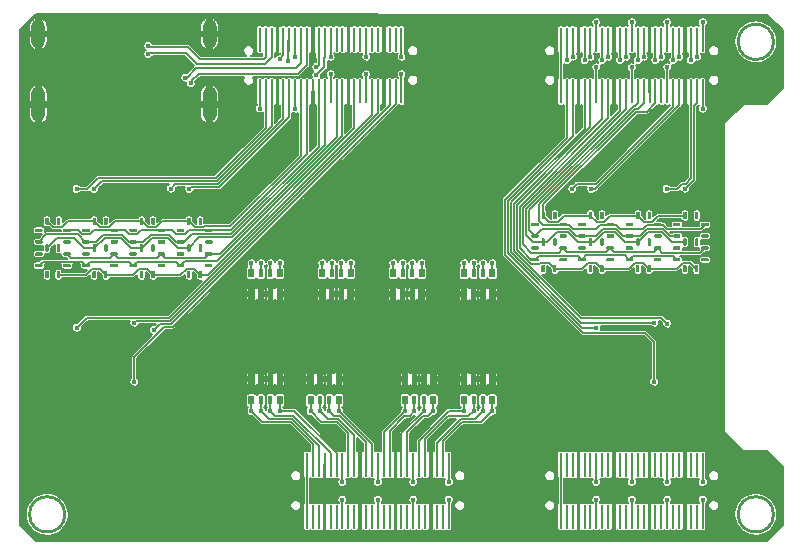
<source format=gbr>
%TF.GenerationSoftware,KiCad,Pcbnew,(5.99.0-2671-gfc0a358ba)*%
%TF.CreationDate,2020-09-04T13:27:30+05:30*%
%TF.ProjectId,Alchitry_IO_Shield,416c6368-6974-4727-995f-494f5f536869,rev?*%
%TF.SameCoordinates,Original*%
%TF.FileFunction,Copper,L2,Bot*%
%TF.FilePolarity,Positive*%
%FSLAX46Y46*%
G04 Gerber Fmt 4.6, Leading zero omitted, Abs format (unit mm)*
G04 Created by KiCad (PCBNEW (5.99.0-2671-gfc0a358ba)) date 2020-09-04 13:27:30*
%MOMM*%
%LPD*%
G01*
G04 APERTURE LIST*
%TA.AperFunction,EtchedComponent*%
%ADD10C,0.254000*%
%TD*%
%TA.AperFunction,SMDPad,CuDef*%
%ADD11R,0.250000X2.000000*%
%TD*%
%TA.AperFunction,ComponentPad*%
%ADD12O,1.200000X3.000000*%
%TD*%
%TA.AperFunction,ComponentPad*%
%ADD13O,1.200000X2.400000*%
%TD*%
%TA.AperFunction,SMDPad,CuDef*%
%ADD14R,0.500000X0.800000*%
%TD*%
%TA.AperFunction,SMDPad,CuDef*%
%ADD15R,0.400000X0.800000*%
%TD*%
%TA.AperFunction,ViaPad*%
%ADD16C,0.450000*%
%TD*%
%TA.AperFunction,Conductor*%
%ADD17C,0.127000*%
%TD*%
%TA.AperFunction,Conductor*%
%ADD18C,0.200000*%
%TD*%
G04 APERTURE END LIST*
D10*
%TO.C,U1*%
X76000000Y-70450001D02*
G75*
G03*
X76000000Y-70450001I-1500000J0D01*
G01*
X76000000Y-30450001D02*
G75*
G03*
X76000000Y-30450001I-1500000J0D01*
G01*
X16000000Y-70450001D02*
G75*
G03*
X16000000Y-70450001I-1500000J0D01*
G01*
%TD*%
D11*
%TO.P,U1,A_1,Raw*%
%TO.N,+5V*%
X32500000Y-34650001D03*
%TO.P,U1,A_2,T8*%
%TO.N,/ANL1*%
X33000000Y-34650001D03*
%TO.P,U1,A_3,T7*%
%TO.N,/ANL2*%
X33500000Y-34650001D03*
%TO.P,U1,A_4,GND*%
%TO.N,GNDREF*%
X34000000Y-34650001D03*
%TO.P,U1,A_5,T5*%
%TO.N,/ANL3*%
X34500000Y-34650001D03*
%TO.P,U1,A_6,R5*%
%TO.N,/ANL4*%
X35000000Y-34650001D03*
%TO.P,U1,A_7,3.3V*%
%TO.N,+3V3*%
X35500000Y-34650001D03*
%TO.P,U1,A_8,R8*%
%TO.N,/CL6*%
X36000000Y-34650001D03*
%TO.P,U1,A_9,P8*%
%TO.N,/CL1*%
X36500000Y-34650001D03*
%TO.P,U1,A_10,GND*%
%TO.N,GNDREF*%
X37000000Y-34650001D03*
%TO.P,U1,A_11,L2*%
%TO.N,/CL5*%
X37500000Y-34650001D03*
%TO.P,U1,A_12,L3*%
%TO.N,/CL7*%
X38000000Y-34650001D03*
%TO.P,U1,A_13,3.3V*%
%TO.N,+3V3*%
X38500000Y-34650001D03*
%TO.P,U1,A_14,J1*%
%TO.N,/CL2*%
X39000000Y-34650001D03*
%TO.P,U1,A_15,K1*%
%TO.N,/CL4*%
X39500000Y-34650001D03*
%TO.P,U1,A_16,GND*%
%TO.N,GNDREF*%
X40000000Y-34650001D03*
%TO.P,U1,A_17,H1*%
%TO.N,/CL3*%
X40500000Y-34650001D03*
%TO.P,U1,A_18,H2*%
%TO.N,N/C*%
X41000000Y-34650001D03*
%TO.P,U1,A_19,3.3V*%
%TO.N,+3V3*%
X41500000Y-34650001D03*
%TO.P,U1,A_20,G1*%
%TO.N,/SWL3*%
X42000000Y-34650001D03*
%TO.P,U1,A_21,G2*%
%TO.N,/SWL1*%
X42500000Y-34650001D03*
%TO.P,U1,A_22,GND*%
%TO.N,GNDREF*%
X43000000Y-34650001D03*
%TO.P,U1,A_23,K5*%
%TO.N,/SWL4*%
X43500000Y-34650001D03*
%TO.P,U1,A_24,E6*%
%TO.N,/SWL2*%
X44000000Y-34650001D03*
%TO.P,U1,A_25,3.3V*%
%TO.N,+3V3*%
X44500000Y-34650001D03*
%TO.P,U1,A_26,3.3V*%
X44500000Y-30250001D03*
%TO.P,U1,A_27,M6*%
%TO.N,N/C*%
X44000000Y-30250001D03*
%TO.P,U1,A_28,N6*%
X43500000Y-30250001D03*
%TO.P,U1,A_29,GND*%
%TO.N,GNDREF*%
X43000000Y-30250001D03*
%TO.P,U1,A_30,H5*%
%TO.N,N/C*%
X42500000Y-30250001D03*
%TO.P,U1,A_31,H4*%
X42000000Y-30250001D03*
%TO.P,U1,A_32,3.3V*%
%TO.N,+3V3*%
X41500000Y-30250001D03*
%TO.P,U1,A_33,J3*%
%TO.N,N/C*%
X41000000Y-30250001D03*
%TO.P,U1,A_34,H3*%
X40500000Y-30250001D03*
%TO.P,U1,A_35,GND*%
%TO.N,GNDREF*%
X40000000Y-30250001D03*
%TO.P,U1,A_36,J5*%
%TO.N,N/C*%
X39500000Y-30250001D03*
%TO.P,U1,A_37,J4*%
X39000000Y-30250001D03*
%TO.P,U1,A_38,3.3V*%
%TO.N,+3V3*%
X38500000Y-30250001D03*
%TO.P,U1,A_39,K3*%
%TO.N,/CK-*%
X38000000Y-30250001D03*
%TO.P,U1,A_40,K2*%
%TO.N,/CK+*%
X37500000Y-30250001D03*
%TO.P,U1,A_41,GND*%
%TO.N,GNDREF*%
X37000000Y-30250001D03*
%TO.P,U1,A_42,N9*%
%TO.N,/D0-*%
X36500000Y-30250001D03*
%TO.P,U1,A_43,P9*%
%TO.N,/D0+*%
X36000000Y-30250001D03*
%TO.P,U1,A_44,3.3V*%
%TO.N,+3V3*%
X35500000Y-30250001D03*
%TO.P,U1,A_45,R7*%
%TO.N,/D1-*%
X35000000Y-30250001D03*
%TO.P,U1,A_46,R6*%
%TO.N,/D1+*%
X34500000Y-30250001D03*
%TO.P,U1,A_47,GND*%
%TO.N,GNDREF*%
X34000000Y-30250001D03*
%TO.P,U1,A_48,T9*%
%TO.N,/D2-*%
X33500000Y-30250001D03*
%TO.P,U1,A_49,T10*%
%TO.N,/D2+*%
X33000000Y-30250001D03*
%TO.P,U1,A_50,Raw*%
%TO.N,+5V*%
X32500000Y-30250001D03*
%TO.P,U1,B_1,Raw*%
X58000000Y-34650001D03*
%TO.P,U1,B_2,D1*%
%TO.N,/SWR2*%
X58500000Y-34650001D03*
%TO.P,U1,B_3,E2*%
%TO.N,/SWR3*%
X59000000Y-34650001D03*
%TO.P,U1,B_4,GND*%
%TO.N,GNDREF*%
X59500000Y-34650001D03*
%TO.P,U1,B_5,A2*%
%TO.N,/SWR1*%
X60000000Y-34650001D03*
%TO.P,U1,B_6,B2*%
%TO.N,/SWR4*%
X60500000Y-34650001D03*
%TO.P,U1,B_7,3.3V*%
%TO.N,+3V3*%
X61000000Y-34650001D03*
%TO.P,U1,B_8,E1*%
%TO.N,/CR3*%
X61500000Y-34650001D03*
%TO.P,U1,B_9,F2*%
%TO.N,/CR4*%
X62000000Y-34650001D03*
%TO.P,U1,B_10,GND*%
%TO.N,GNDREF*%
X62500000Y-34650001D03*
%TO.P,U1,B_11,F3*%
%TO.N,/CR2*%
X63000000Y-34650001D03*
%TO.P,U1,B_12,F4*%
%TO.N,/CR7*%
X63500000Y-34650001D03*
%TO.P,U1,B_13,3.3V*%
%TO.N,+3V3*%
X64000000Y-34650001D03*
%TO.P,U1,B_14,A3*%
%TO.N,/CR5*%
X64500000Y-34650001D03*
%TO.P,U1,B_15,B4*%
%TO.N,/CR1*%
X65000000Y-34650001D03*
%TO.P,U1,B_16,GND*%
%TO.N,GNDREF*%
X65500000Y-34650001D03*
%TO.P,U1,B_17,A4*%
%TO.N,/CR6*%
X66000000Y-34650001D03*
%TO.P,U1,B_18,A5*%
%TO.N,N/C*%
X66500000Y-34650001D03*
%TO.P,U1,B_19,3.3V*%
%TO.N,+3V3*%
X67000000Y-34650001D03*
%TO.P,U1,B_20,B5*%
%TO.N,/ANR1*%
X67500000Y-34650001D03*
%TO.P,U1,B_21,B6*%
%TO.N,/ANR2*%
X68000000Y-34650001D03*
%TO.P,U1,B_22,GND*%
%TO.N,GNDREF*%
X68500000Y-34650001D03*
%TO.P,U1,B_23,A7*%
%TO.N,/ANR3*%
X69000000Y-34650001D03*
%TO.P,U1,B_24,B7*%
%TO.N,/ANR4*%
X69500000Y-34650001D03*
%TO.P,U1,B_25,3.3V*%
%TO.N,+3V3*%
X70000000Y-34650001D03*
%TO.P,U1,B_26,3.3V*%
X70000000Y-30250001D03*
%TO.P,U1,B_27,C7*%
%TO.N,/LED1*%
X69500000Y-30250001D03*
%TO.P,U1,B_28,C6*%
%TO.N,/LED2*%
X69000000Y-30250001D03*
%TO.P,U1,B_29,GND*%
%TO.N,GNDREF*%
X68500000Y-30250001D03*
%TO.P,U1,B_30,D6*%
%TO.N,/LED3*%
X68000000Y-30250001D03*
%TO.P,U1,B_31,D5*%
%TO.N,/LED4*%
X67500000Y-30250001D03*
%TO.P,U1,B_32,3.3V*%
%TO.N,+3V3*%
X67000000Y-30250001D03*
%TO.P,U1,B_33,F5*%
%TO.N,/LED5*%
X66500000Y-30250001D03*
%TO.P,U1,B_34,E5*%
%TO.N,/LED6*%
X66000000Y-30250001D03*
%TO.P,U1,B_35,GND*%
%TO.N,GNDREF*%
X65500000Y-30250001D03*
%TO.P,U1,B_36,G5*%
%TO.N,/LED7*%
X65000000Y-30250001D03*
%TO.P,U1,B_37,G4*%
%TO.N,/LED8*%
X64500000Y-30250001D03*
%TO.P,U1,B_38,3.3V*%
%TO.N,+3V3*%
X64000000Y-30250001D03*
%TO.P,U1,B_39,D4*%
%TO.N,/LED9*%
X63500000Y-30250001D03*
%TO.P,U1,B_40,C4*%
%TO.N,/LED10*%
X63000000Y-30250001D03*
%TO.P,U1,B_41,GND*%
%TO.N,GNDREF*%
X62500000Y-30250001D03*
%TO.P,U1,B_42,E3*%
%TO.N,/LED11*%
X62000000Y-30250001D03*
%TO.P,U1,B_43,D3*%
%TO.N,/LED12*%
X61500000Y-30250001D03*
%TO.P,U1,B_44,3.3V*%
%TO.N,+3V3*%
X61000000Y-30250001D03*
%TO.P,U1,B_45,C3*%
%TO.N,/LED13*%
X60500000Y-30250001D03*
%TO.P,U1,B_46,C2*%
%TO.N,/LED14*%
X60000000Y-30250001D03*
%TO.P,U1,B_47,GND*%
%TO.N,GNDREF*%
X59500000Y-30250001D03*
%TO.P,U1,B_48,C1*%
%TO.N,/LED15*%
X59000000Y-30250001D03*
%TO.P,U1,B_49,B1*%
%TO.N,/LED16*%
X58500000Y-30250001D03*
%TO.P,U1,B_50,Raw*%
%TO.N,+5V*%
X58000000Y-30250001D03*
%TO.P,U1,C_1,Raw*%
X36500000Y-70650001D03*
%TO.P,U1,C_2,T13*%
%TO.N,N/C*%
X37000000Y-70650001D03*
%TO.P,U1,C_3,R13*%
X37500000Y-70650001D03*
%TO.P,U1,C_4,GND*%
%TO.N,GNDREF*%
X38000000Y-70650001D03*
%TO.P,U1,C_5,T12*%
%TO.N,N/C*%
X38500000Y-70650001D03*
%TO.P,U1,C_6,R12*%
X39000000Y-70650001D03*
%TO.P,U1,C_7,3.3V*%
%TO.N,+3V3*%
X39500000Y-70650001D03*
%TO.P,U1,C_8,R11*%
%TO.N,N/C*%
X40000000Y-70650001D03*
%TO.P,U1,C_9,R10*%
X40500000Y-70650001D03*
%TO.P,U1,C_10,GND*%
%TO.N,GNDREF*%
X41000000Y-70650001D03*
%TO.P,U1,C_11,N2*%
%TO.N,N/C*%
X41500000Y-70650001D03*
%TO.P,U1,C_12,N3*%
X42000000Y-70650001D03*
%TO.P,U1,C_13,3.3V*%
%TO.N,+3V3*%
X42500000Y-70650001D03*
%TO.P,U1,C_14,P3*%
%TO.N,N/C*%
X43000000Y-70650001D03*
%TO.P,U1,C_15,P4*%
X43500000Y-70650001D03*
%TO.P,U1,C_16,GND*%
%TO.N,GNDREF*%
X44000000Y-70650001D03*
%TO.P,U1,C_17,M4*%
%TO.N,N/C*%
X44500000Y-70650001D03*
%TO.P,U1,C_18,L4*%
X45000000Y-70650001D03*
%TO.P,U1,C_19,3.3V*%
%TO.N,+3V3*%
X45500000Y-70650001D03*
%TO.P,U1,C_20,N4*%
%TO.N,N/C*%
X46000000Y-70650001D03*
%TO.P,U1,C_21,M5*%
X46500000Y-70650001D03*
%TO.P,U1,C_22,GND*%
%TO.N,GNDREF*%
X47000000Y-70650001D03*
%TO.P,U1,C_23,L5*%
%TO.N,N/C*%
X47500000Y-70650001D03*
%TO.P,U1,C_24,P5*%
X48000000Y-70650001D03*
%TO.P,U1,C_25,3.3V*%
%TO.N,+3V3*%
X48500000Y-70650001D03*
%TO.P,U1,C_26,3.3V*%
X48500000Y-66250001D03*
%TO.P,U1,C_27,T4*%
%TO.N,/DIP1*%
X48000000Y-66250001D03*
%TO.P,U1,C_28,T3*%
%TO.N,/DIP2*%
X47500000Y-66250001D03*
%TO.P,U1,C_29,GND*%
%TO.N,GNDREF*%
X47000000Y-66250001D03*
%TO.P,U1,C_30,R3*%
%TO.N,/DIP3*%
X46500000Y-66250001D03*
%TO.P,U1,C_31,T2*%
%TO.N,/DIP4*%
X46000000Y-66250001D03*
%TO.P,U1,C_32,3.3V*%
%TO.N,+3V3*%
X45500000Y-66250001D03*
%TO.P,U1,C_33,R2*%
%TO.N,/DIP5*%
X45000000Y-66250001D03*
%TO.P,U1,C_34,R1*%
%TO.N,/DIP6*%
X44500000Y-66250001D03*
%TO.P,U1,C_35,GND*%
%TO.N,GNDREF*%
X44000000Y-66250001D03*
%TO.P,U1,C_36,N1*%
%TO.N,/DIP7*%
X43500000Y-66250001D03*
%TO.P,U1,C_37,P1*%
%TO.N,/DIP8*%
X43000000Y-66250001D03*
%TO.P,U1,C_38,3.3V*%
%TO.N,+3V3*%
X42500000Y-66250001D03*
%TO.P,U1,C_39,M2*%
%TO.N,/DIP9*%
X42000000Y-66250001D03*
%TO.P,U1,C_40,M1*%
%TO.N,/DIP10*%
X41500000Y-66250001D03*
%TO.P,U1,C_41,GND*%
%TO.N,GNDREF*%
X41000000Y-66250001D03*
%TO.P,U1,C_42,N13*%
%TO.N,/DIP11*%
X40500000Y-66250001D03*
%TO.P,U1,C_43,P13*%
%TO.N,/DIP12*%
X40000000Y-66250001D03*
%TO.P,U1,C_44,3.3V*%
%TO.N,+3V3*%
X39500000Y-66250001D03*
%TO.P,U1,C_45,N11*%
%TO.N,/DIP13*%
X39000000Y-66250001D03*
%TO.P,U1,C_46,N12*%
%TO.N,/DIP14*%
X38500000Y-66250001D03*
%TO.P,U1,C_47,GND*%
%TO.N,GNDREF*%
X38000000Y-66250001D03*
%TO.P,U1,C_48,P10*%
%TO.N,/DIP15*%
X37500000Y-66250001D03*
%TO.P,U1,C_49,P11*%
%TO.N,/DIP16*%
X37000000Y-66250001D03*
%TO.P,U1,C_50,Raw*%
%TO.N,+5V*%
X36500000Y-66250001D03*
%TO.P,U1,D_1,Raw*%
X58000000Y-70650001D03*
%TO.P,U1,D_2,LED2*%
%TO.N,N/C*%
X58500000Y-70650001D03*
%TO.P,U1,D_3,LED3*%
X59000000Y-70650001D03*
%TO.P,U1,D_4,GND*%
%TO.N,GNDREF*%
X59500000Y-70650001D03*
%TO.P,U1,D_5,LED6*%
%TO.N,N/C*%
X60000000Y-70650001D03*
%TO.P,U1,D_6,LED7*%
X60500000Y-70650001D03*
%TO.P,U1,D_7,3.3V*%
%TO.N,+3V3*%
X61000000Y-70650001D03*
%TO.P,U1,D_8,R16*%
%TO.N,N/C*%
X61500000Y-70650001D03*
%TO.P,U1,D_9,R15*%
X62000000Y-70650001D03*
%TO.P,U1,D_10,GND*%
%TO.N,GNDREF*%
X62500000Y-70650001D03*
%TO.P,U1,D_11,P14*%
%TO.N,N/C*%
X63000000Y-70650001D03*
%TO.P,U1,D_12,M15*%
X63500000Y-70650001D03*
%TO.P,U1,D_13,3.3V*%
%TO.N,+3V3*%
X64000000Y-70650001D03*
%TO.P,U1,D_14,TX*%
%TO.N,N/C*%
X64500000Y-70650001D03*
%TO.P,U1,D_15,RX*%
X65000000Y-70650001D03*
%TO.P,U1,D_16,GND*%
%TO.N,GNDREF*%
X65500000Y-70650001D03*
%TO.P,U1,D_17*%
%TO.N,N/C*%
X66000000Y-70650001D03*
%TO.P,U1,D_18*%
X66500000Y-70650001D03*
%TO.P,U1,D_19,3.3V*%
%TO.N,+3V3*%
X67000000Y-70650001D03*
%TO.P,U1,D_20*%
%TO.N,N/C*%
X67500000Y-70650001D03*
%TO.P,U1,D_21*%
X68000000Y-70650001D03*
%TO.P,U1,D_22,GND*%
%TO.N,GNDREF*%
X68500000Y-70650001D03*
%TO.P,U1,D_23*%
%TO.N,N/C*%
X69000000Y-70650001D03*
%TO.P,U1,D_24*%
X69500000Y-70650001D03*
%TO.P,U1,D_25,3.3V*%
%TO.N,+3V3*%
X70000000Y-70650001D03*
%TO.P,U1,D_26,3.3V*%
X70000000Y-66250001D03*
%TO.P,U1,D_27*%
%TO.N,N/C*%
X69500000Y-66250001D03*
%TO.P,U1,D_28*%
X69000000Y-66250001D03*
%TO.P,U1,D_29,GND*%
%TO.N,GNDREF*%
X68500000Y-66250001D03*
%TO.P,U1,D_30*%
%TO.N,N/C*%
X68000000Y-66250001D03*
%TO.P,U1,D_31*%
X67500000Y-66250001D03*
%TO.P,U1,D_32,3.3V*%
%TO.N,+3V3*%
X67000000Y-66250001D03*
%TO.P,U1,D_33*%
%TO.N,N/C*%
X66500000Y-66250001D03*
%TO.P,U1,D_34*%
X66000000Y-66250001D03*
%TO.P,U1,D_35,GND*%
%TO.N,GNDREF*%
X65500000Y-66250001D03*
%TO.P,U1,D_36*%
%TO.N,N/C*%
X65000000Y-66250001D03*
%TO.P,U1,D_37*%
X64500000Y-66250001D03*
%TO.P,U1,D_38,3.3V*%
%TO.N,+3V3*%
X64000000Y-66250001D03*
%TO.P,U1,D_39,RESET*%
%TO.N,N/C*%
X63500000Y-66250001D03*
%TO.P,U1,D_40,100MHz*%
X63000000Y-66250001D03*
%TO.P,U1,D_41,GND*%
%TO.N,GNDREF*%
X62500000Y-66250001D03*
%TO.P,U1,D_42,T14*%
%TO.N,N/C*%
X62000000Y-66250001D03*
%TO.P,U1,D_43,T15*%
X61500000Y-66250001D03*
%TO.P,U1,D_44,3.3V*%
%TO.N,+3V3*%
X61000000Y-66250001D03*
%TO.P,U1,D_45,LED5*%
%TO.N,N/C*%
X60500000Y-66250001D03*
%TO.P,U1,D_46,LED4*%
X60000000Y-66250001D03*
%TO.P,U1,D_47,GND*%
%TO.N,GNDREF*%
X59500000Y-66250001D03*
%TO.P,U1,D_48,LED1*%
%TO.N,N/C*%
X59000000Y-66250001D03*
%TO.P,U1,D_49,LED0*%
X58500000Y-66250001D03*
%TO.P,U1,D_50,Raw*%
%TO.N,+5V*%
X58000000Y-66250001D03*
%TD*%
%TO.P,U5,1,a*%
%TO.N,/CL1*%
%TA.AperFunction,SMDPad,CuDef*%
G36*
G01*
X24430000Y-46565000D02*
X23940000Y-46565000D01*
G75*
G02*
X23865000Y-46490000I0J75000D01*
G01*
X23865000Y-46340000D01*
G75*
G02*
X23940000Y-46265000I75000J0D01*
G01*
X24430000Y-46265000D01*
G75*
G02*
X24505000Y-46340000I0J-75000D01*
G01*
X24505000Y-46490000D01*
G75*
G02*
X24430000Y-46565000I-75000J0D01*
G01*
G37*
%TD.AperFunction*%
%TO.P,U5,2,b*%
%TO.N,/CL2*%
%TA.AperFunction,SMDPad,CuDef*%
G36*
G01*
X24410000Y-48565000D02*
X23920000Y-48565000D01*
G75*
G02*
X23845000Y-48490000I0J75000D01*
G01*
X23845000Y-48340000D01*
G75*
G02*
X23920000Y-48265000I75000J0D01*
G01*
X24410000Y-48265000D01*
G75*
G02*
X24485000Y-48340000I0J-75000D01*
G01*
X24485000Y-48490000D01*
G75*
G02*
X24410000Y-48565000I-75000J0D01*
G01*
G37*
%TD.AperFunction*%
%TO.P,U5,3,c*%
%TO.N,/CL3*%
%TA.AperFunction,SMDPad,CuDef*%
G36*
G01*
X23305000Y-50395000D02*
X23305000Y-49905000D01*
G75*
G02*
X23380000Y-49830000I75000J0D01*
G01*
X23530000Y-49830000D01*
G75*
G02*
X23605000Y-49905000I0J-75000D01*
G01*
X23605000Y-50395000D01*
G75*
G02*
X23530000Y-50470000I-75000J0D01*
G01*
X23380000Y-50470000D01*
G75*
G02*
X23305000Y-50395000I0J75000D01*
G01*
G37*
%TD.AperFunction*%
%TO.P,U5,4,d*%
%TO.N,/CL4*%
%TA.AperFunction,SMDPad,CuDef*%
G36*
G01*
X22030000Y-49535000D02*
X21540000Y-49535000D01*
G75*
G02*
X21465000Y-49460000I0J75000D01*
G01*
X21465000Y-49310000D01*
G75*
G02*
X21540000Y-49235000I75000J0D01*
G01*
X22030000Y-49235000D01*
G75*
G02*
X22105000Y-49310000I0J-75000D01*
G01*
X22105000Y-49460000D01*
G75*
G02*
X22030000Y-49535000I-75000J0D01*
G01*
G37*
%TD.AperFunction*%
%TO.P,U5,5,e*%
%TO.N,/CL5*%
%TA.AperFunction,SMDPad,CuDef*%
G36*
G01*
X22030000Y-47535000D02*
X21540000Y-47535000D01*
G75*
G02*
X21465000Y-47460000I0J75000D01*
G01*
X21465000Y-47310000D01*
G75*
G02*
X21540000Y-47235000I75000J0D01*
G01*
X22030000Y-47235000D01*
G75*
G02*
X22105000Y-47310000I0J-75000D01*
G01*
X22105000Y-47460000D01*
G75*
G02*
X22030000Y-47535000I-75000J0D01*
G01*
G37*
%TD.AperFunction*%
%TO.P,U5,6,f*%
%TO.N,/CL6*%
%TA.AperFunction,SMDPad,CuDef*%
G36*
G01*
X22350000Y-45895000D02*
X22350000Y-45405000D01*
G75*
G02*
X22425000Y-45330000I75000J0D01*
G01*
X22575000Y-45330000D01*
G75*
G02*
X22650000Y-45405000I0J-75000D01*
G01*
X22650000Y-45895000D01*
G75*
G02*
X22575000Y-45970000I-75000J0D01*
G01*
X22425000Y-45970000D01*
G75*
G02*
X22350000Y-45895000I0J75000D01*
G01*
G37*
%TD.AperFunction*%
%TO.P,U5,7,g*%
%TO.N,/CL7*%
%TA.AperFunction,SMDPad,CuDef*%
G36*
G01*
X22350000Y-48145000D02*
X22350000Y-47655000D01*
G75*
G02*
X22425000Y-47580000I75000J0D01*
G01*
X22575000Y-47580000D01*
G75*
G02*
X22650000Y-47655000I0J-75000D01*
G01*
X22650000Y-48145000D01*
G75*
G02*
X22575000Y-48220000I-75000J0D01*
G01*
X22425000Y-48220000D01*
G75*
G02*
X22350000Y-48145000I0J75000D01*
G01*
G37*
%TD.AperFunction*%
%TO.P,U5,9*%
%TO.N,N/C*%
%TA.AperFunction,ComponentPad*%
G36*
G01*
X24430000Y-47535000D02*
X23940000Y-47535000D01*
G75*
G02*
X23865000Y-47460000I0J75000D01*
G01*
X23865000Y-47310000D01*
G75*
G02*
X23940000Y-47235000I75000J0D01*
G01*
X24430000Y-47235000D01*
G75*
G02*
X24505000Y-47310000I0J-75000D01*
G01*
X24505000Y-47460000D01*
G75*
G02*
X24430000Y-47535000I-75000J0D01*
G01*
G37*
%TD.AperFunction*%
%TO.P,U5,10*%
%TA.AperFunction,ComponentPad*%
G36*
G01*
X24410000Y-49535000D02*
X23920000Y-49535000D01*
G75*
G02*
X23845000Y-49460000I0J75000D01*
G01*
X23845000Y-49310000D01*
G75*
G02*
X23920000Y-49235000I75000J0D01*
G01*
X24410000Y-49235000D01*
G75*
G02*
X24485000Y-49310000I0J-75000D01*
G01*
X24485000Y-49460000D01*
G75*
G02*
X24410000Y-49535000I-75000J0D01*
G01*
G37*
%TD.AperFunction*%
%TO.P,U5,11*%
%TA.AperFunction,ComponentPad*%
G36*
G01*
X22335000Y-50395000D02*
X22335000Y-49905000D01*
G75*
G02*
X22410000Y-49830000I75000J0D01*
G01*
X22560000Y-49830000D01*
G75*
G02*
X22635000Y-49905000I0J-75000D01*
G01*
X22635000Y-50395000D01*
G75*
G02*
X22560000Y-50470000I-75000J0D01*
G01*
X22410000Y-50470000D01*
G75*
G02*
X22335000Y-50395000I0J75000D01*
G01*
G37*
%TD.AperFunction*%
%TO.P,U5,12*%
%TA.AperFunction,ComponentPad*%
G36*
G01*
X22030000Y-48565000D02*
X21540000Y-48565000D01*
G75*
G02*
X21465000Y-48490000I0J75000D01*
G01*
X21465000Y-48340000D01*
G75*
G02*
X21540000Y-48265000I75000J0D01*
G01*
X22030000Y-48265000D01*
G75*
G02*
X22105000Y-48340000I0J-75000D01*
G01*
X22105000Y-48490000D01*
G75*
G02*
X22030000Y-48565000I-75000J0D01*
G01*
G37*
%TD.AperFunction*%
%TO.P,U5,13*%
%TA.AperFunction,ComponentPad*%
G36*
G01*
X22030000Y-46565000D02*
X21540000Y-46565000D01*
G75*
G02*
X21465000Y-46490000I0J75000D01*
G01*
X21465000Y-46340000D01*
G75*
G02*
X21540000Y-46265000I75000J0D01*
G01*
X22030000Y-46265000D01*
G75*
G02*
X22105000Y-46340000I0J-75000D01*
G01*
X22105000Y-46490000D01*
G75*
G02*
X22030000Y-46565000I-75000J0D01*
G01*
G37*
%TD.AperFunction*%
%TO.P,U5,14*%
%TA.AperFunction,ComponentPad*%
G36*
G01*
X23320000Y-45895000D02*
X23320000Y-45405000D01*
G75*
G02*
X23395000Y-45330000I75000J0D01*
G01*
X23545000Y-45330000D01*
G75*
G02*
X23620000Y-45405000I0J-75000D01*
G01*
X23620000Y-45895000D01*
G75*
G02*
X23545000Y-45970000I-75000J0D01*
G01*
X23395000Y-45970000D01*
G75*
G02*
X23320000Y-45895000I0J75000D01*
G01*
G37*
%TD.AperFunction*%
%TO.P,U5,15*%
%TA.AperFunction,ComponentPad*%
G36*
G01*
X23320000Y-48145000D02*
X23320000Y-47655000D01*
G75*
G02*
X23395000Y-47580000I75000J0D01*
G01*
X23545000Y-47580000D01*
G75*
G02*
X23620000Y-47655000I0J-75000D01*
G01*
X23620000Y-48145000D01*
G75*
G02*
X23545000Y-48220000I-75000J0D01*
G01*
X23395000Y-48220000D01*
G75*
G02*
X23320000Y-48145000I0J75000D01*
G01*
G37*
%TD.AperFunction*%
%TD*%
%TO.P,U6,1,a*%
%TO.N,/CL1*%
%TA.AperFunction,SMDPad,CuDef*%
G36*
G01*
X28430000Y-46565000D02*
X27940000Y-46565000D01*
G75*
G02*
X27865000Y-46490000I0J75000D01*
G01*
X27865000Y-46340000D01*
G75*
G02*
X27940000Y-46265000I75000J0D01*
G01*
X28430000Y-46265000D01*
G75*
G02*
X28505000Y-46340000I0J-75000D01*
G01*
X28505000Y-46490000D01*
G75*
G02*
X28430000Y-46565000I-75000J0D01*
G01*
G37*
%TD.AperFunction*%
%TO.P,U6,2,b*%
%TO.N,/CL2*%
%TA.AperFunction,SMDPad,CuDef*%
G36*
G01*
X28410000Y-48565000D02*
X27920000Y-48565000D01*
G75*
G02*
X27845000Y-48490000I0J75000D01*
G01*
X27845000Y-48340000D01*
G75*
G02*
X27920000Y-48265000I75000J0D01*
G01*
X28410000Y-48265000D01*
G75*
G02*
X28485000Y-48340000I0J-75000D01*
G01*
X28485000Y-48490000D01*
G75*
G02*
X28410000Y-48565000I-75000J0D01*
G01*
G37*
%TD.AperFunction*%
%TO.P,U6,3,c*%
%TO.N,/CL3*%
%TA.AperFunction,SMDPad,CuDef*%
G36*
G01*
X27305000Y-50395000D02*
X27305000Y-49905000D01*
G75*
G02*
X27380000Y-49830000I75000J0D01*
G01*
X27530000Y-49830000D01*
G75*
G02*
X27605000Y-49905000I0J-75000D01*
G01*
X27605000Y-50395000D01*
G75*
G02*
X27530000Y-50470000I-75000J0D01*
G01*
X27380000Y-50470000D01*
G75*
G02*
X27305000Y-50395000I0J75000D01*
G01*
G37*
%TD.AperFunction*%
%TO.P,U6,4,d*%
%TO.N,/CL4*%
%TA.AperFunction,SMDPad,CuDef*%
G36*
G01*
X26030000Y-49535000D02*
X25540000Y-49535000D01*
G75*
G02*
X25465000Y-49460000I0J75000D01*
G01*
X25465000Y-49310000D01*
G75*
G02*
X25540000Y-49235000I75000J0D01*
G01*
X26030000Y-49235000D01*
G75*
G02*
X26105000Y-49310000I0J-75000D01*
G01*
X26105000Y-49460000D01*
G75*
G02*
X26030000Y-49535000I-75000J0D01*
G01*
G37*
%TD.AperFunction*%
%TO.P,U6,5,e*%
%TO.N,/CL5*%
%TA.AperFunction,SMDPad,CuDef*%
G36*
G01*
X26030000Y-47535000D02*
X25540000Y-47535000D01*
G75*
G02*
X25465000Y-47460000I0J75000D01*
G01*
X25465000Y-47310000D01*
G75*
G02*
X25540000Y-47235000I75000J0D01*
G01*
X26030000Y-47235000D01*
G75*
G02*
X26105000Y-47310000I0J-75000D01*
G01*
X26105000Y-47460000D01*
G75*
G02*
X26030000Y-47535000I-75000J0D01*
G01*
G37*
%TD.AperFunction*%
%TO.P,U6,6,f*%
%TO.N,/CL6*%
%TA.AperFunction,SMDPad,CuDef*%
G36*
G01*
X26350000Y-45895000D02*
X26350000Y-45405000D01*
G75*
G02*
X26425000Y-45330000I75000J0D01*
G01*
X26575000Y-45330000D01*
G75*
G02*
X26650000Y-45405000I0J-75000D01*
G01*
X26650000Y-45895000D01*
G75*
G02*
X26575000Y-45970000I-75000J0D01*
G01*
X26425000Y-45970000D01*
G75*
G02*
X26350000Y-45895000I0J75000D01*
G01*
G37*
%TD.AperFunction*%
%TO.P,U6,7,g*%
%TO.N,/CL7*%
%TA.AperFunction,SMDPad,CuDef*%
G36*
G01*
X26350000Y-48145000D02*
X26350000Y-47655000D01*
G75*
G02*
X26425000Y-47580000I75000J0D01*
G01*
X26575000Y-47580000D01*
G75*
G02*
X26650000Y-47655000I0J-75000D01*
G01*
X26650000Y-48145000D01*
G75*
G02*
X26575000Y-48220000I-75000J0D01*
G01*
X26425000Y-48220000D01*
G75*
G02*
X26350000Y-48145000I0J75000D01*
G01*
G37*
%TD.AperFunction*%
%TO.P,U6,9*%
%TO.N,N/C*%
%TA.AperFunction,ComponentPad*%
G36*
G01*
X28430000Y-47535000D02*
X27940000Y-47535000D01*
G75*
G02*
X27865000Y-47460000I0J75000D01*
G01*
X27865000Y-47310000D01*
G75*
G02*
X27940000Y-47235000I75000J0D01*
G01*
X28430000Y-47235000D01*
G75*
G02*
X28505000Y-47310000I0J-75000D01*
G01*
X28505000Y-47460000D01*
G75*
G02*
X28430000Y-47535000I-75000J0D01*
G01*
G37*
%TD.AperFunction*%
%TO.P,U6,10*%
%TA.AperFunction,ComponentPad*%
G36*
G01*
X28410000Y-49535000D02*
X27920000Y-49535000D01*
G75*
G02*
X27845000Y-49460000I0J75000D01*
G01*
X27845000Y-49310000D01*
G75*
G02*
X27920000Y-49235000I75000J0D01*
G01*
X28410000Y-49235000D01*
G75*
G02*
X28485000Y-49310000I0J-75000D01*
G01*
X28485000Y-49460000D01*
G75*
G02*
X28410000Y-49535000I-75000J0D01*
G01*
G37*
%TD.AperFunction*%
%TO.P,U6,11*%
%TA.AperFunction,ComponentPad*%
G36*
G01*
X26335000Y-50395000D02*
X26335000Y-49905000D01*
G75*
G02*
X26410000Y-49830000I75000J0D01*
G01*
X26560000Y-49830000D01*
G75*
G02*
X26635000Y-49905000I0J-75000D01*
G01*
X26635000Y-50395000D01*
G75*
G02*
X26560000Y-50470000I-75000J0D01*
G01*
X26410000Y-50470000D01*
G75*
G02*
X26335000Y-50395000I0J75000D01*
G01*
G37*
%TD.AperFunction*%
%TO.P,U6,12*%
%TA.AperFunction,ComponentPad*%
G36*
G01*
X26030000Y-48565000D02*
X25540000Y-48565000D01*
G75*
G02*
X25465000Y-48490000I0J75000D01*
G01*
X25465000Y-48340000D01*
G75*
G02*
X25540000Y-48265000I75000J0D01*
G01*
X26030000Y-48265000D01*
G75*
G02*
X26105000Y-48340000I0J-75000D01*
G01*
X26105000Y-48490000D01*
G75*
G02*
X26030000Y-48565000I-75000J0D01*
G01*
G37*
%TD.AperFunction*%
%TO.P,U6,13*%
%TA.AperFunction,ComponentPad*%
G36*
G01*
X26030000Y-46565000D02*
X25540000Y-46565000D01*
G75*
G02*
X25465000Y-46490000I0J75000D01*
G01*
X25465000Y-46340000D01*
G75*
G02*
X25540000Y-46265000I75000J0D01*
G01*
X26030000Y-46265000D01*
G75*
G02*
X26105000Y-46340000I0J-75000D01*
G01*
X26105000Y-46490000D01*
G75*
G02*
X26030000Y-46565000I-75000J0D01*
G01*
G37*
%TD.AperFunction*%
%TO.P,U6,14*%
%TA.AperFunction,ComponentPad*%
G36*
G01*
X27320000Y-45895000D02*
X27320000Y-45405000D01*
G75*
G02*
X27395000Y-45330000I75000J0D01*
G01*
X27545000Y-45330000D01*
G75*
G02*
X27620000Y-45405000I0J-75000D01*
G01*
X27620000Y-45895000D01*
G75*
G02*
X27545000Y-45970000I-75000J0D01*
G01*
X27395000Y-45970000D01*
G75*
G02*
X27320000Y-45895000I0J75000D01*
G01*
G37*
%TD.AperFunction*%
%TO.P,U6,15*%
%TA.AperFunction,ComponentPad*%
G36*
G01*
X27320000Y-48145000D02*
X27320000Y-47655000D01*
G75*
G02*
X27395000Y-47580000I75000J0D01*
G01*
X27545000Y-47580000D01*
G75*
G02*
X27620000Y-47655000I0J-75000D01*
G01*
X27620000Y-48145000D01*
G75*
G02*
X27545000Y-48220000I-75000J0D01*
G01*
X27395000Y-48220000D01*
G75*
G02*
X27320000Y-48145000I0J75000D01*
G01*
G37*
%TD.AperFunction*%
%TD*%
%TO.P,U3,1,a*%
%TO.N,/CL1*%
%TA.AperFunction,SMDPad,CuDef*%
G36*
G01*
X16430000Y-46565000D02*
X15940000Y-46565000D01*
G75*
G02*
X15865000Y-46490000I0J75000D01*
G01*
X15865000Y-46340000D01*
G75*
G02*
X15940000Y-46265000I75000J0D01*
G01*
X16430000Y-46265000D01*
G75*
G02*
X16505000Y-46340000I0J-75000D01*
G01*
X16505000Y-46490000D01*
G75*
G02*
X16430000Y-46565000I-75000J0D01*
G01*
G37*
%TD.AperFunction*%
%TO.P,U3,2,b*%
%TO.N,/CL2*%
%TA.AperFunction,SMDPad,CuDef*%
G36*
G01*
X16410000Y-48565000D02*
X15920000Y-48565000D01*
G75*
G02*
X15845000Y-48490000I0J75000D01*
G01*
X15845000Y-48340000D01*
G75*
G02*
X15920000Y-48265000I75000J0D01*
G01*
X16410000Y-48265000D01*
G75*
G02*
X16485000Y-48340000I0J-75000D01*
G01*
X16485000Y-48490000D01*
G75*
G02*
X16410000Y-48565000I-75000J0D01*
G01*
G37*
%TD.AperFunction*%
%TO.P,U3,3,c*%
%TO.N,/CL3*%
%TA.AperFunction,SMDPad,CuDef*%
G36*
G01*
X15305000Y-50395000D02*
X15305000Y-49905000D01*
G75*
G02*
X15380000Y-49830000I75000J0D01*
G01*
X15530000Y-49830000D01*
G75*
G02*
X15605000Y-49905000I0J-75000D01*
G01*
X15605000Y-50395000D01*
G75*
G02*
X15530000Y-50470000I-75000J0D01*
G01*
X15380000Y-50470000D01*
G75*
G02*
X15305000Y-50395000I0J75000D01*
G01*
G37*
%TD.AperFunction*%
%TO.P,U3,4,d*%
%TO.N,/CL4*%
%TA.AperFunction,SMDPad,CuDef*%
G36*
G01*
X14030000Y-49535000D02*
X13540000Y-49535000D01*
G75*
G02*
X13465000Y-49460000I0J75000D01*
G01*
X13465000Y-49310000D01*
G75*
G02*
X13540000Y-49235000I75000J0D01*
G01*
X14030000Y-49235000D01*
G75*
G02*
X14105000Y-49310000I0J-75000D01*
G01*
X14105000Y-49460000D01*
G75*
G02*
X14030000Y-49535000I-75000J0D01*
G01*
G37*
%TD.AperFunction*%
%TO.P,U3,5,e*%
%TO.N,/CL5*%
%TA.AperFunction,SMDPad,CuDef*%
G36*
G01*
X14030000Y-47535000D02*
X13540000Y-47535000D01*
G75*
G02*
X13465000Y-47460000I0J75000D01*
G01*
X13465000Y-47310000D01*
G75*
G02*
X13540000Y-47235000I75000J0D01*
G01*
X14030000Y-47235000D01*
G75*
G02*
X14105000Y-47310000I0J-75000D01*
G01*
X14105000Y-47460000D01*
G75*
G02*
X14030000Y-47535000I-75000J0D01*
G01*
G37*
%TD.AperFunction*%
%TO.P,U3,6,f*%
%TO.N,/CL6*%
%TA.AperFunction,SMDPad,CuDef*%
G36*
G01*
X14350000Y-45895000D02*
X14350000Y-45405000D01*
G75*
G02*
X14425000Y-45330000I75000J0D01*
G01*
X14575000Y-45330000D01*
G75*
G02*
X14650000Y-45405000I0J-75000D01*
G01*
X14650000Y-45895000D01*
G75*
G02*
X14575000Y-45970000I-75000J0D01*
G01*
X14425000Y-45970000D01*
G75*
G02*
X14350000Y-45895000I0J75000D01*
G01*
G37*
%TD.AperFunction*%
%TO.P,U3,7,g*%
%TO.N,/CL7*%
%TA.AperFunction,SMDPad,CuDef*%
G36*
G01*
X14350000Y-48145000D02*
X14350000Y-47655000D01*
G75*
G02*
X14425000Y-47580000I75000J0D01*
G01*
X14575000Y-47580000D01*
G75*
G02*
X14650000Y-47655000I0J-75000D01*
G01*
X14650000Y-48145000D01*
G75*
G02*
X14575000Y-48220000I-75000J0D01*
G01*
X14425000Y-48220000D01*
G75*
G02*
X14350000Y-48145000I0J75000D01*
G01*
G37*
%TD.AperFunction*%
%TO.P,U3,9*%
%TO.N,N/C*%
%TA.AperFunction,ComponentPad*%
G36*
G01*
X16430000Y-47535000D02*
X15940000Y-47535000D01*
G75*
G02*
X15865000Y-47460000I0J75000D01*
G01*
X15865000Y-47310000D01*
G75*
G02*
X15940000Y-47235000I75000J0D01*
G01*
X16430000Y-47235000D01*
G75*
G02*
X16505000Y-47310000I0J-75000D01*
G01*
X16505000Y-47460000D01*
G75*
G02*
X16430000Y-47535000I-75000J0D01*
G01*
G37*
%TD.AperFunction*%
%TO.P,U3,10*%
%TA.AperFunction,ComponentPad*%
G36*
G01*
X16410000Y-49535000D02*
X15920000Y-49535000D01*
G75*
G02*
X15845000Y-49460000I0J75000D01*
G01*
X15845000Y-49310000D01*
G75*
G02*
X15920000Y-49235000I75000J0D01*
G01*
X16410000Y-49235000D01*
G75*
G02*
X16485000Y-49310000I0J-75000D01*
G01*
X16485000Y-49460000D01*
G75*
G02*
X16410000Y-49535000I-75000J0D01*
G01*
G37*
%TD.AperFunction*%
%TO.P,U3,11*%
%TA.AperFunction,ComponentPad*%
G36*
G01*
X14335000Y-50395000D02*
X14335000Y-49905000D01*
G75*
G02*
X14410000Y-49830000I75000J0D01*
G01*
X14560000Y-49830000D01*
G75*
G02*
X14635000Y-49905000I0J-75000D01*
G01*
X14635000Y-50395000D01*
G75*
G02*
X14560000Y-50470000I-75000J0D01*
G01*
X14410000Y-50470000D01*
G75*
G02*
X14335000Y-50395000I0J75000D01*
G01*
G37*
%TD.AperFunction*%
%TO.P,U3,12*%
%TA.AperFunction,ComponentPad*%
G36*
G01*
X14030000Y-48565000D02*
X13540000Y-48565000D01*
G75*
G02*
X13465000Y-48490000I0J75000D01*
G01*
X13465000Y-48340000D01*
G75*
G02*
X13540000Y-48265000I75000J0D01*
G01*
X14030000Y-48265000D01*
G75*
G02*
X14105000Y-48340000I0J-75000D01*
G01*
X14105000Y-48490000D01*
G75*
G02*
X14030000Y-48565000I-75000J0D01*
G01*
G37*
%TD.AperFunction*%
%TO.P,U3,13*%
%TA.AperFunction,ComponentPad*%
G36*
G01*
X14030000Y-46565000D02*
X13540000Y-46565000D01*
G75*
G02*
X13465000Y-46490000I0J75000D01*
G01*
X13465000Y-46340000D01*
G75*
G02*
X13540000Y-46265000I75000J0D01*
G01*
X14030000Y-46265000D01*
G75*
G02*
X14105000Y-46340000I0J-75000D01*
G01*
X14105000Y-46490000D01*
G75*
G02*
X14030000Y-46565000I-75000J0D01*
G01*
G37*
%TD.AperFunction*%
%TO.P,U3,14*%
%TA.AperFunction,ComponentPad*%
G36*
G01*
X15320000Y-45895000D02*
X15320000Y-45405000D01*
G75*
G02*
X15395000Y-45330000I75000J0D01*
G01*
X15545000Y-45330000D01*
G75*
G02*
X15620000Y-45405000I0J-75000D01*
G01*
X15620000Y-45895000D01*
G75*
G02*
X15545000Y-45970000I-75000J0D01*
G01*
X15395000Y-45970000D01*
G75*
G02*
X15320000Y-45895000I0J75000D01*
G01*
G37*
%TD.AperFunction*%
%TO.P,U3,15*%
%TA.AperFunction,ComponentPad*%
G36*
G01*
X15320000Y-48145000D02*
X15320000Y-47655000D01*
G75*
G02*
X15395000Y-47580000I75000J0D01*
G01*
X15545000Y-47580000D01*
G75*
G02*
X15620000Y-47655000I0J-75000D01*
G01*
X15620000Y-48145000D01*
G75*
G02*
X15545000Y-48220000I-75000J0D01*
G01*
X15395000Y-48220000D01*
G75*
G02*
X15320000Y-48145000I0J75000D01*
G01*
G37*
%TD.AperFunction*%
%TD*%
%TO.P,U4,1,a*%
%TO.N,/CL1*%
%TA.AperFunction,SMDPad,CuDef*%
G36*
G01*
X20430000Y-46565000D02*
X19940000Y-46565000D01*
G75*
G02*
X19865000Y-46490000I0J75000D01*
G01*
X19865000Y-46340000D01*
G75*
G02*
X19940000Y-46265000I75000J0D01*
G01*
X20430000Y-46265000D01*
G75*
G02*
X20505000Y-46340000I0J-75000D01*
G01*
X20505000Y-46490000D01*
G75*
G02*
X20430000Y-46565000I-75000J0D01*
G01*
G37*
%TD.AperFunction*%
%TO.P,U4,2,b*%
%TO.N,/CL2*%
%TA.AperFunction,SMDPad,CuDef*%
G36*
G01*
X20410000Y-48565000D02*
X19920000Y-48565000D01*
G75*
G02*
X19845000Y-48490000I0J75000D01*
G01*
X19845000Y-48340000D01*
G75*
G02*
X19920000Y-48265000I75000J0D01*
G01*
X20410000Y-48265000D01*
G75*
G02*
X20485000Y-48340000I0J-75000D01*
G01*
X20485000Y-48490000D01*
G75*
G02*
X20410000Y-48565000I-75000J0D01*
G01*
G37*
%TD.AperFunction*%
%TO.P,U4,3,c*%
%TO.N,/CL3*%
%TA.AperFunction,SMDPad,CuDef*%
G36*
G01*
X19305000Y-50395000D02*
X19305000Y-49905000D01*
G75*
G02*
X19380000Y-49830000I75000J0D01*
G01*
X19530000Y-49830000D01*
G75*
G02*
X19605000Y-49905000I0J-75000D01*
G01*
X19605000Y-50395000D01*
G75*
G02*
X19530000Y-50470000I-75000J0D01*
G01*
X19380000Y-50470000D01*
G75*
G02*
X19305000Y-50395000I0J75000D01*
G01*
G37*
%TD.AperFunction*%
%TO.P,U4,4,d*%
%TO.N,/CL4*%
%TA.AperFunction,SMDPad,CuDef*%
G36*
G01*
X18030000Y-49535000D02*
X17540000Y-49535000D01*
G75*
G02*
X17465000Y-49460000I0J75000D01*
G01*
X17465000Y-49310000D01*
G75*
G02*
X17540000Y-49235000I75000J0D01*
G01*
X18030000Y-49235000D01*
G75*
G02*
X18105000Y-49310000I0J-75000D01*
G01*
X18105000Y-49460000D01*
G75*
G02*
X18030000Y-49535000I-75000J0D01*
G01*
G37*
%TD.AperFunction*%
%TO.P,U4,5,e*%
%TO.N,/CL5*%
%TA.AperFunction,SMDPad,CuDef*%
G36*
G01*
X18030000Y-47535000D02*
X17540000Y-47535000D01*
G75*
G02*
X17465000Y-47460000I0J75000D01*
G01*
X17465000Y-47310000D01*
G75*
G02*
X17540000Y-47235000I75000J0D01*
G01*
X18030000Y-47235000D01*
G75*
G02*
X18105000Y-47310000I0J-75000D01*
G01*
X18105000Y-47460000D01*
G75*
G02*
X18030000Y-47535000I-75000J0D01*
G01*
G37*
%TD.AperFunction*%
%TO.P,U4,6,f*%
%TO.N,/CL6*%
%TA.AperFunction,SMDPad,CuDef*%
G36*
G01*
X18350000Y-45895000D02*
X18350000Y-45405000D01*
G75*
G02*
X18425000Y-45330000I75000J0D01*
G01*
X18575000Y-45330000D01*
G75*
G02*
X18650000Y-45405000I0J-75000D01*
G01*
X18650000Y-45895000D01*
G75*
G02*
X18575000Y-45970000I-75000J0D01*
G01*
X18425000Y-45970000D01*
G75*
G02*
X18350000Y-45895000I0J75000D01*
G01*
G37*
%TD.AperFunction*%
%TO.P,U4,7,g*%
%TO.N,/CL7*%
%TA.AperFunction,SMDPad,CuDef*%
G36*
G01*
X18350000Y-48145000D02*
X18350000Y-47655000D01*
G75*
G02*
X18425000Y-47580000I75000J0D01*
G01*
X18575000Y-47580000D01*
G75*
G02*
X18650000Y-47655000I0J-75000D01*
G01*
X18650000Y-48145000D01*
G75*
G02*
X18575000Y-48220000I-75000J0D01*
G01*
X18425000Y-48220000D01*
G75*
G02*
X18350000Y-48145000I0J75000D01*
G01*
G37*
%TD.AperFunction*%
%TO.P,U4,9*%
%TO.N,N/C*%
%TA.AperFunction,ComponentPad*%
G36*
G01*
X20430000Y-47535000D02*
X19940000Y-47535000D01*
G75*
G02*
X19865000Y-47460000I0J75000D01*
G01*
X19865000Y-47310000D01*
G75*
G02*
X19940000Y-47235000I75000J0D01*
G01*
X20430000Y-47235000D01*
G75*
G02*
X20505000Y-47310000I0J-75000D01*
G01*
X20505000Y-47460000D01*
G75*
G02*
X20430000Y-47535000I-75000J0D01*
G01*
G37*
%TD.AperFunction*%
%TO.P,U4,10*%
%TA.AperFunction,ComponentPad*%
G36*
G01*
X20410000Y-49535000D02*
X19920000Y-49535000D01*
G75*
G02*
X19845000Y-49460000I0J75000D01*
G01*
X19845000Y-49310000D01*
G75*
G02*
X19920000Y-49235000I75000J0D01*
G01*
X20410000Y-49235000D01*
G75*
G02*
X20485000Y-49310000I0J-75000D01*
G01*
X20485000Y-49460000D01*
G75*
G02*
X20410000Y-49535000I-75000J0D01*
G01*
G37*
%TD.AperFunction*%
%TO.P,U4,11*%
%TA.AperFunction,ComponentPad*%
G36*
G01*
X18335000Y-50395000D02*
X18335000Y-49905000D01*
G75*
G02*
X18410000Y-49830000I75000J0D01*
G01*
X18560000Y-49830000D01*
G75*
G02*
X18635000Y-49905000I0J-75000D01*
G01*
X18635000Y-50395000D01*
G75*
G02*
X18560000Y-50470000I-75000J0D01*
G01*
X18410000Y-50470000D01*
G75*
G02*
X18335000Y-50395000I0J75000D01*
G01*
G37*
%TD.AperFunction*%
%TO.P,U4,12*%
%TA.AperFunction,ComponentPad*%
G36*
G01*
X18030000Y-48565000D02*
X17540000Y-48565000D01*
G75*
G02*
X17465000Y-48490000I0J75000D01*
G01*
X17465000Y-48340000D01*
G75*
G02*
X17540000Y-48265000I75000J0D01*
G01*
X18030000Y-48265000D01*
G75*
G02*
X18105000Y-48340000I0J-75000D01*
G01*
X18105000Y-48490000D01*
G75*
G02*
X18030000Y-48565000I-75000J0D01*
G01*
G37*
%TD.AperFunction*%
%TO.P,U4,13*%
%TA.AperFunction,ComponentPad*%
G36*
G01*
X18030000Y-46565000D02*
X17540000Y-46565000D01*
G75*
G02*
X17465000Y-46490000I0J75000D01*
G01*
X17465000Y-46340000D01*
G75*
G02*
X17540000Y-46265000I75000J0D01*
G01*
X18030000Y-46265000D01*
G75*
G02*
X18105000Y-46340000I0J-75000D01*
G01*
X18105000Y-46490000D01*
G75*
G02*
X18030000Y-46565000I-75000J0D01*
G01*
G37*
%TD.AperFunction*%
%TO.P,U4,14*%
%TA.AperFunction,ComponentPad*%
G36*
G01*
X19320000Y-45895000D02*
X19320000Y-45405000D01*
G75*
G02*
X19395000Y-45330000I75000J0D01*
G01*
X19545000Y-45330000D01*
G75*
G02*
X19620000Y-45405000I0J-75000D01*
G01*
X19620000Y-45895000D01*
G75*
G02*
X19545000Y-45970000I-75000J0D01*
G01*
X19395000Y-45970000D01*
G75*
G02*
X19320000Y-45895000I0J75000D01*
G01*
G37*
%TD.AperFunction*%
%TO.P,U4,15*%
%TA.AperFunction,ComponentPad*%
G36*
G01*
X19320000Y-48145000D02*
X19320000Y-47655000D01*
G75*
G02*
X19395000Y-47580000I75000J0D01*
G01*
X19545000Y-47580000D01*
G75*
G02*
X19620000Y-47655000I0J-75000D01*
G01*
X19620000Y-48145000D01*
G75*
G02*
X19545000Y-48220000I-75000J0D01*
G01*
X19395000Y-48220000D01*
G75*
G02*
X19320000Y-48145000I0J75000D01*
G01*
G37*
%TD.AperFunction*%
%TD*%
%TO.P,U10,1,a*%
%TO.N,/CR1*%
%TA.AperFunction,SMDPad,CuDef*%
G36*
G01*
X70445000Y-46065000D02*
X69955000Y-46065000D01*
G75*
G02*
X69880000Y-45990000I0J75000D01*
G01*
X69880000Y-45840000D01*
G75*
G02*
X69955000Y-45765000I75000J0D01*
G01*
X70445000Y-45765000D01*
G75*
G02*
X70520000Y-45840000I0J-75000D01*
G01*
X70520000Y-45990000D01*
G75*
G02*
X70445000Y-46065000I-75000J0D01*
G01*
G37*
%TD.AperFunction*%
%TO.P,U10,2,b*%
%TO.N,/CR2*%
%TA.AperFunction,SMDPad,CuDef*%
G36*
G01*
X70425000Y-48065000D02*
X69935000Y-48065000D01*
G75*
G02*
X69860000Y-47990000I0J75000D01*
G01*
X69860000Y-47840000D01*
G75*
G02*
X69935000Y-47765000I75000J0D01*
G01*
X70425000Y-47765000D01*
G75*
G02*
X70500000Y-47840000I0J-75000D01*
G01*
X70500000Y-47990000D01*
G75*
G02*
X70425000Y-48065000I-75000J0D01*
G01*
G37*
%TD.AperFunction*%
%TO.P,U10,3,c*%
%TO.N,/CR3*%
%TA.AperFunction,SMDPad,CuDef*%
G36*
G01*
X69320000Y-49895000D02*
X69320000Y-49405000D01*
G75*
G02*
X69395000Y-49330000I75000J0D01*
G01*
X69545000Y-49330000D01*
G75*
G02*
X69620000Y-49405000I0J-75000D01*
G01*
X69620000Y-49895000D01*
G75*
G02*
X69545000Y-49970000I-75000J0D01*
G01*
X69395000Y-49970000D01*
G75*
G02*
X69320000Y-49895000I0J75000D01*
G01*
G37*
%TD.AperFunction*%
%TO.P,U10,4,d*%
%TO.N,/CR4*%
%TA.AperFunction,SMDPad,CuDef*%
G36*
G01*
X68045000Y-49035000D02*
X67555000Y-49035000D01*
G75*
G02*
X67480000Y-48960000I0J75000D01*
G01*
X67480000Y-48810000D01*
G75*
G02*
X67555000Y-48735000I75000J0D01*
G01*
X68045000Y-48735000D01*
G75*
G02*
X68120000Y-48810000I0J-75000D01*
G01*
X68120000Y-48960000D01*
G75*
G02*
X68045000Y-49035000I-75000J0D01*
G01*
G37*
%TD.AperFunction*%
%TO.P,U10,5,e*%
%TO.N,/CR5*%
%TA.AperFunction,SMDPad,CuDef*%
G36*
G01*
X68045000Y-47035000D02*
X67555000Y-47035000D01*
G75*
G02*
X67480000Y-46960000I0J75000D01*
G01*
X67480000Y-46810000D01*
G75*
G02*
X67555000Y-46735000I75000J0D01*
G01*
X68045000Y-46735000D01*
G75*
G02*
X68120000Y-46810000I0J-75000D01*
G01*
X68120000Y-46960000D01*
G75*
G02*
X68045000Y-47035000I-75000J0D01*
G01*
G37*
%TD.AperFunction*%
%TO.P,U10,6,f*%
%TO.N,/CR6*%
%TA.AperFunction,SMDPad,CuDef*%
G36*
G01*
X68365000Y-45395000D02*
X68365000Y-44905000D01*
G75*
G02*
X68440000Y-44830000I75000J0D01*
G01*
X68590000Y-44830000D01*
G75*
G02*
X68665000Y-44905000I0J-75000D01*
G01*
X68665000Y-45395000D01*
G75*
G02*
X68590000Y-45470000I-75000J0D01*
G01*
X68440000Y-45470000D01*
G75*
G02*
X68365000Y-45395000I0J75000D01*
G01*
G37*
%TD.AperFunction*%
%TO.P,U10,7,g*%
%TO.N,/CR7*%
%TA.AperFunction,SMDPad,CuDef*%
G36*
G01*
X68365000Y-47645000D02*
X68365000Y-47155000D01*
G75*
G02*
X68440000Y-47080000I75000J0D01*
G01*
X68590000Y-47080000D01*
G75*
G02*
X68665000Y-47155000I0J-75000D01*
G01*
X68665000Y-47645000D01*
G75*
G02*
X68590000Y-47720000I-75000J0D01*
G01*
X68440000Y-47720000D01*
G75*
G02*
X68365000Y-47645000I0J75000D01*
G01*
G37*
%TD.AperFunction*%
%TO.P,U10,9*%
%TO.N,N/C*%
%TA.AperFunction,ComponentPad*%
G36*
G01*
X70445000Y-47035000D02*
X69955000Y-47035000D01*
G75*
G02*
X69880000Y-46960000I0J75000D01*
G01*
X69880000Y-46810000D01*
G75*
G02*
X69955000Y-46735000I75000J0D01*
G01*
X70445000Y-46735000D01*
G75*
G02*
X70520000Y-46810000I0J-75000D01*
G01*
X70520000Y-46960000D01*
G75*
G02*
X70445000Y-47035000I-75000J0D01*
G01*
G37*
%TD.AperFunction*%
%TO.P,U10,10*%
%TA.AperFunction,ComponentPad*%
G36*
G01*
X70425000Y-49035000D02*
X69935000Y-49035000D01*
G75*
G02*
X69860000Y-48960000I0J75000D01*
G01*
X69860000Y-48810000D01*
G75*
G02*
X69935000Y-48735000I75000J0D01*
G01*
X70425000Y-48735000D01*
G75*
G02*
X70500000Y-48810000I0J-75000D01*
G01*
X70500000Y-48960000D01*
G75*
G02*
X70425000Y-49035000I-75000J0D01*
G01*
G37*
%TD.AperFunction*%
%TO.P,U10,11*%
%TA.AperFunction,ComponentPad*%
G36*
G01*
X68350000Y-49895000D02*
X68350000Y-49405000D01*
G75*
G02*
X68425000Y-49330000I75000J0D01*
G01*
X68575000Y-49330000D01*
G75*
G02*
X68650000Y-49405000I0J-75000D01*
G01*
X68650000Y-49895000D01*
G75*
G02*
X68575000Y-49970000I-75000J0D01*
G01*
X68425000Y-49970000D01*
G75*
G02*
X68350000Y-49895000I0J75000D01*
G01*
G37*
%TD.AperFunction*%
%TO.P,U10,12*%
%TA.AperFunction,ComponentPad*%
G36*
G01*
X68045000Y-48065000D02*
X67555000Y-48065000D01*
G75*
G02*
X67480000Y-47990000I0J75000D01*
G01*
X67480000Y-47840000D01*
G75*
G02*
X67555000Y-47765000I75000J0D01*
G01*
X68045000Y-47765000D01*
G75*
G02*
X68120000Y-47840000I0J-75000D01*
G01*
X68120000Y-47990000D01*
G75*
G02*
X68045000Y-48065000I-75000J0D01*
G01*
G37*
%TD.AperFunction*%
%TO.P,U10,13*%
%TA.AperFunction,ComponentPad*%
G36*
G01*
X68045000Y-46065000D02*
X67555000Y-46065000D01*
G75*
G02*
X67480000Y-45990000I0J75000D01*
G01*
X67480000Y-45840000D01*
G75*
G02*
X67555000Y-45765000I75000J0D01*
G01*
X68045000Y-45765000D01*
G75*
G02*
X68120000Y-45840000I0J-75000D01*
G01*
X68120000Y-45990000D01*
G75*
G02*
X68045000Y-46065000I-75000J0D01*
G01*
G37*
%TD.AperFunction*%
%TO.P,U10,14*%
%TA.AperFunction,ComponentPad*%
G36*
G01*
X69335000Y-45395000D02*
X69335000Y-44905000D01*
G75*
G02*
X69410000Y-44830000I75000J0D01*
G01*
X69560000Y-44830000D01*
G75*
G02*
X69635000Y-44905000I0J-75000D01*
G01*
X69635000Y-45395000D01*
G75*
G02*
X69560000Y-45470000I-75000J0D01*
G01*
X69410000Y-45470000D01*
G75*
G02*
X69335000Y-45395000I0J75000D01*
G01*
G37*
%TD.AperFunction*%
%TO.P,U10,15*%
%TA.AperFunction,ComponentPad*%
G36*
G01*
X69335000Y-47645000D02*
X69335000Y-47155000D01*
G75*
G02*
X69410000Y-47080000I75000J0D01*
G01*
X69560000Y-47080000D01*
G75*
G02*
X69635000Y-47155000I0J-75000D01*
G01*
X69635000Y-47645000D01*
G75*
G02*
X69560000Y-47720000I-75000J0D01*
G01*
X69410000Y-47720000D01*
G75*
G02*
X69335000Y-47645000I0J75000D01*
G01*
G37*
%TD.AperFunction*%
%TD*%
%TO.P,U7,1,a*%
%TO.N,/CR1*%
%TA.AperFunction,SMDPad,CuDef*%
G36*
G01*
X58445000Y-46065000D02*
X57955000Y-46065000D01*
G75*
G02*
X57880000Y-45990000I0J75000D01*
G01*
X57880000Y-45840000D01*
G75*
G02*
X57955000Y-45765000I75000J0D01*
G01*
X58445000Y-45765000D01*
G75*
G02*
X58520000Y-45840000I0J-75000D01*
G01*
X58520000Y-45990000D01*
G75*
G02*
X58445000Y-46065000I-75000J0D01*
G01*
G37*
%TD.AperFunction*%
%TO.P,U7,2,b*%
%TO.N,/CR2*%
%TA.AperFunction,SMDPad,CuDef*%
G36*
G01*
X58425000Y-48065000D02*
X57935000Y-48065000D01*
G75*
G02*
X57860000Y-47990000I0J75000D01*
G01*
X57860000Y-47840000D01*
G75*
G02*
X57935000Y-47765000I75000J0D01*
G01*
X58425000Y-47765000D01*
G75*
G02*
X58500000Y-47840000I0J-75000D01*
G01*
X58500000Y-47990000D01*
G75*
G02*
X58425000Y-48065000I-75000J0D01*
G01*
G37*
%TD.AperFunction*%
%TO.P,U7,3,c*%
%TO.N,/CR3*%
%TA.AperFunction,SMDPad,CuDef*%
G36*
G01*
X57320000Y-49895000D02*
X57320000Y-49405000D01*
G75*
G02*
X57395000Y-49330000I75000J0D01*
G01*
X57545000Y-49330000D01*
G75*
G02*
X57620000Y-49405000I0J-75000D01*
G01*
X57620000Y-49895000D01*
G75*
G02*
X57545000Y-49970000I-75000J0D01*
G01*
X57395000Y-49970000D01*
G75*
G02*
X57320000Y-49895000I0J75000D01*
G01*
G37*
%TD.AperFunction*%
%TO.P,U7,4,d*%
%TO.N,/CR4*%
%TA.AperFunction,SMDPad,CuDef*%
G36*
G01*
X56045000Y-49035000D02*
X55555000Y-49035000D01*
G75*
G02*
X55480000Y-48960000I0J75000D01*
G01*
X55480000Y-48810000D01*
G75*
G02*
X55555000Y-48735000I75000J0D01*
G01*
X56045000Y-48735000D01*
G75*
G02*
X56120000Y-48810000I0J-75000D01*
G01*
X56120000Y-48960000D01*
G75*
G02*
X56045000Y-49035000I-75000J0D01*
G01*
G37*
%TD.AperFunction*%
%TO.P,U7,5,e*%
%TO.N,/CR5*%
%TA.AperFunction,SMDPad,CuDef*%
G36*
G01*
X56045000Y-47035000D02*
X55555000Y-47035000D01*
G75*
G02*
X55480000Y-46960000I0J75000D01*
G01*
X55480000Y-46810000D01*
G75*
G02*
X55555000Y-46735000I75000J0D01*
G01*
X56045000Y-46735000D01*
G75*
G02*
X56120000Y-46810000I0J-75000D01*
G01*
X56120000Y-46960000D01*
G75*
G02*
X56045000Y-47035000I-75000J0D01*
G01*
G37*
%TD.AperFunction*%
%TO.P,U7,6,f*%
%TO.N,/CR6*%
%TA.AperFunction,SMDPad,CuDef*%
G36*
G01*
X56365000Y-45395000D02*
X56365000Y-44905000D01*
G75*
G02*
X56440000Y-44830000I75000J0D01*
G01*
X56590000Y-44830000D01*
G75*
G02*
X56665000Y-44905000I0J-75000D01*
G01*
X56665000Y-45395000D01*
G75*
G02*
X56590000Y-45470000I-75000J0D01*
G01*
X56440000Y-45470000D01*
G75*
G02*
X56365000Y-45395000I0J75000D01*
G01*
G37*
%TD.AperFunction*%
%TO.P,U7,7,g*%
%TO.N,/CR7*%
%TA.AperFunction,SMDPad,CuDef*%
G36*
G01*
X56365000Y-47645000D02*
X56365000Y-47155000D01*
G75*
G02*
X56440000Y-47080000I75000J0D01*
G01*
X56590000Y-47080000D01*
G75*
G02*
X56665000Y-47155000I0J-75000D01*
G01*
X56665000Y-47645000D01*
G75*
G02*
X56590000Y-47720000I-75000J0D01*
G01*
X56440000Y-47720000D01*
G75*
G02*
X56365000Y-47645000I0J75000D01*
G01*
G37*
%TD.AperFunction*%
%TO.P,U7,9*%
%TO.N,N/C*%
%TA.AperFunction,ComponentPad*%
G36*
G01*
X58445000Y-47035000D02*
X57955000Y-47035000D01*
G75*
G02*
X57880000Y-46960000I0J75000D01*
G01*
X57880000Y-46810000D01*
G75*
G02*
X57955000Y-46735000I75000J0D01*
G01*
X58445000Y-46735000D01*
G75*
G02*
X58520000Y-46810000I0J-75000D01*
G01*
X58520000Y-46960000D01*
G75*
G02*
X58445000Y-47035000I-75000J0D01*
G01*
G37*
%TD.AperFunction*%
%TO.P,U7,10*%
%TA.AperFunction,ComponentPad*%
G36*
G01*
X58425000Y-49035000D02*
X57935000Y-49035000D01*
G75*
G02*
X57860000Y-48960000I0J75000D01*
G01*
X57860000Y-48810000D01*
G75*
G02*
X57935000Y-48735000I75000J0D01*
G01*
X58425000Y-48735000D01*
G75*
G02*
X58500000Y-48810000I0J-75000D01*
G01*
X58500000Y-48960000D01*
G75*
G02*
X58425000Y-49035000I-75000J0D01*
G01*
G37*
%TD.AperFunction*%
%TO.P,U7,11*%
%TA.AperFunction,ComponentPad*%
G36*
G01*
X56350000Y-49895000D02*
X56350000Y-49405000D01*
G75*
G02*
X56425000Y-49330000I75000J0D01*
G01*
X56575000Y-49330000D01*
G75*
G02*
X56650000Y-49405000I0J-75000D01*
G01*
X56650000Y-49895000D01*
G75*
G02*
X56575000Y-49970000I-75000J0D01*
G01*
X56425000Y-49970000D01*
G75*
G02*
X56350000Y-49895000I0J75000D01*
G01*
G37*
%TD.AperFunction*%
%TO.P,U7,12*%
%TA.AperFunction,ComponentPad*%
G36*
G01*
X56045000Y-48065000D02*
X55555000Y-48065000D01*
G75*
G02*
X55480000Y-47990000I0J75000D01*
G01*
X55480000Y-47840000D01*
G75*
G02*
X55555000Y-47765000I75000J0D01*
G01*
X56045000Y-47765000D01*
G75*
G02*
X56120000Y-47840000I0J-75000D01*
G01*
X56120000Y-47990000D01*
G75*
G02*
X56045000Y-48065000I-75000J0D01*
G01*
G37*
%TD.AperFunction*%
%TO.P,U7,13*%
%TA.AperFunction,ComponentPad*%
G36*
G01*
X56045000Y-46065000D02*
X55555000Y-46065000D01*
G75*
G02*
X55480000Y-45990000I0J75000D01*
G01*
X55480000Y-45840000D01*
G75*
G02*
X55555000Y-45765000I75000J0D01*
G01*
X56045000Y-45765000D01*
G75*
G02*
X56120000Y-45840000I0J-75000D01*
G01*
X56120000Y-45990000D01*
G75*
G02*
X56045000Y-46065000I-75000J0D01*
G01*
G37*
%TD.AperFunction*%
%TO.P,U7,14*%
%TA.AperFunction,ComponentPad*%
G36*
G01*
X57335000Y-45395000D02*
X57335000Y-44905000D01*
G75*
G02*
X57410000Y-44830000I75000J0D01*
G01*
X57560000Y-44830000D01*
G75*
G02*
X57635000Y-44905000I0J-75000D01*
G01*
X57635000Y-45395000D01*
G75*
G02*
X57560000Y-45470000I-75000J0D01*
G01*
X57410000Y-45470000D01*
G75*
G02*
X57335000Y-45395000I0J75000D01*
G01*
G37*
%TD.AperFunction*%
%TO.P,U7,15*%
%TA.AperFunction,ComponentPad*%
G36*
G01*
X57335000Y-47645000D02*
X57335000Y-47155000D01*
G75*
G02*
X57410000Y-47080000I75000J0D01*
G01*
X57560000Y-47080000D01*
G75*
G02*
X57635000Y-47155000I0J-75000D01*
G01*
X57635000Y-47645000D01*
G75*
G02*
X57560000Y-47720000I-75000J0D01*
G01*
X57410000Y-47720000D01*
G75*
G02*
X57335000Y-47645000I0J75000D01*
G01*
G37*
%TD.AperFunction*%
%TD*%
%TO.P,U8,1,a*%
%TO.N,/CR1*%
%TA.AperFunction,SMDPad,CuDef*%
G36*
G01*
X62430000Y-46065000D02*
X61940000Y-46065000D01*
G75*
G02*
X61865000Y-45990000I0J75000D01*
G01*
X61865000Y-45840000D01*
G75*
G02*
X61940000Y-45765000I75000J0D01*
G01*
X62430000Y-45765000D01*
G75*
G02*
X62505000Y-45840000I0J-75000D01*
G01*
X62505000Y-45990000D01*
G75*
G02*
X62430000Y-46065000I-75000J0D01*
G01*
G37*
%TD.AperFunction*%
%TO.P,U8,2,b*%
%TO.N,/CR2*%
%TA.AperFunction,SMDPad,CuDef*%
G36*
G01*
X62410000Y-48065000D02*
X61920000Y-48065000D01*
G75*
G02*
X61845000Y-47990000I0J75000D01*
G01*
X61845000Y-47840000D01*
G75*
G02*
X61920000Y-47765000I75000J0D01*
G01*
X62410000Y-47765000D01*
G75*
G02*
X62485000Y-47840000I0J-75000D01*
G01*
X62485000Y-47990000D01*
G75*
G02*
X62410000Y-48065000I-75000J0D01*
G01*
G37*
%TD.AperFunction*%
%TO.P,U8,3,c*%
%TO.N,/CR3*%
%TA.AperFunction,SMDPad,CuDef*%
G36*
G01*
X61305000Y-49895000D02*
X61305000Y-49405000D01*
G75*
G02*
X61380000Y-49330000I75000J0D01*
G01*
X61530000Y-49330000D01*
G75*
G02*
X61605000Y-49405000I0J-75000D01*
G01*
X61605000Y-49895000D01*
G75*
G02*
X61530000Y-49970000I-75000J0D01*
G01*
X61380000Y-49970000D01*
G75*
G02*
X61305000Y-49895000I0J75000D01*
G01*
G37*
%TD.AperFunction*%
%TO.P,U8,4,d*%
%TO.N,/CR4*%
%TA.AperFunction,SMDPad,CuDef*%
G36*
G01*
X60030000Y-49035000D02*
X59540000Y-49035000D01*
G75*
G02*
X59465000Y-48960000I0J75000D01*
G01*
X59465000Y-48810000D01*
G75*
G02*
X59540000Y-48735000I75000J0D01*
G01*
X60030000Y-48735000D01*
G75*
G02*
X60105000Y-48810000I0J-75000D01*
G01*
X60105000Y-48960000D01*
G75*
G02*
X60030000Y-49035000I-75000J0D01*
G01*
G37*
%TD.AperFunction*%
%TO.P,U8,5,e*%
%TO.N,/CR5*%
%TA.AperFunction,SMDPad,CuDef*%
G36*
G01*
X60030000Y-47035000D02*
X59540000Y-47035000D01*
G75*
G02*
X59465000Y-46960000I0J75000D01*
G01*
X59465000Y-46810000D01*
G75*
G02*
X59540000Y-46735000I75000J0D01*
G01*
X60030000Y-46735000D01*
G75*
G02*
X60105000Y-46810000I0J-75000D01*
G01*
X60105000Y-46960000D01*
G75*
G02*
X60030000Y-47035000I-75000J0D01*
G01*
G37*
%TD.AperFunction*%
%TO.P,U8,6,f*%
%TO.N,/CR6*%
%TA.AperFunction,SMDPad,CuDef*%
G36*
G01*
X60350000Y-45395000D02*
X60350000Y-44905000D01*
G75*
G02*
X60425000Y-44830000I75000J0D01*
G01*
X60575000Y-44830000D01*
G75*
G02*
X60650000Y-44905000I0J-75000D01*
G01*
X60650000Y-45395000D01*
G75*
G02*
X60575000Y-45470000I-75000J0D01*
G01*
X60425000Y-45470000D01*
G75*
G02*
X60350000Y-45395000I0J75000D01*
G01*
G37*
%TD.AperFunction*%
%TO.P,U8,7,g*%
%TO.N,/CR7*%
%TA.AperFunction,SMDPad,CuDef*%
G36*
G01*
X60350000Y-47645000D02*
X60350000Y-47155000D01*
G75*
G02*
X60425000Y-47080000I75000J0D01*
G01*
X60575000Y-47080000D01*
G75*
G02*
X60650000Y-47155000I0J-75000D01*
G01*
X60650000Y-47645000D01*
G75*
G02*
X60575000Y-47720000I-75000J0D01*
G01*
X60425000Y-47720000D01*
G75*
G02*
X60350000Y-47645000I0J75000D01*
G01*
G37*
%TD.AperFunction*%
%TO.P,U8,9*%
%TO.N,N/C*%
%TA.AperFunction,ComponentPad*%
G36*
G01*
X62430000Y-47035000D02*
X61940000Y-47035000D01*
G75*
G02*
X61865000Y-46960000I0J75000D01*
G01*
X61865000Y-46810000D01*
G75*
G02*
X61940000Y-46735000I75000J0D01*
G01*
X62430000Y-46735000D01*
G75*
G02*
X62505000Y-46810000I0J-75000D01*
G01*
X62505000Y-46960000D01*
G75*
G02*
X62430000Y-47035000I-75000J0D01*
G01*
G37*
%TD.AperFunction*%
%TO.P,U8,10*%
%TA.AperFunction,ComponentPad*%
G36*
G01*
X62410000Y-49035000D02*
X61920000Y-49035000D01*
G75*
G02*
X61845000Y-48960000I0J75000D01*
G01*
X61845000Y-48810000D01*
G75*
G02*
X61920000Y-48735000I75000J0D01*
G01*
X62410000Y-48735000D01*
G75*
G02*
X62485000Y-48810000I0J-75000D01*
G01*
X62485000Y-48960000D01*
G75*
G02*
X62410000Y-49035000I-75000J0D01*
G01*
G37*
%TD.AperFunction*%
%TO.P,U8,11*%
%TA.AperFunction,ComponentPad*%
G36*
G01*
X60335000Y-49895000D02*
X60335000Y-49405000D01*
G75*
G02*
X60410000Y-49330000I75000J0D01*
G01*
X60560000Y-49330000D01*
G75*
G02*
X60635000Y-49405000I0J-75000D01*
G01*
X60635000Y-49895000D01*
G75*
G02*
X60560000Y-49970000I-75000J0D01*
G01*
X60410000Y-49970000D01*
G75*
G02*
X60335000Y-49895000I0J75000D01*
G01*
G37*
%TD.AperFunction*%
%TO.P,U8,12*%
%TA.AperFunction,ComponentPad*%
G36*
G01*
X60030000Y-48065000D02*
X59540000Y-48065000D01*
G75*
G02*
X59465000Y-47990000I0J75000D01*
G01*
X59465000Y-47840000D01*
G75*
G02*
X59540000Y-47765000I75000J0D01*
G01*
X60030000Y-47765000D01*
G75*
G02*
X60105000Y-47840000I0J-75000D01*
G01*
X60105000Y-47990000D01*
G75*
G02*
X60030000Y-48065000I-75000J0D01*
G01*
G37*
%TD.AperFunction*%
%TO.P,U8,13*%
%TA.AperFunction,ComponentPad*%
G36*
G01*
X60030000Y-46065000D02*
X59540000Y-46065000D01*
G75*
G02*
X59465000Y-45990000I0J75000D01*
G01*
X59465000Y-45840000D01*
G75*
G02*
X59540000Y-45765000I75000J0D01*
G01*
X60030000Y-45765000D01*
G75*
G02*
X60105000Y-45840000I0J-75000D01*
G01*
X60105000Y-45990000D01*
G75*
G02*
X60030000Y-46065000I-75000J0D01*
G01*
G37*
%TD.AperFunction*%
%TO.P,U8,14*%
%TA.AperFunction,ComponentPad*%
G36*
G01*
X61320000Y-45395000D02*
X61320000Y-44905000D01*
G75*
G02*
X61395000Y-44830000I75000J0D01*
G01*
X61545000Y-44830000D01*
G75*
G02*
X61620000Y-44905000I0J-75000D01*
G01*
X61620000Y-45395000D01*
G75*
G02*
X61545000Y-45470000I-75000J0D01*
G01*
X61395000Y-45470000D01*
G75*
G02*
X61320000Y-45395000I0J75000D01*
G01*
G37*
%TD.AperFunction*%
%TO.P,U8,15*%
%TA.AperFunction,ComponentPad*%
G36*
G01*
X61320000Y-47645000D02*
X61320000Y-47155000D01*
G75*
G02*
X61395000Y-47080000I75000J0D01*
G01*
X61545000Y-47080000D01*
G75*
G02*
X61620000Y-47155000I0J-75000D01*
G01*
X61620000Y-47645000D01*
G75*
G02*
X61545000Y-47720000I-75000J0D01*
G01*
X61395000Y-47720000D01*
G75*
G02*
X61320000Y-47645000I0J75000D01*
G01*
G37*
%TD.AperFunction*%
%TD*%
%TO.P,U9,1,a*%
%TO.N,/CR1*%
%TA.AperFunction,SMDPad,CuDef*%
G36*
G01*
X66445000Y-46065000D02*
X65955000Y-46065000D01*
G75*
G02*
X65880000Y-45990000I0J75000D01*
G01*
X65880000Y-45840000D01*
G75*
G02*
X65955000Y-45765000I75000J0D01*
G01*
X66445000Y-45765000D01*
G75*
G02*
X66520000Y-45840000I0J-75000D01*
G01*
X66520000Y-45990000D01*
G75*
G02*
X66445000Y-46065000I-75000J0D01*
G01*
G37*
%TD.AperFunction*%
%TO.P,U9,2,b*%
%TO.N,/CR2*%
%TA.AperFunction,SMDPad,CuDef*%
G36*
G01*
X66425000Y-48065000D02*
X65935000Y-48065000D01*
G75*
G02*
X65860000Y-47990000I0J75000D01*
G01*
X65860000Y-47840000D01*
G75*
G02*
X65935000Y-47765000I75000J0D01*
G01*
X66425000Y-47765000D01*
G75*
G02*
X66500000Y-47840000I0J-75000D01*
G01*
X66500000Y-47990000D01*
G75*
G02*
X66425000Y-48065000I-75000J0D01*
G01*
G37*
%TD.AperFunction*%
%TO.P,U9,3,c*%
%TO.N,/CR3*%
%TA.AperFunction,SMDPad,CuDef*%
G36*
G01*
X65320000Y-49895000D02*
X65320000Y-49405000D01*
G75*
G02*
X65395000Y-49330000I75000J0D01*
G01*
X65545000Y-49330000D01*
G75*
G02*
X65620000Y-49405000I0J-75000D01*
G01*
X65620000Y-49895000D01*
G75*
G02*
X65545000Y-49970000I-75000J0D01*
G01*
X65395000Y-49970000D01*
G75*
G02*
X65320000Y-49895000I0J75000D01*
G01*
G37*
%TD.AperFunction*%
%TO.P,U9,4,d*%
%TO.N,/CR4*%
%TA.AperFunction,SMDPad,CuDef*%
G36*
G01*
X64045000Y-49035000D02*
X63555000Y-49035000D01*
G75*
G02*
X63480000Y-48960000I0J75000D01*
G01*
X63480000Y-48810000D01*
G75*
G02*
X63555000Y-48735000I75000J0D01*
G01*
X64045000Y-48735000D01*
G75*
G02*
X64120000Y-48810000I0J-75000D01*
G01*
X64120000Y-48960000D01*
G75*
G02*
X64045000Y-49035000I-75000J0D01*
G01*
G37*
%TD.AperFunction*%
%TO.P,U9,5,e*%
%TO.N,/CR5*%
%TA.AperFunction,SMDPad,CuDef*%
G36*
G01*
X64045000Y-47035000D02*
X63555000Y-47035000D01*
G75*
G02*
X63480000Y-46960000I0J75000D01*
G01*
X63480000Y-46810000D01*
G75*
G02*
X63555000Y-46735000I75000J0D01*
G01*
X64045000Y-46735000D01*
G75*
G02*
X64120000Y-46810000I0J-75000D01*
G01*
X64120000Y-46960000D01*
G75*
G02*
X64045000Y-47035000I-75000J0D01*
G01*
G37*
%TD.AperFunction*%
%TO.P,U9,6,f*%
%TO.N,/CR6*%
%TA.AperFunction,SMDPad,CuDef*%
G36*
G01*
X64365000Y-45395000D02*
X64365000Y-44905000D01*
G75*
G02*
X64440000Y-44830000I75000J0D01*
G01*
X64590000Y-44830000D01*
G75*
G02*
X64665000Y-44905000I0J-75000D01*
G01*
X64665000Y-45395000D01*
G75*
G02*
X64590000Y-45470000I-75000J0D01*
G01*
X64440000Y-45470000D01*
G75*
G02*
X64365000Y-45395000I0J75000D01*
G01*
G37*
%TD.AperFunction*%
%TO.P,U9,7,g*%
%TO.N,/CR7*%
%TA.AperFunction,SMDPad,CuDef*%
G36*
G01*
X64365000Y-47645000D02*
X64365000Y-47155000D01*
G75*
G02*
X64440000Y-47080000I75000J0D01*
G01*
X64590000Y-47080000D01*
G75*
G02*
X64665000Y-47155000I0J-75000D01*
G01*
X64665000Y-47645000D01*
G75*
G02*
X64590000Y-47720000I-75000J0D01*
G01*
X64440000Y-47720000D01*
G75*
G02*
X64365000Y-47645000I0J75000D01*
G01*
G37*
%TD.AperFunction*%
%TO.P,U9,9*%
%TO.N,N/C*%
%TA.AperFunction,ComponentPad*%
G36*
G01*
X66445000Y-47035000D02*
X65955000Y-47035000D01*
G75*
G02*
X65880000Y-46960000I0J75000D01*
G01*
X65880000Y-46810000D01*
G75*
G02*
X65955000Y-46735000I75000J0D01*
G01*
X66445000Y-46735000D01*
G75*
G02*
X66520000Y-46810000I0J-75000D01*
G01*
X66520000Y-46960000D01*
G75*
G02*
X66445000Y-47035000I-75000J0D01*
G01*
G37*
%TD.AperFunction*%
%TO.P,U9,10*%
%TA.AperFunction,ComponentPad*%
G36*
G01*
X66425000Y-49035000D02*
X65935000Y-49035000D01*
G75*
G02*
X65860000Y-48960000I0J75000D01*
G01*
X65860000Y-48810000D01*
G75*
G02*
X65935000Y-48735000I75000J0D01*
G01*
X66425000Y-48735000D01*
G75*
G02*
X66500000Y-48810000I0J-75000D01*
G01*
X66500000Y-48960000D01*
G75*
G02*
X66425000Y-49035000I-75000J0D01*
G01*
G37*
%TD.AperFunction*%
%TO.P,U9,11*%
%TA.AperFunction,ComponentPad*%
G36*
G01*
X64350000Y-49895000D02*
X64350000Y-49405000D01*
G75*
G02*
X64425000Y-49330000I75000J0D01*
G01*
X64575000Y-49330000D01*
G75*
G02*
X64650000Y-49405000I0J-75000D01*
G01*
X64650000Y-49895000D01*
G75*
G02*
X64575000Y-49970000I-75000J0D01*
G01*
X64425000Y-49970000D01*
G75*
G02*
X64350000Y-49895000I0J75000D01*
G01*
G37*
%TD.AperFunction*%
%TO.P,U9,12*%
%TA.AperFunction,ComponentPad*%
G36*
G01*
X64045000Y-48065000D02*
X63555000Y-48065000D01*
G75*
G02*
X63480000Y-47990000I0J75000D01*
G01*
X63480000Y-47840000D01*
G75*
G02*
X63555000Y-47765000I75000J0D01*
G01*
X64045000Y-47765000D01*
G75*
G02*
X64120000Y-47840000I0J-75000D01*
G01*
X64120000Y-47990000D01*
G75*
G02*
X64045000Y-48065000I-75000J0D01*
G01*
G37*
%TD.AperFunction*%
%TO.P,U9,13*%
%TA.AperFunction,ComponentPad*%
G36*
G01*
X64045000Y-46065000D02*
X63555000Y-46065000D01*
G75*
G02*
X63480000Y-45990000I0J75000D01*
G01*
X63480000Y-45840000D01*
G75*
G02*
X63555000Y-45765000I75000J0D01*
G01*
X64045000Y-45765000D01*
G75*
G02*
X64120000Y-45840000I0J-75000D01*
G01*
X64120000Y-45990000D01*
G75*
G02*
X64045000Y-46065000I-75000J0D01*
G01*
G37*
%TD.AperFunction*%
%TO.P,U9,14*%
%TA.AperFunction,ComponentPad*%
G36*
G01*
X65335000Y-45395000D02*
X65335000Y-44905000D01*
G75*
G02*
X65410000Y-44830000I75000J0D01*
G01*
X65560000Y-44830000D01*
G75*
G02*
X65635000Y-44905000I0J-75000D01*
G01*
X65635000Y-45395000D01*
G75*
G02*
X65560000Y-45470000I-75000J0D01*
G01*
X65410000Y-45470000D01*
G75*
G02*
X65335000Y-45395000I0J75000D01*
G01*
G37*
%TD.AperFunction*%
%TO.P,U9,15*%
%TA.AperFunction,ComponentPad*%
G36*
G01*
X65335000Y-47645000D02*
X65335000Y-47155000D01*
G75*
G02*
X65410000Y-47080000I75000J0D01*
G01*
X65560000Y-47080000D01*
G75*
G02*
X65635000Y-47155000I0J-75000D01*
G01*
X65635000Y-47645000D01*
G75*
G02*
X65560000Y-47720000I-75000J0D01*
G01*
X65410000Y-47720000D01*
G75*
G02*
X65335000Y-47645000I0J75000D01*
G01*
G37*
%TD.AperFunction*%
%TD*%
D12*
%TO.P,J2,SH,SH*%
%TO.N,GNDREF*%
X28250000Y-35740000D03*
D13*
X28250000Y-29780000D03*
D12*
X13750000Y-35740000D03*
D13*
X13750000Y-29780000D03*
%TD*%
D14*
%TO.P,RN5,1,R1.1*%
%TO.N,GNDREF*%
X52200000Y-51800000D03*
D15*
%TO.P,RN5,2,R2.1*%
X51400000Y-51800000D03*
%TO.P,RN5,3,R3.1*%
X50600000Y-51800000D03*
D14*
%TO.P,RN5,4,R4.1*%
X49800000Y-51800000D03*
%TO.P,RN5,5,R4.2*%
%TO.N,Net-(D4-Pad1)*%
X49800000Y-50000000D03*
D15*
%TO.P,RN5,6,R3.2*%
%TO.N,Net-(D3-Pad1)*%
X50600000Y-50000000D03*
%TO.P,RN5,7,R2.2*%
%TO.N,Net-(D2-Pad1)*%
X51400000Y-50000000D03*
D14*
%TO.P,RN5,8,R1.2*%
%TO.N,Net-(D1-Pad1)*%
X52200000Y-50000000D03*
%TD*%
%TO.P,RN15,1,R1.1*%
%TO.N,GNDREF*%
X34200000Y-51800000D03*
D15*
%TO.P,RN15,2,R2.1*%
X33400000Y-51800000D03*
%TO.P,RN15,3,R3.1*%
X32600000Y-51800000D03*
D14*
%TO.P,RN15,4,R4.1*%
X31800000Y-51800000D03*
%TO.P,RN15,5,R4.2*%
%TO.N,Net-(D16-Pad1)*%
X31800000Y-50000000D03*
D15*
%TO.P,RN15,6,R3.2*%
%TO.N,Net-(D15-Pad1)*%
X32600000Y-50000000D03*
%TO.P,RN15,7,R2.2*%
%TO.N,Net-(D14-Pad1)*%
X33400000Y-50000000D03*
D14*
%TO.P,RN15,8,R1.2*%
%TO.N,Net-(D13-Pad1)*%
X34200000Y-50000000D03*
%TD*%
%TO.P,RN14,1,R1.1*%
%TO.N,GNDREF*%
X31800000Y-59000000D03*
D15*
%TO.P,RN14,2,R2.1*%
X32600000Y-59000000D03*
%TO.P,RN14,3,R3.1*%
X33400000Y-59000000D03*
D14*
%TO.P,RN14,4,R4.1*%
X34200000Y-59000000D03*
%TO.P,RN14,5,R4.2*%
%TO.N,/DIP13*%
X34200000Y-60800000D03*
D15*
%TO.P,RN14,6,R3.2*%
%TO.N,/DIP14*%
X33400000Y-60800000D03*
%TO.P,RN14,7,R2.2*%
%TO.N,/DIP15*%
X32600000Y-60800000D03*
D14*
%TO.P,RN14,8,R1.2*%
%TO.N,/DIP16*%
X31800000Y-60800000D03*
%TD*%
%TO.P,RN4,1,R1.1*%
%TO.N,GNDREF*%
X36800000Y-59000000D03*
D15*
%TO.P,RN4,2,R2.1*%
X37600000Y-59000000D03*
%TO.P,RN4,3,R3.1*%
X38400000Y-59000000D03*
D14*
%TO.P,RN4,4,R4.1*%
X39200000Y-59000000D03*
%TO.P,RN4,5,R4.2*%
%TO.N,/DIP9*%
X39200000Y-60800000D03*
D15*
%TO.P,RN4,6,R3.2*%
%TO.N,/DIP10*%
X38400000Y-60800000D03*
%TO.P,RN4,7,R2.2*%
%TO.N,/DIP11*%
X37600000Y-60800000D03*
D14*
%TO.P,RN4,8,R1.2*%
%TO.N,/DIP12*%
X36800000Y-60800000D03*
%TD*%
%TO.P,RN12,1,R1.1*%
%TO.N,GNDREF*%
X40200000Y-51800000D03*
D15*
%TO.P,RN12,2,R2.1*%
X39400000Y-51800000D03*
%TO.P,RN12,3,R3.1*%
X38600000Y-51800000D03*
D14*
%TO.P,RN12,4,R4.1*%
X37800000Y-51800000D03*
%TO.P,RN12,5,R4.2*%
%TO.N,Net-(D12-Pad1)*%
X37800000Y-50000000D03*
D15*
%TO.P,RN12,6,R3.2*%
%TO.N,Net-(D11-Pad1)*%
X38600000Y-50000000D03*
%TO.P,RN12,7,R2.2*%
%TO.N,Net-(D10-Pad1)*%
X39400000Y-50000000D03*
D14*
%TO.P,RN12,8,R1.2*%
%TO.N,Net-(D9-Pad1)*%
X40200000Y-50000000D03*
%TD*%
%TO.P,RN16,1,R1.1*%
%TO.N,GNDREF*%
X49800000Y-59000000D03*
D15*
%TO.P,RN16,2,R2.1*%
X50600000Y-59000000D03*
%TO.P,RN16,3,R3.1*%
X51400000Y-59000000D03*
D14*
%TO.P,RN16,4,R4.1*%
X52200000Y-59000000D03*
%TO.P,RN16,5,R4.2*%
%TO.N,/DIP1*%
X52200000Y-60800000D03*
D15*
%TO.P,RN16,6,R3.2*%
%TO.N,/DIP2*%
X51400000Y-60800000D03*
%TO.P,RN16,7,R2.2*%
%TO.N,/DIP3*%
X50600000Y-60800000D03*
D14*
%TO.P,RN16,8,R1.2*%
%TO.N,/DIP4*%
X49800000Y-60800000D03*
%TD*%
%TO.P,RN9,1,R1.1*%
%TO.N,GNDREF*%
X46200000Y-51800000D03*
D15*
%TO.P,RN9,2,R2.1*%
X45400000Y-51800000D03*
%TO.P,RN9,3,R3.1*%
X44600000Y-51800000D03*
D14*
%TO.P,RN9,4,R4.1*%
X43800000Y-51800000D03*
%TO.P,RN9,5,R4.2*%
%TO.N,Net-(D8-Pad1)*%
X43800000Y-50000000D03*
D15*
%TO.P,RN9,6,R3.2*%
%TO.N,Net-(D7-Pad1)*%
X44600000Y-50000000D03*
%TO.P,RN9,7,R2.2*%
%TO.N,Net-(D6-Pad1)*%
X45400000Y-50000000D03*
D14*
%TO.P,RN9,8,R1.2*%
%TO.N,Net-(D5-Pad1)*%
X46200000Y-50000000D03*
%TD*%
%TO.P,RN19,1,R1.1*%
%TO.N,GNDREF*%
X44800000Y-59000000D03*
D15*
%TO.P,RN19,2,R2.1*%
X45600000Y-59000000D03*
%TO.P,RN19,3,R3.1*%
X46400000Y-59000000D03*
D14*
%TO.P,RN19,4,R4.1*%
X47200000Y-59000000D03*
%TO.P,RN19,5,R4.2*%
%TO.N,/DIP5*%
X47200000Y-60800000D03*
D15*
%TO.P,RN19,6,R3.2*%
%TO.N,/DIP6*%
X46400000Y-60800000D03*
%TO.P,RN19,7,R2.2*%
%TO.N,/DIP7*%
X45600000Y-60800000D03*
D14*
%TO.P,RN19,8,R1.2*%
%TO.N,/DIP8*%
X44800000Y-60800000D03*
%TD*%
D16*
%TO.N,GNDREF*%
X25100000Y-33100000D03*
X24100000Y-33100000D03*
X23100000Y-33100000D03*
X22100000Y-33100000D03*
%TO.N,+3V3*%
X35500000Y-36100000D03*
X44500000Y-33200000D03*
X41500000Y-33200000D03*
X38500000Y-33200000D03*
X35500000Y-31700000D03*
X38500000Y-31700000D03*
X41500000Y-31700000D03*
X44500000Y-31700000D03*
X70000000Y-69200000D03*
X67000000Y-69200000D03*
X64000000Y-69200000D03*
X61000000Y-69200000D03*
X70000000Y-67700000D03*
X67000000Y-67700000D03*
X64000000Y-67700000D03*
X61000000Y-67700000D03*
X67000000Y-32600000D03*
X61000000Y-32600000D03*
X64000000Y-32600000D03*
%TO.N,/LED16*%
X58500000Y-32000000D03*
%TO.N,/LED15*%
X59000000Y-31700000D03*
%TO.N,/LED14*%
X60000000Y-32000000D03*
%TO.N,/LED13*%
X60500000Y-31700000D03*
%TO.N,/LED12*%
X61500000Y-32000000D03*
%TO.N,/LED11*%
X62000000Y-31700000D03*
%TO.N,/LED10*%
X63000000Y-32000000D03*
%TO.N,/LED9*%
X63500000Y-31700000D03*
%TO.N,/LED8*%
X64500000Y-32000000D03*
%TO.N,/LED7*%
X65000000Y-31700000D03*
%TO.N,/LED6*%
X66000000Y-32000000D03*
%TO.N,/LED5*%
X66500000Y-31700000D03*
%TO.N,/LED4*%
X67500000Y-32000000D03*
%TO.N,/LED3*%
X68000000Y-31700000D03*
%TO.N,/LED2*%
X69000000Y-32000000D03*
%TO.N,/LED1*%
X69500000Y-31700000D03*
%TO.N,+5V*%
X32490000Y-36090000D03*
%TO.N,/D1+*%
X34180000Y-31920000D03*
%TO.N,/D1-*%
X34930000Y-32080000D03*
%TO.N,/D2+*%
X23070000Y-30785994D03*
%TO.N,/D2-*%
X23070000Y-31485994D03*
%TO.N,/CK-*%
X37270000Y-33290000D03*
%TO.N,/CK+*%
X37270000Y-32590000D03*
%TO.N,/D0+*%
X26172512Y-33473510D03*
%TO.N,/D0-*%
X26667488Y-33968486D03*
%TO.N,GNDREF*%
X64400000Y-57300000D03*
X65200000Y-57300000D03*
X18800000Y-57300000D03*
X63600000Y-57300000D03*
X62800000Y-57300000D03*
X21200000Y-57300000D03*
X19600000Y-57300000D03*
X20400000Y-57300000D03*
%TO.N,+3V3*%
X48500000Y-69200000D03*
X61000000Y-28800000D03*
X45500000Y-69200000D03*
X45500000Y-67700000D03*
X42500000Y-69200000D03*
X67000000Y-28800000D03*
X39500000Y-67700000D03*
X64000000Y-28800000D03*
X48500000Y-67700000D03*
X39500000Y-69200000D03*
X70000000Y-36100000D03*
X42500000Y-67700000D03*
X70000000Y-28800000D03*
%TO.N,Net-(D1-Pad1)*%
X52200000Y-49200000D03*
%TO.N,Net-(D2-Pad1)*%
X51400000Y-49200000D03*
%TO.N,Net-(D3-Pad1)*%
X50600000Y-49200000D03*
%TO.N,Net-(D4-Pad1)*%
X49800000Y-49200000D03*
%TO.N,Net-(D5-Pad1)*%
X46200000Y-49200000D03*
%TO.N,Net-(D6-Pad1)*%
X45400000Y-49200000D03*
%TO.N,Net-(D7-Pad1)*%
X44600000Y-49200000D03*
%TO.N,Net-(D8-Pad1)*%
X43800000Y-49200000D03*
%TO.N,Net-(D9-Pad1)*%
X40200000Y-49200000D03*
%TO.N,Net-(D10-Pad1)*%
X39400000Y-49200000D03*
%TO.N,Net-(D11-Pad1)*%
X38600000Y-49200000D03*
%TO.N,Net-(D12-Pad1)*%
X37800000Y-49200000D03*
%TO.N,Net-(D13-Pad1)*%
X34200000Y-49200000D03*
%TO.N,Net-(D14-Pad1)*%
X33400000Y-49200000D03*
%TO.N,Net-(D15-Pad1)*%
X32600000Y-49200000D03*
%TO.N,Net-(D16-Pad1)*%
X31800000Y-49200000D03*
%TO.N,/SWL4*%
X23540000Y-54840000D03*
%TO.N,/SWL3*%
X17000000Y-54650000D03*
%TO.N,/SWL2*%
X21880000Y-59220000D03*
%TO.N,/SWL1*%
X21880000Y-54220000D03*
%TO.N,/SWR4*%
X67000000Y-54300000D03*
%TO.N,/SWR3*%
X61000000Y-54650000D03*
%TO.N,/SWR2*%
X65880000Y-59220000D03*
%TO.N,/SWR1*%
X65880000Y-54220000D03*
%TO.N,/ANL2*%
X18500000Y-42900000D03*
%TO.N,/ANL1*%
X17000000Y-42900000D03*
%TO.N,/ANL4*%
X26525000Y-42900000D03*
%TO.N,/ANL3*%
X24975000Y-42875000D03*
%TO.N,/DIP3*%
X50600000Y-61700000D03*
%TO.N,/DIP2*%
X51400000Y-61700000D03*
%TO.N,/DIP1*%
X52200000Y-61700000D03*
%TO.N,/DIP7*%
X45600000Y-61700000D03*
%TO.N,/DIP6*%
X46400000Y-61700000D03*
%TO.N,/DIP4*%
X49800000Y-61700000D03*
%TO.N,/DIP5*%
X47200000Y-61700000D03*
%TO.N,/DIP11*%
X37600000Y-61700000D03*
%TO.N,/DIP10*%
X38400000Y-61700000D03*
%TO.N,/DIP8*%
X44800000Y-61700000D03*
%TO.N,/DIP9*%
X39200000Y-61700000D03*
%TO.N,/DIP15*%
X32600000Y-61700000D03*
%TO.N,/DIP14*%
X33400000Y-61700000D03*
%TO.N,/DIP12*%
X36800000Y-61700000D03*
%TO.N,/DIP13*%
X34200000Y-61700000D03*
%TO.N,/ANR2*%
X60580000Y-42900000D03*
%TO.N,/ANR1*%
X58960000Y-42890000D03*
%TO.N,/ANR4*%
X68490000Y-42880000D03*
%TO.N,/ANR3*%
X66960000Y-42910000D03*
%TO.N,/DIP16*%
X31800000Y-61700000D03*
%TD*%
D17*
%TO.N,+3V3*%
X35500000Y-34649999D02*
X35500000Y-36100000D01*
X44500000Y-34650001D02*
X44500000Y-33200000D01*
X41500000Y-34650001D02*
X41500000Y-33200000D01*
X38500000Y-34650001D02*
X38500000Y-33200000D01*
X35500000Y-30249999D02*
X35500000Y-31700000D01*
X38500000Y-30249999D02*
X38500000Y-31700000D01*
X41500000Y-30249999D02*
X41500000Y-31700000D01*
X44500000Y-30249999D02*
X44500000Y-31700000D01*
X70000000Y-70650001D02*
X70000000Y-69200000D01*
X67000000Y-70650001D02*
X67000000Y-69200000D01*
X64000000Y-70650001D02*
X64000000Y-69200000D01*
X61000000Y-70650001D02*
X61000000Y-69200000D01*
X70000000Y-66249999D02*
X70000000Y-67700000D01*
X67000000Y-66249999D02*
X67000000Y-67700000D01*
X64000000Y-66249999D02*
X64000000Y-67700000D01*
X61000000Y-66249999D02*
X61000000Y-67700000D01*
X67000000Y-34650001D02*
X67000000Y-32600000D01*
X61000000Y-34650001D02*
X61000000Y-32600000D01*
X64000000Y-34650001D02*
X64000000Y-32600000D01*
%TO.N,/LED16*%
X58500000Y-30250001D02*
X58500000Y-32000000D01*
%TO.N,/LED15*%
X59000000Y-30250001D02*
X59000000Y-31700000D01*
%TO.N,/LED14*%
X60000000Y-30250001D02*
X60000000Y-32000000D01*
%TO.N,/LED13*%
X60500000Y-30250001D02*
X60500000Y-31700000D01*
%TO.N,/LED12*%
X61500000Y-30250001D02*
X61500000Y-32000000D01*
%TO.N,/LED11*%
X62000000Y-30250001D02*
X62000000Y-31700000D01*
%TO.N,/LED10*%
X63000000Y-30250001D02*
X63000000Y-32000000D01*
%TO.N,/LED9*%
X63500000Y-30250001D02*
X63500000Y-31700000D01*
%TO.N,/LED8*%
X64500000Y-30250001D02*
X64500000Y-32000000D01*
%TO.N,/LED7*%
X65000000Y-30250001D02*
X65000000Y-31700000D01*
%TO.N,/LED6*%
X66000000Y-30250001D02*
X66000000Y-32000000D01*
%TO.N,/LED5*%
X66500000Y-30250001D02*
X66500000Y-31700000D01*
%TO.N,/LED4*%
X67500000Y-30250001D02*
X67500000Y-32000000D01*
%TO.N,/LED3*%
X68000000Y-30250001D02*
X68000000Y-31700000D01*
%TO.N,/LED2*%
X69000000Y-30250001D02*
X69000000Y-32000000D01*
%TO.N,/LED1*%
X69500000Y-31700000D02*
X69500000Y-30250001D01*
%TO.N,+5V*%
X32490000Y-34660001D02*
X32500000Y-34650001D01*
X32490000Y-36090000D02*
X32490000Y-34660001D01*
X58000000Y-34650001D02*
X58000000Y-30250001D01*
D18*
%TO.N,/D2+*%
X23070000Y-30785994D02*
X23195000Y-30910994D01*
%TO.N,/D2-*%
X26228064Y-31360994D02*
X27226800Y-32359730D01*
%TO.N,/D2+*%
X26414464Y-30910994D02*
X27413200Y-31909730D01*
X27413200Y-31909730D02*
X32220000Y-31909730D01*
%TO.N,/D2-*%
X33500000Y-31762462D02*
X32902732Y-32359730D01*
X32902732Y-32359730D02*
X32220000Y-32359730D01*
%TO.N,/D2+*%
X33000000Y-30250001D02*
X33000000Y-31750002D01*
X32840272Y-31909730D02*
X33000000Y-31750002D01*
%TO.N,/D2-*%
X23070000Y-31485994D02*
X23195000Y-31360994D01*
%TO.N,/D2+*%
X23195000Y-30910994D02*
X26414464Y-30910994D01*
%TO.N,/D2-*%
X27226800Y-32359730D02*
X32220000Y-32359730D01*
X23195000Y-31360994D02*
X26228064Y-31360994D01*
X33500000Y-31750002D02*
X33500000Y-31762462D01*
%TO.N,/D2+*%
X32220000Y-31909730D02*
X32840272Y-31909730D01*
%TO.N,/D1+*%
X34500000Y-31600000D02*
X34500000Y-30250001D01*
X34180000Y-31920000D02*
X34500000Y-31600000D01*
%TO.N,/D1-*%
X34930000Y-30320001D02*
X35000000Y-30250001D01*
X34930000Y-32080000D02*
X34930000Y-30320001D01*
%TO.N,/D2-*%
X33500000Y-30250001D02*
X33500000Y-31750002D01*
X33500000Y-31750002D02*
X33475000Y-31775002D01*
%TO.N,/D1+*%
X34500000Y-30250001D02*
X34500000Y-31256084D01*
%TO.N,/D0-*%
X36500000Y-30250001D02*
X36500000Y-31750002D01*
%TO.N,/D0+*%
X36000000Y-30250001D02*
X36000000Y-31750002D01*
X36000000Y-31750002D02*
X36025000Y-31775002D01*
%TO.N,/D0-*%
X36500000Y-31750002D02*
X36475000Y-31775002D01*
X36475000Y-31775002D02*
X36475000Y-32393200D01*
%TO.N,/D0+*%
X36025000Y-31775002D02*
X36025000Y-32206800D01*
%TO.N,/D0-*%
X36475000Y-32393200D02*
X35731470Y-33136730D01*
%TO.N,/D0+*%
X36025000Y-32206800D02*
X35545070Y-32686730D01*
%TO.N,/CK+*%
X37333603Y-32590000D02*
X37525000Y-32398603D01*
X37270000Y-32590000D02*
X37333603Y-32590000D01*
%TO.N,/CK-*%
X37975000Y-32585000D02*
X37975000Y-31775002D01*
X37270000Y-33290000D02*
X37975000Y-32585000D01*
%TO.N,/CK+*%
X37525000Y-31775002D02*
X37500000Y-31750002D01*
%TO.N,/CK-*%
X37975000Y-31775002D02*
X38000000Y-31750002D01*
%TO.N,/CK+*%
X37525000Y-32398603D02*
X37525000Y-31775002D01*
X37500000Y-31750002D02*
X37500000Y-30250001D01*
%TO.N,/CK-*%
X38000000Y-31750002D02*
X38000000Y-30250001D01*
%TO.N,/D0-*%
X27322467Y-33136730D02*
X26667488Y-33791709D01*
%TO.N,/D0+*%
X27136069Y-32686730D02*
X26349289Y-33473510D01*
%TO.N,/D0-*%
X35731470Y-33136730D02*
X27322467Y-33136730D01*
%TO.N,/D0+*%
X35545070Y-32686730D02*
X27136069Y-32686730D01*
X26349289Y-33473510D02*
X26172512Y-33473510D01*
%TO.N,/D0-*%
X26667488Y-33791709D02*
X26667488Y-33968486D01*
D17*
%TO.N,+3V3*%
X70000000Y-34649999D02*
X70000000Y-36100000D01*
X48500000Y-70650001D02*
X48500000Y-69200000D01*
X48500000Y-66249999D02*
X48500000Y-67700000D01*
X45500000Y-66249999D02*
X45500000Y-67700000D01*
X61000000Y-30250001D02*
X61000000Y-28800000D01*
X42500000Y-70650001D02*
X42500000Y-69200000D01*
X42500000Y-66249999D02*
X42500000Y-67700000D01*
X64000000Y-30250001D02*
X64000000Y-28800000D01*
X39500000Y-66249999D02*
X39500000Y-67700000D01*
X67000000Y-30250001D02*
X67000000Y-28800000D01*
X39500000Y-70650001D02*
X39500000Y-69200000D01*
X45500000Y-70650001D02*
X45500000Y-69200000D01*
X70000000Y-30250001D02*
X70000000Y-28800000D01*
%TO.N,Net-(D1-Pad1)*%
X52200000Y-49200000D02*
X52200000Y-50000000D01*
%TO.N,Net-(D2-Pad1)*%
X51400000Y-49200000D02*
X51400000Y-50000000D01*
%TO.N,Net-(D3-Pad1)*%
X50600000Y-49200000D02*
X50600000Y-50000000D01*
%TO.N,Net-(D4-Pad1)*%
X49800000Y-49200000D02*
X49800000Y-50000000D01*
%TO.N,Net-(D5-Pad1)*%
X46200000Y-49200000D02*
X46200000Y-50000000D01*
%TO.N,Net-(D6-Pad1)*%
X45400000Y-49200000D02*
X45400000Y-50000000D01*
%TO.N,Net-(D7-Pad1)*%
X44600000Y-49200000D02*
X44600000Y-50000000D01*
%TO.N,Net-(D8-Pad1)*%
X43800000Y-49200000D02*
X43800000Y-50000000D01*
%TO.N,Net-(D9-Pad1)*%
X40200000Y-49200000D02*
X40200000Y-50000000D01*
%TO.N,Net-(D10-Pad1)*%
X39400000Y-49200000D02*
X39400000Y-50000000D01*
%TO.N,Net-(D11-Pad1)*%
X38600000Y-49200000D02*
X38600000Y-50000000D01*
%TO.N,Net-(D12-Pad1)*%
X37800000Y-49200000D02*
X37800000Y-50000000D01*
%TO.N,Net-(D13-Pad1)*%
X34200000Y-49200000D02*
X34200000Y-50000000D01*
%TO.N,Net-(D14-Pad1)*%
X33400000Y-49200000D02*
X33400000Y-50000000D01*
%TO.N,Net-(D15-Pad1)*%
X32600000Y-49200000D02*
X32600000Y-50000000D01*
%TO.N,Net-(D16-Pad1)*%
X31800000Y-49200000D02*
X31800000Y-50000000D01*
%TO.N,+5V*%
X36500000Y-70650001D02*
X36500000Y-66250001D01*
X58000000Y-66250001D02*
X58000000Y-70650001D01*
%TO.N,/SWL4*%
X23540000Y-54840000D02*
X24067482Y-54312518D01*
X24067482Y-54312518D02*
X25011903Y-54312517D01*
X43500000Y-35824420D02*
X43500000Y-34650001D01*
X25011903Y-54312517D02*
X43500000Y-35824420D01*
%TO.N,/SWL3*%
X17845501Y-53804499D02*
X24801473Y-53804499D01*
X42000000Y-36605972D02*
X42000000Y-34650001D01*
X17000000Y-54650000D02*
X17845501Y-53804499D01*
X24801473Y-53804499D02*
X42000000Y-36605972D01*
%TO.N,/SWL2*%
X21880000Y-59220000D02*
X21880000Y-57114942D01*
X25117118Y-54566526D02*
X44000000Y-35683644D01*
X44000000Y-35683644D02*
X44000000Y-34650001D01*
X24428416Y-54566526D02*
X25117118Y-54566526D01*
X21880000Y-57114942D02*
X24428416Y-54566526D01*
%TO.N,/SWL1*%
X42500000Y-36465196D02*
X42500000Y-34650001D01*
X22041491Y-54058509D02*
X24906688Y-54058508D01*
X24906688Y-54058508D02*
X42500000Y-36465196D01*
X21880000Y-54220000D02*
X22041491Y-54058509D01*
%TO.N,/SWR4*%
X60500000Y-37650776D02*
X60500000Y-34650001D01*
X54008020Y-48148992D02*
X54008020Y-44142756D01*
X54008020Y-44142756D02*
X60500000Y-37650776D01*
X59663527Y-53804499D02*
X54008020Y-48148992D01*
X67000000Y-54300000D02*
X66504499Y-53804499D01*
X66504499Y-53804499D02*
X59663527Y-53804499D01*
%TO.N,/SWR3*%
X53500000Y-48359420D02*
X53500000Y-43932328D01*
X59000000Y-38432328D02*
X59000000Y-34650001D01*
X59790580Y-54650000D02*
X53500000Y-48359420D01*
X53500000Y-43932328D02*
X59000000Y-38432328D01*
X61000000Y-54650000D02*
X59790580Y-54650000D01*
%TO.N,/SWR2*%
X59881356Y-55100000D02*
X53245990Y-48464634D01*
X53245990Y-43827114D02*
X58500000Y-38573104D01*
X53245990Y-48464634D02*
X53245990Y-43827114D01*
X65880000Y-59220000D02*
X65880000Y-55880000D01*
X65880000Y-55880000D02*
X65100000Y-55100000D01*
X58500000Y-38573104D02*
X58500000Y-34650001D01*
X65100000Y-55100000D02*
X59881356Y-55100000D01*
%TO.N,/SWR1*%
X60000000Y-37791552D02*
X60000000Y-34650001D01*
X53754010Y-44037542D02*
X60000000Y-37791552D01*
X53754010Y-48254206D02*
X53754010Y-44037542D01*
X65880000Y-54220000D02*
X59719804Y-54220000D01*
X59719804Y-54220000D02*
X53754010Y-48254206D01*
%TO.N,/ANL2*%
X19169511Y-42230489D02*
X28860287Y-42230489D01*
X18500000Y-42900000D02*
X19169511Y-42230489D01*
X33500000Y-37590776D02*
X33500000Y-34650001D01*
X28860287Y-42230489D02*
X33500000Y-37590776D01*
%TO.N,/ANL1*%
X28755073Y-41976479D02*
X33000000Y-37731552D01*
X17900000Y-42900000D02*
X18823521Y-41976479D01*
X18823521Y-41976479D02*
X28755073Y-41976479D01*
X17000000Y-42900000D02*
X17900000Y-42900000D01*
X33000000Y-37731552D02*
X33000000Y-34650001D01*
%TO.N,/ANL4*%
X26686491Y-42738509D02*
X29086491Y-42738509D01*
X26525000Y-42900000D02*
X26686491Y-42738509D01*
X29086491Y-42738509D02*
X35000000Y-36825000D01*
X35000000Y-36825000D02*
X35000000Y-34650001D01*
%TO.N,/ANL3*%
X28965501Y-42484499D02*
X34500000Y-36950000D01*
X25365501Y-42484499D02*
X28965501Y-42484499D01*
X34500000Y-36950000D02*
X34500000Y-34650001D01*
X24975000Y-42875000D02*
X25365501Y-42484499D01*
%TO.N,/DIP3*%
X50600000Y-61700000D02*
X50600000Y-60800000D01*
X50600000Y-61700000D02*
X50150000Y-62150000D01*
X50150000Y-62150000D02*
X48429224Y-62150000D01*
X46500000Y-64079224D02*
X46500000Y-66250001D01*
X48429224Y-62150000D02*
X46500000Y-64079224D01*
%TO.N,/DIP2*%
X49496241Y-62404009D02*
X47500000Y-64400250D01*
X51400000Y-61700000D02*
X50695991Y-62404009D01*
X50695991Y-62404009D02*
X49496241Y-62404009D01*
X47500000Y-64400250D02*
X47500000Y-66250001D01*
X51400000Y-61700000D02*
X51400000Y-60800000D01*
%TO.N,/DIP1*%
X51241981Y-62658019D02*
X49601455Y-62658019D01*
X52200000Y-61700000D02*
X52200000Y-60800000D01*
X49601455Y-62658019D02*
X48000000Y-64259474D01*
X52200000Y-61700000D02*
X51241981Y-62658019D01*
X48000000Y-64259474D02*
X48000000Y-66250001D01*
%TO.N,/DIP7*%
X45600000Y-61700000D02*
X45184499Y-62115501D01*
X44743723Y-62115501D02*
X43500000Y-63359224D01*
X45184499Y-62115501D02*
X44743723Y-62115501D01*
X45600000Y-61700000D02*
X45600000Y-60800000D01*
X43500000Y-63359224D02*
X43500000Y-66250001D01*
%TO.N,/DIP6*%
X46400000Y-61700000D02*
X44500000Y-63600000D01*
X46400000Y-61700000D02*
X46400000Y-60800000D01*
X44500000Y-63600000D02*
X44500000Y-66250001D01*
%TO.N,/DIP4*%
X46000000Y-64220000D02*
X46000000Y-66250001D01*
X49800000Y-61700000D02*
X49800000Y-60800000D01*
X49800000Y-61700000D02*
X48520000Y-61700000D01*
X48520000Y-61700000D02*
X46000000Y-64220000D01*
%TO.N,/DIP5*%
X45000000Y-63459224D02*
X45000000Y-66250001D01*
X47200000Y-61700000D02*
X47200000Y-60800000D01*
X46343723Y-62115501D02*
X45000000Y-63459224D01*
X46784499Y-62115501D02*
X46343723Y-62115501D01*
X47200000Y-61700000D02*
X46784499Y-62115501D01*
%TO.N,/DIP11*%
X40500000Y-63718448D02*
X40500000Y-66250001D01*
X38269511Y-62369511D02*
X39151063Y-62369511D01*
X37600000Y-61700000D02*
X38269511Y-62369511D01*
X39151063Y-62369511D02*
X40500000Y-63718448D01*
X37600000Y-61700000D02*
X37600000Y-60800000D01*
%TO.N,/DIP10*%
X38400000Y-61700000D02*
X38400000Y-60800000D01*
X39256277Y-62115501D02*
X41500000Y-64359224D01*
X38815501Y-62115501D02*
X39256277Y-62115501D01*
X41500000Y-64359224D02*
X41500000Y-66250001D01*
X38400000Y-61700000D02*
X38815501Y-62115501D01*
%TO.N,/DIP8*%
X43000000Y-63500000D02*
X43000000Y-66250001D01*
X44800000Y-61700000D02*
X43000000Y-63500000D01*
X44800000Y-61700000D02*
X44800000Y-60800000D01*
%TO.N,/DIP9*%
X39200000Y-61700000D02*
X42000000Y-64500000D01*
X42000000Y-64500000D02*
X42000000Y-66250001D01*
X39200000Y-61700000D02*
X39200000Y-60800000D01*
%TO.N,/DIP15*%
X37500000Y-64641323D02*
X37500000Y-66250001D01*
X32600000Y-61700000D02*
X32600000Y-60800000D01*
X32600000Y-61700000D02*
X33269511Y-62369511D01*
X35228188Y-62369511D02*
X37500000Y-64641323D01*
X33269511Y-62369511D02*
X35228188Y-62369511D01*
%TO.N,/DIP14*%
X33400000Y-61700000D02*
X33400000Y-60800000D01*
X33400000Y-61700000D02*
X33815501Y-62115501D01*
X38500000Y-65282099D02*
X38500000Y-66250001D01*
X35333402Y-62115501D02*
X38500000Y-65282099D01*
X33815501Y-62115501D02*
X35333402Y-62115501D01*
%TO.N,/DIP12*%
X39045849Y-62623521D02*
X40000000Y-63577672D01*
X36800000Y-61700000D02*
X36800000Y-60800000D01*
X36800000Y-61700000D02*
X37723521Y-62623521D01*
X37723521Y-62623521D02*
X39045849Y-62623521D01*
X40000000Y-63577672D02*
X40000000Y-66250001D01*
%TO.N,/DIP13*%
X34200000Y-61700000D02*
X34200000Y-60800000D01*
X34200000Y-61700000D02*
X35417901Y-61700000D01*
X39000000Y-65282099D02*
X39000000Y-66250001D01*
X35417901Y-61700000D02*
X39000000Y-65282099D01*
%TO.N,/ANR2*%
X68000000Y-35798198D02*
X68000000Y-34650001D01*
X60898198Y-42900000D02*
X68000000Y-35798198D01*
X60580000Y-42900000D02*
X60898198Y-42900000D01*
%TO.N,/ANR1*%
X58960000Y-42890000D02*
X59365501Y-42484499D01*
X67500000Y-35938974D02*
X67500000Y-34650001D01*
X60954475Y-42484499D02*
X67500000Y-35938974D01*
X59365501Y-42484499D02*
X60954475Y-42484499D01*
%TO.N,/ANR4*%
X68490000Y-42880000D02*
X69254010Y-42115990D01*
X69254010Y-42115990D02*
X69254010Y-35840502D01*
X69254010Y-35840502D02*
X69500000Y-35594512D01*
X69500000Y-35594512D02*
X69500000Y-34650001D01*
%TO.N,/ANR3*%
X66960000Y-42910000D02*
X67845058Y-42910000D01*
X68290559Y-42464499D02*
X68546277Y-42464499D01*
X69000000Y-42010776D02*
X69000000Y-34650001D01*
X67845058Y-42910000D02*
X68290559Y-42464499D01*
X68546277Y-42464499D02*
X69000000Y-42010776D01*
%TO.N,/CL6*%
X24253252Y-45650000D02*
X26500000Y-45650000D01*
X23010510Y-46160510D02*
X23742742Y-46160510D01*
X27742258Y-46074490D02*
X30016914Y-46074490D01*
X14500000Y-45650000D02*
X15010510Y-46160510D01*
X20253252Y-45650000D02*
X22500000Y-45650000D01*
X16253252Y-45650000D02*
X18500000Y-45650000D01*
X27656238Y-46160510D02*
X27742258Y-46074490D01*
X26500000Y-45650000D02*
X27010510Y-46160510D01*
X27010510Y-46160510D02*
X27656238Y-46160510D01*
X19010990Y-46160990D02*
X19742262Y-46160990D01*
X15010510Y-46160510D02*
X15742742Y-46160510D01*
X19742262Y-46160990D02*
X20253252Y-45650000D01*
X30016914Y-46074490D02*
X36000000Y-40091404D01*
X18500000Y-45650000D02*
X19010990Y-46160990D01*
X22500000Y-45650000D02*
X23010510Y-46160510D01*
X15742742Y-46160510D02*
X16253252Y-45650000D01*
X36000000Y-40091404D02*
X36000000Y-34650001D01*
X23742742Y-46160510D02*
X24253252Y-45650000D01*
%TO.N,/CL1*%
X21428762Y-46755510D02*
X22141238Y-46755510D01*
X25428762Y-46755510D02*
X26141238Y-46755510D01*
X36500000Y-39950628D02*
X36500000Y-34650001D01*
X22481748Y-46415000D02*
X24185000Y-46415000D01*
X18481748Y-46415000D02*
X20185000Y-46415000D01*
X17428762Y-46755510D02*
X18141238Y-46755510D01*
X30035628Y-46415000D02*
X36500000Y-39950628D01*
X28185000Y-46415000D02*
X30035628Y-46415000D01*
X25088252Y-46415000D02*
X25428762Y-46755510D01*
X18141238Y-46755510D02*
X18481748Y-46415000D01*
X26481748Y-46415000D02*
X28185000Y-46415000D01*
X26141238Y-46755510D02*
X26481748Y-46415000D01*
X20185000Y-46415000D02*
X21088252Y-46415000D01*
X17088252Y-46415000D02*
X17428762Y-46755510D01*
X21088252Y-46415000D02*
X21428762Y-46755510D01*
X22141238Y-46755510D02*
X22481748Y-46415000D01*
X24185000Y-46415000D02*
X25088252Y-46415000D01*
X16185000Y-46415000D02*
X17088252Y-46415000D01*
%TO.N,/CL5*%
X30054341Y-46755511D02*
X37500000Y-39309852D01*
X18635000Y-47385000D02*
X19240000Y-46780000D01*
X21785000Y-47385000D02*
X22655776Y-47385000D01*
X17785000Y-47385000D02*
X18635000Y-47385000D01*
X17069538Y-46755510D02*
X17699028Y-47385000D01*
X24852957Y-46790481D02*
X25447476Y-47385000D01*
X26734489Y-46755511D02*
X30054341Y-46755511D01*
X14414490Y-46755510D02*
X17069538Y-46755510D01*
X13785000Y-47385000D02*
X14414490Y-46755510D01*
X21465000Y-47385000D02*
X21785000Y-47385000D01*
X23250295Y-46790481D02*
X24852957Y-46790481D01*
X25785000Y-47385000D02*
X26105000Y-47385000D01*
X25447476Y-47385000D02*
X25785000Y-47385000D01*
X20860000Y-46780000D02*
X21465000Y-47385000D01*
X19240000Y-46780000D02*
X20860000Y-46780000D01*
X37500000Y-39309852D02*
X37500000Y-34650001D01*
X22655776Y-47385000D02*
X23250295Y-46790481D01*
X26105000Y-47385000D02*
X26734490Y-46755510D01*
%TO.N,/CL7*%
X19355510Y-47044490D02*
X20747742Y-47044490D01*
X20747742Y-47044490D02*
X21603252Y-47900000D01*
X24747742Y-47044490D02*
X25603252Y-47900000D01*
X15355510Y-47044490D02*
X16747742Y-47044490D01*
X16747742Y-47044490D02*
X17603252Y-47900000D01*
X38000000Y-39169076D02*
X38000000Y-34650001D01*
X18500000Y-47900000D02*
X19355510Y-47044490D01*
X23355510Y-47044490D02*
X24747742Y-47044490D01*
X25603252Y-47900000D02*
X26500000Y-47900000D01*
X17603252Y-47900000D02*
X18500000Y-47900000D01*
X26500000Y-47900000D02*
X27390480Y-47009520D01*
X22500000Y-47900000D02*
X23355510Y-47044490D01*
X14500000Y-47900000D02*
X15355510Y-47044490D01*
X21603252Y-47900000D02*
X22500000Y-47900000D01*
X27390480Y-47009520D02*
X30159556Y-47009520D01*
X30159556Y-47009520D02*
X38000000Y-39169076D01*
%TO.N,/CL2*%
X16505510Y-48755510D02*
X19824490Y-48755510D01*
X16165000Y-48415000D02*
X16505510Y-48755510D01*
X19824490Y-48755510D02*
X20165000Y-48415000D01*
X29113300Y-48415000D02*
X39000000Y-38528300D01*
X24505510Y-48755510D02*
X27824490Y-48755510D01*
X39000000Y-38528300D02*
X39000000Y-34650001D01*
X27824490Y-48755510D02*
X28165000Y-48415000D01*
X24165000Y-48415000D02*
X24505510Y-48755510D01*
X20505510Y-48755510D02*
X23824490Y-48755510D01*
X28165000Y-48415000D02*
X29113300Y-48415000D01*
X23824490Y-48755510D02*
X24165000Y-48415000D01*
X20165000Y-48415000D02*
X20505510Y-48755510D01*
%TO.N,/CL4*%
X39500000Y-38387524D02*
X39500000Y-34650001D01*
X18125510Y-49044490D02*
X21444490Y-49044490D01*
X25444490Y-49044490D02*
X25785000Y-49385000D01*
X13785000Y-49385000D02*
X14125510Y-49044490D01*
X22125510Y-49044490D02*
X25444490Y-49044490D01*
X14125510Y-49044490D02*
X17444490Y-49044490D01*
X17785000Y-49385000D02*
X18125510Y-49044490D01*
X25785000Y-49385000D02*
X26160480Y-49009520D01*
X21444490Y-49044490D02*
X21785000Y-49385000D01*
X17444490Y-49044490D02*
X17785000Y-49385000D01*
X21785000Y-49385000D02*
X22125510Y-49044490D01*
X28878004Y-49009520D02*
X39500000Y-38387524D01*
X26160480Y-49009520D02*
X28878004Y-49009520D01*
%TO.N,/CL3*%
X26944490Y-49639490D02*
X27455000Y-50150000D01*
X22298762Y-49639490D02*
X22944490Y-49639490D01*
X26298762Y-49639490D02*
X26944490Y-49639490D01*
X21788252Y-50150000D02*
X22298762Y-49639490D01*
X22944490Y-49639490D02*
X23455000Y-50150000D01*
X28096748Y-50150000D02*
X40500000Y-37746748D01*
X23455000Y-50150000D02*
X25788252Y-50150000D01*
X40500000Y-37746748D02*
X40500000Y-34650001D01*
X17788252Y-50150000D02*
X18298762Y-49639490D01*
X27455000Y-50150000D02*
X28096748Y-50150000D01*
X18298762Y-49639490D02*
X18944490Y-49639490D01*
X19455000Y-50150000D02*
X21788252Y-50150000D01*
X15455000Y-50150000D02*
X17788252Y-50150000D01*
X25788252Y-50150000D02*
X26298762Y-49639490D01*
X18944490Y-49639490D02*
X19455000Y-50150000D01*
%TO.N,/CR7*%
X56515000Y-47400000D02*
X55618252Y-47400000D01*
X58556238Y-46544490D02*
X59411748Y-47400000D01*
X55618252Y-47400000D02*
X55035480Y-46817228D01*
X63396748Y-47400000D02*
X64515000Y-47400000D01*
X63500000Y-36150000D02*
X63500000Y-34650001D01*
X59411748Y-47400000D02*
X60500000Y-47400000D01*
X65370510Y-46544490D02*
X66556238Y-46544490D01*
X56788252Y-47400000D02*
X57643762Y-46544490D01*
X56515000Y-47400000D02*
X56788252Y-47400000D01*
X67411748Y-47400000D02*
X68515000Y-47400000D01*
X57643762Y-46544490D02*
X58556238Y-46544490D01*
X60773252Y-47400000D02*
X61628762Y-46544490D01*
X55035480Y-46817228D02*
X55035480Y-44614520D01*
X55035480Y-44614520D02*
X63500000Y-36150000D01*
X66556238Y-46544490D02*
X67411748Y-47400000D01*
X62541238Y-46544490D02*
X63396748Y-47400000D01*
X60500000Y-47400000D02*
X60773252Y-47400000D01*
X61628762Y-46544490D02*
X62541238Y-46544490D01*
X64515000Y-47400000D02*
X65370510Y-46544490D01*
%TO.N,/CR6*%
X62166748Y-45150000D02*
X64515000Y-45150000D01*
X61656238Y-45660510D02*
X62166748Y-45150000D01*
X56515000Y-45150000D02*
X57025510Y-45660510D01*
X65025510Y-45660510D02*
X65729490Y-45660510D01*
X65269381Y-36348522D02*
X66000000Y-35617903D01*
X66240000Y-45150000D02*
X68515000Y-45150000D01*
X65729490Y-45660510D02*
X66240000Y-45150000D01*
X60500000Y-45150000D02*
X61010510Y-45660510D01*
X58268252Y-45150000D02*
X60500000Y-45150000D01*
X57757742Y-45660510D02*
X58268252Y-45150000D01*
X56515000Y-45150000D02*
X56515000Y-44212672D01*
X64515000Y-45150000D02*
X65025510Y-45660510D01*
X61010510Y-45660510D02*
X61656238Y-45660510D01*
X66000000Y-35617903D02*
X66000000Y-34650001D01*
X64379150Y-36348522D02*
X65269381Y-36348522D01*
X56515000Y-44212672D02*
X64379150Y-36348522D01*
X57025510Y-45660510D02*
X57757742Y-45660510D01*
%TO.N,/CR5*%
X59785000Y-46885000D02*
X60929028Y-46885000D01*
X58661453Y-46290481D02*
X59255972Y-46885000D01*
X55800000Y-46885000D02*
X56394520Y-46290480D01*
X64500000Y-35617903D02*
X64500000Y-34650001D01*
X63800000Y-46885000D02*
X64665000Y-46885000D01*
X56394520Y-46290480D02*
X58661453Y-46290481D01*
X67495567Y-46885000D02*
X67833091Y-46885000D01*
X62646453Y-46290481D02*
X63240972Y-46885000D01*
X64277401Y-35840502D02*
X64500000Y-35617903D01*
X61523548Y-46290480D02*
X62646453Y-46290481D01*
X64665000Y-46885000D02*
X65259519Y-46290481D01*
X67255972Y-46885000D02*
X67800000Y-46885000D01*
X59255972Y-46885000D02*
X59785000Y-46885000D01*
X55289490Y-46374490D02*
X55289490Y-44719734D01*
X60929028Y-46885000D02*
X61523548Y-46290480D01*
X63240972Y-46885000D02*
X63800000Y-46885000D01*
X65259519Y-46290481D02*
X66661453Y-46290481D01*
X64168722Y-35840502D02*
X64277401Y-35840502D01*
X55289490Y-44719734D02*
X64168722Y-35840502D01*
X55800000Y-46885000D02*
X55289490Y-46374490D01*
X66661453Y-46290481D02*
X67255972Y-46885000D01*
%TO.N,/CR4*%
X55480000Y-48885000D02*
X54516040Y-47921040D01*
X64140510Y-48544490D02*
X67459490Y-48544490D01*
X67459490Y-48544490D02*
X67800000Y-48885000D01*
X59444490Y-48544490D02*
X59785000Y-48885000D01*
X62000000Y-36910000D02*
X62000000Y-34650001D01*
X54516040Y-44393960D02*
X62000000Y-36910000D01*
X60160480Y-48509520D02*
X63424520Y-48509520D01*
X63424520Y-48509520D02*
X63800000Y-48885000D01*
X54516040Y-47921040D02*
X54516040Y-44393960D01*
X55800000Y-48885000D02*
X55480000Y-48885000D01*
X56140510Y-48544490D02*
X59444490Y-48544490D01*
X59785000Y-48885000D02*
X60160480Y-48509520D01*
X63800000Y-48885000D02*
X64140510Y-48544490D01*
X55800000Y-48885000D02*
X56140510Y-48544490D01*
%TO.N,/CR3*%
X54262030Y-48043778D02*
X54262030Y-44247970D01*
X56174490Y-49225510D02*
X55443762Y-49225510D01*
X56260510Y-49139490D02*
X56174490Y-49225510D01*
X61455000Y-49650000D02*
X63731748Y-49650000D01*
X56959490Y-49139490D02*
X56260510Y-49139490D01*
X67803252Y-49650000D02*
X68313762Y-49139490D01*
X68313762Y-49139490D02*
X68959490Y-49139490D01*
X64959490Y-49139490D02*
X65470000Y-49650000D01*
X64242258Y-49139490D02*
X64959490Y-49139490D01*
X57470000Y-49650000D02*
X59788252Y-49650000D01*
X59788252Y-49650000D02*
X60298762Y-49139490D01*
X55443762Y-49225510D02*
X54262030Y-48043778D01*
X54262030Y-44247970D02*
X61500000Y-37010000D01*
X63731748Y-49650000D02*
X64242258Y-49139490D01*
X60944490Y-49139490D02*
X61455000Y-49650000D01*
X65470000Y-49650000D02*
X67803252Y-49650000D01*
X60298762Y-49139490D02*
X60944490Y-49139490D01*
X61500000Y-37010000D02*
X61500000Y-34650001D01*
X57470000Y-49650000D02*
X56959490Y-49139490D01*
X68959490Y-49139490D02*
X69470000Y-49650000D01*
%TO.N,/CR2*%
X54780000Y-47591748D02*
X54780000Y-44490000D01*
X63000000Y-36270000D02*
X63000000Y-34650001D01*
X61824490Y-48255510D02*
X62165000Y-47915000D01*
X55478732Y-48290480D02*
X54780000Y-47591748D01*
X58520510Y-48255510D02*
X61824490Y-48255510D01*
X62505510Y-48255510D02*
X65839490Y-48255510D01*
X54780000Y-44490000D02*
X63000000Y-36270000D01*
X58180000Y-47915000D02*
X58520510Y-48255510D01*
X65839490Y-48255510D02*
X66180000Y-47915000D01*
X66555480Y-48290480D02*
X69804520Y-48290480D01*
X66180000Y-47915000D02*
X66555480Y-48290480D01*
X57804520Y-48290480D02*
X55478732Y-48290480D01*
X62165000Y-47915000D02*
X62505510Y-48255510D01*
X58180000Y-47915000D02*
X57804520Y-48290480D01*
X69804520Y-48290480D02*
X70180000Y-47915000D01*
%TO.N,/CR1*%
X62970706Y-46255510D02*
X64914490Y-46255510D01*
X65255000Y-45915000D02*
X66200000Y-45915000D01*
X58200000Y-45915000D02*
X56496748Y-45915000D01*
X64523391Y-36094512D02*
X65000000Y-35617903D01*
X66645196Y-45915000D02*
X66985706Y-46255510D01*
X62185000Y-45915000D02*
X62630196Y-45915000D01*
X58985706Y-46255510D02*
X60926042Y-46255510D01*
X62630196Y-45915000D02*
X62970706Y-46255510D01*
X56174490Y-45592742D02*
X56174490Y-44193958D01*
X60926042Y-46255510D02*
X61266552Y-45915000D01*
X58645196Y-45915000D02*
X58985706Y-46255510D01*
X65000000Y-35617903D02*
X65000000Y-34650001D01*
X66985706Y-46255510D02*
X69859490Y-46255510D01*
X66200000Y-45915000D02*
X66645196Y-45915000D01*
X56496748Y-45915000D02*
X56174490Y-45592742D01*
X69859490Y-46255510D02*
X70200000Y-45915000D01*
X58200000Y-45915000D02*
X58645196Y-45915000D01*
X61266552Y-45915000D02*
X62185000Y-45915000D01*
X64273936Y-36094512D02*
X64523391Y-36094512D01*
X56174490Y-44193958D02*
X64273936Y-36094512D01*
X64914490Y-46255510D02*
X65255000Y-45915000D01*
%TO.N,/DIP16*%
X32723521Y-62623521D02*
X35122974Y-62623521D01*
X35122974Y-62623521D02*
X37000000Y-64500547D01*
X31800000Y-61700000D02*
X32723521Y-62623521D01*
X37000000Y-64500547D02*
X37000000Y-66250001D01*
X31800000Y-61700000D02*
X31800000Y-60800000D01*
%TD*%
%TO.N,GNDREF*%
X71978901Y-28189464D02*
X71979175Y-28189500D01*
X72000015Y-28189500D01*
X72020500Y-28189535D01*
X72020769Y-28189500D01*
X75425308Y-28189500D01*
X76810501Y-29482349D01*
X76810500Y-34321507D01*
X75421508Y-35710500D01*
X73479447Y-35710500D01*
X73479439Y-35710501D01*
X73457742Y-35710501D01*
X73441848Y-35714760D01*
X73426858Y-35723413D01*
X73410134Y-35727895D01*
X73395884Y-35736123D01*
X73377826Y-35754181D01*
X71890067Y-37241941D01*
X71836123Y-37295884D01*
X71827895Y-37310136D01*
X71823416Y-37326854D01*
X71814760Y-37341847D01*
X71810501Y-37357743D01*
X71810501Y-37383280D01*
X71810500Y-63420552D01*
X71810501Y-63420560D01*
X71810501Y-63442257D01*
X71814760Y-63458152D01*
X71823413Y-63473141D01*
X71827894Y-63489864D01*
X71836123Y-63504116D01*
X71898857Y-63566850D01*
X71898859Y-63566851D01*
X73341941Y-65009934D01*
X73395884Y-65063877D01*
X73410134Y-65072105D01*
X73426858Y-65076587D01*
X73441848Y-65085240D01*
X73457742Y-65089499D01*
X73479439Y-65089499D01*
X73479447Y-65089500D01*
X75421508Y-65089500D01*
X76810501Y-66478494D01*
X76810500Y-71321507D01*
X75421508Y-72710500D01*
X13578493Y-72710500D01*
X12189500Y-71321508D01*
X12189500Y-70535073D01*
X12680569Y-70535073D01*
X12680791Y-70539706D01*
X12713127Y-70803068D01*
X12714032Y-70807617D01*
X12784942Y-71063306D01*
X12786509Y-71067671D01*
X12894432Y-71310071D01*
X12896627Y-71314156D01*
X13039194Y-71537942D01*
X13041969Y-71541658D01*
X13216048Y-71741913D01*
X13219342Y-71745178D01*
X13421108Y-71917502D01*
X13424848Y-71920245D01*
X13649869Y-72060854D01*
X13653973Y-72063014D01*
X13897306Y-72168817D01*
X13901685Y-72170346D01*
X14157984Y-72239022D01*
X14162541Y-72239887D01*
X14426174Y-72269924D01*
X14430808Y-72270106D01*
X14695987Y-72260846D01*
X14700597Y-72260341D01*
X14961494Y-72211987D01*
X14965979Y-72210806D01*
X15216863Y-72124419D01*
X15221124Y-72122588D01*
X15456483Y-72000068D01*
X15460427Y-71997628D01*
X15675092Y-71841664D01*
X15678632Y-71838668D01*
X15867886Y-71652689D01*
X15870944Y-71649202D01*
X16030629Y-71437292D01*
X16033138Y-71433391D01*
X16159748Y-71200206D01*
X16161653Y-71195977D01*
X16252404Y-70946639D01*
X16253663Y-70942175D01*
X16306644Y-70681761D01*
X16307262Y-70676339D01*
X16316631Y-70318558D01*
X16316298Y-70313111D01*
X16277018Y-70050280D01*
X16275994Y-70045756D01*
X16198416Y-69792011D01*
X16196735Y-69787688D01*
X16122196Y-69631412D01*
X35085501Y-69631412D01*
X35085501Y-69768590D01*
X35087040Y-69778306D01*
X35129430Y-69908771D01*
X35133896Y-69917537D01*
X35214528Y-70028517D01*
X35221484Y-70035473D01*
X35332464Y-70116105D01*
X35341230Y-70120571D01*
X35471695Y-70162961D01*
X35481411Y-70164500D01*
X35618589Y-70164500D01*
X35628305Y-70162961D01*
X35758770Y-70120571D01*
X35767536Y-70116105D01*
X35878516Y-70035473D01*
X35885472Y-70028517D01*
X35966104Y-69917537D01*
X35970570Y-69908771D01*
X36012960Y-69778306D01*
X36014499Y-69768590D01*
X36014499Y-69631412D01*
X36012960Y-69621696D01*
X35970570Y-69491231D01*
X35966104Y-69482465D01*
X35885472Y-69371485D01*
X35878516Y-69364529D01*
X35767536Y-69283897D01*
X35758770Y-69279431D01*
X35628305Y-69237041D01*
X35618589Y-69235502D01*
X35481411Y-69235502D01*
X35471695Y-69237041D01*
X35341230Y-69279431D01*
X35332464Y-69283897D01*
X35221484Y-69364529D01*
X35214528Y-69371485D01*
X35133896Y-69482465D01*
X35129430Y-69491231D01*
X35087040Y-69621696D01*
X35085501Y-69631412D01*
X16122196Y-69631412D01*
X16082504Y-69548197D01*
X16080203Y-69544170D01*
X15931826Y-69324194D01*
X15928955Y-69320551D01*
X15749694Y-69124922D01*
X15746316Y-69121744D01*
X15540108Y-68954760D01*
X15536297Y-68952116D01*
X15307673Y-68817446D01*
X15303513Y-68815395D01*
X15057494Y-68715997D01*
X15053076Y-68714583D01*
X14795068Y-68652641D01*
X14790490Y-68651895D01*
X14526161Y-68628770D01*
X14521523Y-68628709D01*
X14256678Y-68644907D01*
X14252082Y-68645533D01*
X13992541Y-68700700D01*
X13988088Y-68701998D01*
X13739552Y-68794922D01*
X13735340Y-68796864D01*
X13503268Y-68925503D01*
X13499389Y-68928046D01*
X13288882Y-69089574D01*
X13285421Y-69092663D01*
X13101100Y-69283532D01*
X13098134Y-69287098D01*
X12944051Y-69503115D01*
X12941645Y-69507080D01*
X12821183Y-69743500D01*
X12819390Y-69747777D01*
X12735196Y-69999406D01*
X12734054Y-70003901D01*
X12687979Y-70265209D01*
X12687514Y-70269824D01*
X12683696Y-70415617D01*
X12680569Y-70535073D01*
X12189500Y-70535073D01*
X12189500Y-67131412D01*
X35085501Y-67131412D01*
X35085501Y-67268590D01*
X35087040Y-67278306D01*
X35129430Y-67408771D01*
X35133896Y-67417537D01*
X35214528Y-67528517D01*
X35221484Y-67535473D01*
X35332464Y-67616105D01*
X35341230Y-67620571D01*
X35471695Y-67662961D01*
X35481411Y-67664500D01*
X35618589Y-67664500D01*
X35628305Y-67662961D01*
X35758770Y-67620571D01*
X35767536Y-67616105D01*
X35878516Y-67535473D01*
X35885472Y-67528517D01*
X35966104Y-67417537D01*
X35970570Y-67408771D01*
X36012960Y-67278306D01*
X36014499Y-67268590D01*
X36014499Y-67131412D01*
X36012960Y-67121696D01*
X35970570Y-66991231D01*
X35966104Y-66982465D01*
X35885472Y-66871485D01*
X35878516Y-66864529D01*
X35767536Y-66783897D01*
X35758770Y-66779431D01*
X35628305Y-66737041D01*
X35618589Y-66735502D01*
X35481411Y-66735502D01*
X35471695Y-66737041D01*
X35341230Y-66779431D01*
X35332464Y-66783897D01*
X35221484Y-66864529D01*
X35214528Y-66871485D01*
X35133896Y-66982465D01*
X35129430Y-66991231D01*
X35087040Y-67121696D01*
X35085501Y-67131412D01*
X12189500Y-67131412D01*
X12189500Y-60396929D01*
X31358012Y-60396929D01*
X31358012Y-61203071D01*
X31358614Y-61209182D01*
X31370271Y-61267784D01*
X31374982Y-61279158D01*
X31409891Y-61331403D01*
X31418597Y-61340109D01*
X31470842Y-61375018D01*
X31482216Y-61379729D01*
X31516838Y-61386616D01*
X31512503Y-61390519D01*
X31416824Y-61522209D01*
X31411481Y-61534211D01*
X31377637Y-61693431D01*
X31377637Y-61706569D01*
X31411481Y-61865789D01*
X31416824Y-61877791D01*
X31512503Y-62009481D01*
X31522266Y-62018272D01*
X31663235Y-62099661D01*
X31675730Y-62103721D01*
X31837616Y-62120736D01*
X31850682Y-62119363D01*
X31858898Y-62116693D01*
X32508529Y-62766325D01*
X32586535Y-62844331D01*
X32600787Y-62852560D01*
X32625865Y-62859279D01*
X32648351Y-62872262D01*
X32664248Y-62876521D01*
X35018179Y-62876521D01*
X36747000Y-64605343D01*
X36747000Y-65103609D01*
X36704158Y-65074983D01*
X36692784Y-65070272D01*
X36634182Y-65058615D01*
X36628071Y-65058013D01*
X36371929Y-65058013D01*
X36365818Y-65058615D01*
X36307216Y-65070272D01*
X36295842Y-65074983D01*
X36243597Y-65109892D01*
X36234891Y-65118598D01*
X36199982Y-65170843D01*
X36195271Y-65182217D01*
X36183614Y-65240819D01*
X36183012Y-65246930D01*
X36183012Y-67253072D01*
X36183614Y-67259183D01*
X36195271Y-67317785D01*
X36199982Y-67329159D01*
X36234891Y-67381404D01*
X36243597Y-67390110D01*
X36247001Y-67392384D01*
X36247000Y-69507618D01*
X36243597Y-69509892D01*
X36234891Y-69518598D01*
X36199982Y-69570843D01*
X36195271Y-69582217D01*
X36183614Y-69640819D01*
X36183012Y-69646930D01*
X36183012Y-71653072D01*
X36183614Y-71659183D01*
X36195271Y-71717785D01*
X36199982Y-71729159D01*
X36234891Y-71781404D01*
X36243597Y-71790110D01*
X36295842Y-71825019D01*
X36307216Y-71829730D01*
X36365818Y-71841387D01*
X36371929Y-71841989D01*
X36628071Y-71841989D01*
X36634182Y-71841387D01*
X36692784Y-71829730D01*
X36704158Y-71825019D01*
X36750000Y-71794388D01*
X36795842Y-71825019D01*
X36807216Y-71829730D01*
X36865818Y-71841387D01*
X36871929Y-71841989D01*
X37128071Y-71841989D01*
X37134182Y-71841387D01*
X37192784Y-71829730D01*
X37204158Y-71825019D01*
X37250000Y-71794388D01*
X37295842Y-71825019D01*
X37307216Y-71829730D01*
X37365818Y-71841387D01*
X37371929Y-71841989D01*
X37628071Y-71841989D01*
X37634182Y-71841387D01*
X37692784Y-71829730D01*
X37704158Y-71825019D01*
X37750000Y-71794388D01*
X37795842Y-71825019D01*
X37807216Y-71829730D01*
X37891799Y-71846555D01*
X37937500Y-71809049D01*
X37937500Y-69490953D01*
X38062500Y-69490953D01*
X38062500Y-71809049D01*
X38108201Y-71846555D01*
X38192784Y-71829730D01*
X38204158Y-71825019D01*
X38250000Y-71794388D01*
X38295842Y-71825019D01*
X38307216Y-71829730D01*
X38365818Y-71841387D01*
X38371929Y-71841989D01*
X38628071Y-71841989D01*
X38634182Y-71841387D01*
X38692784Y-71829730D01*
X38704158Y-71825019D01*
X38750000Y-71794388D01*
X38795842Y-71825019D01*
X38807216Y-71829730D01*
X38865818Y-71841387D01*
X38871929Y-71841989D01*
X39128071Y-71841989D01*
X39134182Y-71841387D01*
X39192784Y-71829730D01*
X39204158Y-71825019D01*
X39250000Y-71794388D01*
X39295842Y-71825019D01*
X39307216Y-71829730D01*
X39365818Y-71841387D01*
X39371929Y-71841989D01*
X39628071Y-71841989D01*
X39634182Y-71841387D01*
X39692784Y-71829730D01*
X39704158Y-71825019D01*
X39750000Y-71794388D01*
X39795842Y-71825019D01*
X39807216Y-71829730D01*
X39865818Y-71841387D01*
X39871929Y-71841989D01*
X40128071Y-71841989D01*
X40134182Y-71841387D01*
X40192784Y-71829730D01*
X40204158Y-71825019D01*
X40250000Y-71794388D01*
X40295842Y-71825019D01*
X40307216Y-71829730D01*
X40365818Y-71841387D01*
X40371929Y-71841989D01*
X40628071Y-71841989D01*
X40634182Y-71841387D01*
X40692784Y-71829730D01*
X40704158Y-71825019D01*
X40750000Y-71794388D01*
X40795842Y-71825019D01*
X40807216Y-71829730D01*
X40891799Y-71846555D01*
X40937500Y-71809049D01*
X40937500Y-69490953D01*
X41062500Y-69490953D01*
X41062500Y-71809049D01*
X41108201Y-71846555D01*
X41192784Y-71829730D01*
X41204158Y-71825019D01*
X41250000Y-71794388D01*
X41295842Y-71825019D01*
X41307216Y-71829730D01*
X41365818Y-71841387D01*
X41371929Y-71841989D01*
X41628071Y-71841989D01*
X41634182Y-71841387D01*
X41692784Y-71829730D01*
X41704158Y-71825019D01*
X41750000Y-71794388D01*
X41795842Y-71825019D01*
X41807216Y-71829730D01*
X41865818Y-71841387D01*
X41871929Y-71841989D01*
X42128071Y-71841989D01*
X42134182Y-71841387D01*
X42192784Y-71829730D01*
X42204158Y-71825019D01*
X42250000Y-71794388D01*
X42295842Y-71825019D01*
X42307216Y-71829730D01*
X42365818Y-71841387D01*
X42371929Y-71841989D01*
X42628071Y-71841989D01*
X42634182Y-71841387D01*
X42692784Y-71829730D01*
X42704158Y-71825019D01*
X42750000Y-71794388D01*
X42795842Y-71825019D01*
X42807216Y-71829730D01*
X42865818Y-71841387D01*
X42871929Y-71841989D01*
X43128071Y-71841989D01*
X43134182Y-71841387D01*
X43192784Y-71829730D01*
X43204158Y-71825019D01*
X43250000Y-71794388D01*
X43295842Y-71825019D01*
X43307216Y-71829730D01*
X43365818Y-71841387D01*
X43371929Y-71841989D01*
X43628071Y-71841989D01*
X43634182Y-71841387D01*
X43692784Y-71829730D01*
X43704158Y-71825019D01*
X43750000Y-71794388D01*
X43795842Y-71825019D01*
X43807216Y-71829730D01*
X43891799Y-71846555D01*
X43937500Y-71809049D01*
X43937500Y-69490953D01*
X44062500Y-69490953D01*
X44062500Y-71809049D01*
X44108201Y-71846555D01*
X44192784Y-71829730D01*
X44204158Y-71825019D01*
X44250000Y-71794388D01*
X44295842Y-71825019D01*
X44307216Y-71829730D01*
X44365818Y-71841387D01*
X44371929Y-71841989D01*
X44628071Y-71841989D01*
X44634182Y-71841387D01*
X44692784Y-71829730D01*
X44704158Y-71825019D01*
X44750000Y-71794388D01*
X44795842Y-71825019D01*
X44807216Y-71829730D01*
X44865818Y-71841387D01*
X44871929Y-71841989D01*
X45128071Y-71841989D01*
X45134182Y-71841387D01*
X45192784Y-71829730D01*
X45204158Y-71825019D01*
X45250000Y-71794388D01*
X45295842Y-71825019D01*
X45307216Y-71829730D01*
X45365818Y-71841387D01*
X45371929Y-71841989D01*
X45628071Y-71841989D01*
X45634182Y-71841387D01*
X45692784Y-71829730D01*
X45704158Y-71825019D01*
X45750000Y-71794388D01*
X45795842Y-71825019D01*
X45807216Y-71829730D01*
X45865818Y-71841387D01*
X45871929Y-71841989D01*
X46128071Y-71841989D01*
X46134182Y-71841387D01*
X46192784Y-71829730D01*
X46204158Y-71825019D01*
X46250000Y-71794388D01*
X46295842Y-71825019D01*
X46307216Y-71829730D01*
X46365818Y-71841387D01*
X46371929Y-71841989D01*
X46628071Y-71841989D01*
X46634182Y-71841387D01*
X46692784Y-71829730D01*
X46704158Y-71825019D01*
X46750000Y-71794388D01*
X46795842Y-71825019D01*
X46807216Y-71829730D01*
X46891799Y-71846555D01*
X46937500Y-71809049D01*
X46937500Y-69490953D01*
X47062500Y-69490953D01*
X47062500Y-71809049D01*
X47108201Y-71846555D01*
X47192784Y-71829730D01*
X47204158Y-71825019D01*
X47250000Y-71794388D01*
X47295842Y-71825019D01*
X47307216Y-71829730D01*
X47365818Y-71841387D01*
X47371929Y-71841989D01*
X47628071Y-71841989D01*
X47634182Y-71841387D01*
X47692784Y-71829730D01*
X47704158Y-71825019D01*
X47750000Y-71794388D01*
X47795842Y-71825019D01*
X47807216Y-71829730D01*
X47865818Y-71841387D01*
X47871929Y-71841989D01*
X48128071Y-71841989D01*
X48134182Y-71841387D01*
X48192784Y-71829730D01*
X48204158Y-71825019D01*
X48250000Y-71794388D01*
X48295842Y-71825019D01*
X48307216Y-71829730D01*
X48365818Y-71841387D01*
X48371929Y-71841989D01*
X48628071Y-71841989D01*
X48634182Y-71841387D01*
X48692784Y-71829730D01*
X48704158Y-71825019D01*
X48756403Y-71790110D01*
X48765109Y-71781404D01*
X48800018Y-71729159D01*
X48804729Y-71717785D01*
X48816386Y-71659183D01*
X48816988Y-71653072D01*
X48816988Y-69646930D01*
X48816386Y-69640819D01*
X48814515Y-69631412D01*
X48985501Y-69631412D01*
X48985501Y-69768590D01*
X48987040Y-69778306D01*
X49029430Y-69908771D01*
X49033896Y-69917537D01*
X49114528Y-70028517D01*
X49121484Y-70035473D01*
X49232464Y-70116105D01*
X49241230Y-70120571D01*
X49371695Y-70162961D01*
X49381411Y-70164500D01*
X49518589Y-70164500D01*
X49528305Y-70162961D01*
X49658770Y-70120571D01*
X49667536Y-70116105D01*
X49778516Y-70035473D01*
X49785472Y-70028517D01*
X49866104Y-69917537D01*
X49870570Y-69908771D01*
X49912960Y-69778306D01*
X49914499Y-69768590D01*
X49914499Y-69631412D01*
X56585501Y-69631412D01*
X56585501Y-69768590D01*
X56587040Y-69778306D01*
X56629430Y-69908771D01*
X56633896Y-69917537D01*
X56714528Y-70028517D01*
X56721484Y-70035473D01*
X56832464Y-70116105D01*
X56841230Y-70120571D01*
X56971695Y-70162961D01*
X56981411Y-70164500D01*
X57118589Y-70164500D01*
X57128305Y-70162961D01*
X57258770Y-70120571D01*
X57267536Y-70116105D01*
X57378516Y-70035473D01*
X57385472Y-70028517D01*
X57466104Y-69917537D01*
X57470570Y-69908771D01*
X57512960Y-69778306D01*
X57514499Y-69768590D01*
X57514499Y-69631412D01*
X57512960Y-69621696D01*
X57470570Y-69491231D01*
X57466104Y-69482465D01*
X57385472Y-69371485D01*
X57378516Y-69364529D01*
X57267536Y-69283897D01*
X57258770Y-69279431D01*
X57128305Y-69237041D01*
X57118589Y-69235502D01*
X56981411Y-69235502D01*
X56971695Y-69237041D01*
X56841230Y-69279431D01*
X56832464Y-69283897D01*
X56721484Y-69364529D01*
X56714528Y-69371485D01*
X56633896Y-69482465D01*
X56629430Y-69491231D01*
X56587040Y-69621696D01*
X56585501Y-69631412D01*
X49914499Y-69631412D01*
X49912960Y-69621696D01*
X49870570Y-69491231D01*
X49866104Y-69482465D01*
X49785472Y-69371485D01*
X49778516Y-69364529D01*
X49667536Y-69283897D01*
X49658770Y-69279431D01*
X49528305Y-69237041D01*
X49518589Y-69235502D01*
X49381411Y-69235502D01*
X49371695Y-69237041D01*
X49241230Y-69279431D01*
X49232464Y-69283897D01*
X49121484Y-69364529D01*
X49114528Y-69371485D01*
X49033896Y-69482465D01*
X49029430Y-69491231D01*
X48987040Y-69621696D01*
X48985501Y-69631412D01*
X48814515Y-69631412D01*
X48804729Y-69582217D01*
X48800018Y-69570843D01*
X48765301Y-69518885D01*
X48837837Y-69453573D01*
X48845560Y-69442944D01*
X48911767Y-69294240D01*
X48914499Y-69281389D01*
X48914499Y-69118611D01*
X48911767Y-69105760D01*
X48845560Y-68957056D01*
X48837837Y-68946427D01*
X48716871Y-68837508D01*
X48705493Y-68830939D01*
X48550682Y-68780637D01*
X48537616Y-68779264D01*
X48375730Y-68796279D01*
X48363235Y-68800339D01*
X48222266Y-68881728D01*
X48212503Y-68890519D01*
X48116824Y-69022209D01*
X48111481Y-69034211D01*
X48077637Y-69193431D01*
X48077637Y-69206569D01*
X48111481Y-69365789D01*
X48116824Y-69377791D01*
X48182535Y-69468233D01*
X48134182Y-69458615D01*
X48128071Y-69458013D01*
X47871929Y-69458013D01*
X47865818Y-69458615D01*
X47807216Y-69470272D01*
X47795842Y-69474983D01*
X47750000Y-69505614D01*
X47704158Y-69474983D01*
X47692784Y-69470272D01*
X47634182Y-69458615D01*
X47628071Y-69458013D01*
X47371929Y-69458013D01*
X47365818Y-69458615D01*
X47307216Y-69470272D01*
X47295842Y-69474983D01*
X47250000Y-69505614D01*
X47204158Y-69474983D01*
X47192784Y-69470272D01*
X47108201Y-69453447D01*
X47062500Y-69490953D01*
X46937500Y-69490953D01*
X46891799Y-69453447D01*
X46807216Y-69470272D01*
X46795842Y-69474983D01*
X46750000Y-69505614D01*
X46704158Y-69474983D01*
X46692784Y-69470272D01*
X46634182Y-69458615D01*
X46628071Y-69458013D01*
X46371929Y-69458013D01*
X46365818Y-69458615D01*
X46307216Y-69470272D01*
X46295842Y-69474983D01*
X46250000Y-69505614D01*
X46204158Y-69474983D01*
X46192784Y-69470272D01*
X46134182Y-69458615D01*
X46128071Y-69458013D01*
X45871929Y-69458013D01*
X45865818Y-69458615D01*
X45822715Y-69467189D01*
X45837837Y-69453573D01*
X45845560Y-69442944D01*
X45911767Y-69294240D01*
X45914499Y-69281389D01*
X45914499Y-69118611D01*
X45911767Y-69105760D01*
X45845560Y-68957056D01*
X45837837Y-68946427D01*
X45716871Y-68837508D01*
X45705493Y-68830939D01*
X45550682Y-68780637D01*
X45537616Y-68779264D01*
X45375730Y-68796279D01*
X45363235Y-68800339D01*
X45222266Y-68881728D01*
X45212503Y-68890519D01*
X45116824Y-69022209D01*
X45111481Y-69034211D01*
X45077637Y-69193431D01*
X45077637Y-69206569D01*
X45111481Y-69365789D01*
X45116824Y-69377791D01*
X45182535Y-69468233D01*
X45134182Y-69458615D01*
X45128071Y-69458013D01*
X44871929Y-69458013D01*
X44865818Y-69458615D01*
X44807216Y-69470272D01*
X44795842Y-69474983D01*
X44750000Y-69505614D01*
X44704158Y-69474983D01*
X44692784Y-69470272D01*
X44634182Y-69458615D01*
X44628071Y-69458013D01*
X44371929Y-69458013D01*
X44365818Y-69458615D01*
X44307216Y-69470272D01*
X44295842Y-69474983D01*
X44250000Y-69505614D01*
X44204158Y-69474983D01*
X44192784Y-69470272D01*
X44108201Y-69453447D01*
X44062500Y-69490953D01*
X43937500Y-69490953D01*
X43891799Y-69453447D01*
X43807216Y-69470272D01*
X43795842Y-69474983D01*
X43750000Y-69505614D01*
X43704158Y-69474983D01*
X43692784Y-69470272D01*
X43634182Y-69458615D01*
X43628071Y-69458013D01*
X43371929Y-69458013D01*
X43365818Y-69458615D01*
X43307216Y-69470272D01*
X43295842Y-69474983D01*
X43250000Y-69505614D01*
X43204158Y-69474983D01*
X43192784Y-69470272D01*
X43134182Y-69458615D01*
X43128071Y-69458013D01*
X42871929Y-69458013D01*
X42865818Y-69458615D01*
X42822715Y-69467189D01*
X42837837Y-69453573D01*
X42845560Y-69442944D01*
X42911767Y-69294240D01*
X42914499Y-69281389D01*
X42914499Y-69118611D01*
X42911767Y-69105760D01*
X42845560Y-68957056D01*
X42837837Y-68946427D01*
X42716871Y-68837508D01*
X42705493Y-68830939D01*
X42550682Y-68780637D01*
X42537616Y-68779264D01*
X42375730Y-68796279D01*
X42363235Y-68800339D01*
X42222266Y-68881728D01*
X42212503Y-68890519D01*
X42116824Y-69022209D01*
X42111481Y-69034211D01*
X42077637Y-69193431D01*
X42077637Y-69206569D01*
X42111481Y-69365789D01*
X42116824Y-69377791D01*
X42182535Y-69468233D01*
X42134182Y-69458615D01*
X42128071Y-69458013D01*
X41871929Y-69458013D01*
X41865818Y-69458615D01*
X41807216Y-69470272D01*
X41795842Y-69474983D01*
X41750000Y-69505614D01*
X41704158Y-69474983D01*
X41692784Y-69470272D01*
X41634182Y-69458615D01*
X41628071Y-69458013D01*
X41371929Y-69458013D01*
X41365818Y-69458615D01*
X41307216Y-69470272D01*
X41295842Y-69474983D01*
X41250000Y-69505614D01*
X41204158Y-69474983D01*
X41192784Y-69470272D01*
X41108201Y-69453447D01*
X41062500Y-69490953D01*
X40937500Y-69490953D01*
X40891799Y-69453447D01*
X40807216Y-69470272D01*
X40795842Y-69474983D01*
X40750000Y-69505614D01*
X40704158Y-69474983D01*
X40692784Y-69470272D01*
X40634182Y-69458615D01*
X40628071Y-69458013D01*
X40371929Y-69458013D01*
X40365818Y-69458615D01*
X40307216Y-69470272D01*
X40295842Y-69474983D01*
X40250000Y-69505614D01*
X40204158Y-69474983D01*
X40192784Y-69470272D01*
X40134182Y-69458615D01*
X40128071Y-69458013D01*
X39871929Y-69458013D01*
X39865818Y-69458615D01*
X39822715Y-69467189D01*
X39837837Y-69453573D01*
X39845560Y-69442944D01*
X39911767Y-69294240D01*
X39914499Y-69281389D01*
X39914499Y-69118611D01*
X39911767Y-69105760D01*
X39845560Y-68957056D01*
X39837837Y-68946427D01*
X39716871Y-68837508D01*
X39705493Y-68830939D01*
X39550682Y-68780637D01*
X39537616Y-68779264D01*
X39375730Y-68796279D01*
X39363235Y-68800339D01*
X39222266Y-68881728D01*
X39212503Y-68890519D01*
X39116824Y-69022209D01*
X39111481Y-69034211D01*
X39077637Y-69193431D01*
X39077637Y-69206569D01*
X39111481Y-69365789D01*
X39116824Y-69377791D01*
X39182535Y-69468233D01*
X39134182Y-69458615D01*
X39128071Y-69458013D01*
X38871929Y-69458013D01*
X38865818Y-69458615D01*
X38807216Y-69470272D01*
X38795842Y-69474983D01*
X38750000Y-69505614D01*
X38704158Y-69474983D01*
X38692784Y-69470272D01*
X38634182Y-69458615D01*
X38628071Y-69458013D01*
X38371929Y-69458013D01*
X38365818Y-69458615D01*
X38307216Y-69470272D01*
X38295842Y-69474983D01*
X38250000Y-69505614D01*
X38204158Y-69474983D01*
X38192784Y-69470272D01*
X38108201Y-69453447D01*
X38062500Y-69490953D01*
X37937500Y-69490953D01*
X37891799Y-69453447D01*
X37807216Y-69470272D01*
X37795842Y-69474983D01*
X37750000Y-69505614D01*
X37704158Y-69474983D01*
X37692784Y-69470272D01*
X37634182Y-69458615D01*
X37628071Y-69458013D01*
X37371929Y-69458013D01*
X37365818Y-69458615D01*
X37307216Y-69470272D01*
X37295842Y-69474983D01*
X37250000Y-69505614D01*
X37204158Y-69474983D01*
X37192784Y-69470272D01*
X37134182Y-69458615D01*
X37128071Y-69458013D01*
X36871929Y-69458013D01*
X36865818Y-69458615D01*
X36807216Y-69470272D01*
X36795842Y-69474983D01*
X36753000Y-69503609D01*
X36753000Y-67396393D01*
X36795842Y-67425019D01*
X36807216Y-67429730D01*
X36865818Y-67441387D01*
X36871929Y-67441989D01*
X37128071Y-67441989D01*
X37134182Y-67441387D01*
X37192784Y-67429730D01*
X37204158Y-67425019D01*
X37250000Y-67394388D01*
X37295842Y-67425019D01*
X37307216Y-67429730D01*
X37365818Y-67441387D01*
X37371929Y-67441989D01*
X37628071Y-67441989D01*
X37634182Y-67441387D01*
X37692784Y-67429730D01*
X37704158Y-67425019D01*
X37750000Y-67394388D01*
X37795842Y-67425019D01*
X37807216Y-67429730D01*
X37891799Y-67446555D01*
X37937500Y-67409049D01*
X37937500Y-66187501D01*
X38062500Y-66187501D01*
X38062500Y-67409049D01*
X38108201Y-67446555D01*
X38192784Y-67429730D01*
X38204158Y-67425019D01*
X38250000Y-67394388D01*
X38295842Y-67425019D01*
X38307216Y-67429730D01*
X38365818Y-67441387D01*
X38371929Y-67441989D01*
X38628071Y-67441989D01*
X38634182Y-67441387D01*
X38692784Y-67429730D01*
X38704158Y-67425019D01*
X38750000Y-67394388D01*
X38795842Y-67425019D01*
X38807216Y-67429730D01*
X38865818Y-67441387D01*
X38871929Y-67441989D01*
X39128071Y-67441989D01*
X39134182Y-67441387D01*
X39182533Y-67431769D01*
X39116824Y-67522209D01*
X39111481Y-67534211D01*
X39077637Y-67693431D01*
X39077637Y-67706569D01*
X39111481Y-67865789D01*
X39116824Y-67877791D01*
X39212503Y-68009481D01*
X39222266Y-68018272D01*
X39363235Y-68099661D01*
X39375730Y-68103721D01*
X39537616Y-68120736D01*
X39550682Y-68119363D01*
X39705493Y-68069061D01*
X39716871Y-68062492D01*
X39837837Y-67953573D01*
X39845560Y-67942944D01*
X39911767Y-67794240D01*
X39914499Y-67781389D01*
X39914499Y-67618611D01*
X39911767Y-67605760D01*
X39845560Y-67457056D01*
X39837837Y-67446427D01*
X39822718Y-67432814D01*
X39865818Y-67441387D01*
X39871929Y-67441989D01*
X40128071Y-67441989D01*
X40134182Y-67441387D01*
X40192784Y-67429730D01*
X40204158Y-67425019D01*
X40250000Y-67394388D01*
X40295842Y-67425019D01*
X40307216Y-67429730D01*
X40365818Y-67441387D01*
X40371929Y-67441989D01*
X40628071Y-67441989D01*
X40634182Y-67441387D01*
X40692784Y-67429730D01*
X40704158Y-67425019D01*
X40750000Y-67394388D01*
X40795842Y-67425019D01*
X40807216Y-67429730D01*
X40891799Y-67446555D01*
X40937500Y-67409049D01*
X40937500Y-65090953D01*
X40891799Y-65053447D01*
X40807216Y-65070272D01*
X40795842Y-65074983D01*
X40753000Y-65103609D01*
X40753000Y-63970019D01*
X41247000Y-64464019D01*
X41247000Y-65103609D01*
X41204158Y-65074983D01*
X41192784Y-65070272D01*
X41108201Y-65053447D01*
X41062500Y-65090953D01*
X41062500Y-67409049D01*
X41108201Y-67446555D01*
X41192784Y-67429730D01*
X41204158Y-67425019D01*
X41250000Y-67394388D01*
X41295842Y-67425019D01*
X41307216Y-67429730D01*
X41365818Y-67441387D01*
X41371929Y-67441989D01*
X41628071Y-67441989D01*
X41634182Y-67441387D01*
X41692784Y-67429730D01*
X41704158Y-67425019D01*
X41750000Y-67394388D01*
X41795842Y-67425019D01*
X41807216Y-67429730D01*
X41865818Y-67441387D01*
X41871929Y-67441989D01*
X42128071Y-67441989D01*
X42134182Y-67441387D01*
X42182533Y-67431769D01*
X42116824Y-67522209D01*
X42111481Y-67534211D01*
X42077637Y-67693431D01*
X42077637Y-67706569D01*
X42111481Y-67865789D01*
X42116824Y-67877791D01*
X42212503Y-68009481D01*
X42222266Y-68018272D01*
X42363235Y-68099661D01*
X42375730Y-68103721D01*
X42537616Y-68120736D01*
X42550682Y-68119363D01*
X42705493Y-68069061D01*
X42716871Y-68062492D01*
X42837837Y-67953573D01*
X42845560Y-67942944D01*
X42911767Y-67794240D01*
X42914499Y-67781389D01*
X42914499Y-67618611D01*
X42911767Y-67605760D01*
X42845560Y-67457056D01*
X42837837Y-67446427D01*
X42822718Y-67432814D01*
X42865818Y-67441387D01*
X42871929Y-67441989D01*
X43128071Y-67441989D01*
X43134182Y-67441387D01*
X43192784Y-67429730D01*
X43204158Y-67425019D01*
X43250000Y-67394388D01*
X43295842Y-67425019D01*
X43307216Y-67429730D01*
X43365818Y-67441387D01*
X43371929Y-67441989D01*
X43628071Y-67441989D01*
X43634182Y-67441387D01*
X43692784Y-67429730D01*
X43704158Y-67425019D01*
X43750000Y-67394388D01*
X43795842Y-67425019D01*
X43807216Y-67429730D01*
X43891799Y-67446555D01*
X43937500Y-67409049D01*
X43937500Y-65090953D01*
X43891799Y-65053447D01*
X43807216Y-65070272D01*
X43795842Y-65074983D01*
X43753000Y-65103609D01*
X43753000Y-63464019D01*
X44848519Y-62368501D01*
X45243771Y-62368501D01*
X45259668Y-62364242D01*
X45282152Y-62351260D01*
X45307232Y-62344540D01*
X45321485Y-62336312D01*
X45408282Y-62249514D01*
X45408283Y-62249512D01*
X45546622Y-62111173D01*
X45623005Y-62119200D01*
X44365989Y-63376216D01*
X44365986Y-63376217D01*
X44279189Y-63463015D01*
X44270961Y-63477267D01*
X44264242Y-63502345D01*
X44251259Y-63524831D01*
X44247000Y-63540728D01*
X44247000Y-63574921D01*
X44247001Y-65103610D01*
X44204158Y-65074983D01*
X44192784Y-65070272D01*
X44108201Y-65053447D01*
X44062500Y-65090953D01*
X44062500Y-67409049D01*
X44108201Y-67446555D01*
X44192784Y-67429730D01*
X44204158Y-67425019D01*
X44250000Y-67394388D01*
X44295842Y-67425019D01*
X44307216Y-67429730D01*
X44365818Y-67441387D01*
X44371929Y-67441989D01*
X44628071Y-67441989D01*
X44634182Y-67441387D01*
X44692784Y-67429730D01*
X44704158Y-67425019D01*
X44750000Y-67394388D01*
X44795842Y-67425019D01*
X44807216Y-67429730D01*
X44865818Y-67441387D01*
X44871929Y-67441989D01*
X45128071Y-67441989D01*
X45134182Y-67441387D01*
X45182533Y-67431769D01*
X45116824Y-67522209D01*
X45111481Y-67534211D01*
X45077637Y-67693431D01*
X45077637Y-67706569D01*
X45111481Y-67865789D01*
X45116824Y-67877791D01*
X45212503Y-68009481D01*
X45222266Y-68018272D01*
X45363235Y-68099661D01*
X45375730Y-68103721D01*
X45537616Y-68120736D01*
X45550682Y-68119363D01*
X45705493Y-68069061D01*
X45716871Y-68062492D01*
X45837837Y-67953573D01*
X45845560Y-67942944D01*
X45911767Y-67794240D01*
X45914499Y-67781389D01*
X45914499Y-67618611D01*
X45911767Y-67605760D01*
X45845560Y-67457056D01*
X45837837Y-67446427D01*
X45822718Y-67432814D01*
X45865818Y-67441387D01*
X45871929Y-67441989D01*
X46128071Y-67441989D01*
X46134182Y-67441387D01*
X46192784Y-67429730D01*
X46204158Y-67425019D01*
X46250000Y-67394388D01*
X46295842Y-67425019D01*
X46307216Y-67429730D01*
X46365818Y-67441387D01*
X46371929Y-67441989D01*
X46628071Y-67441989D01*
X46634182Y-67441387D01*
X46692784Y-67429730D01*
X46704158Y-67425019D01*
X46750000Y-67394388D01*
X46795842Y-67425019D01*
X46807216Y-67429730D01*
X46891799Y-67446555D01*
X46937500Y-67409049D01*
X46937500Y-65090953D01*
X46891799Y-65053447D01*
X46807216Y-65070272D01*
X46795842Y-65074983D01*
X46753000Y-65103609D01*
X46753000Y-64184019D01*
X48534020Y-62403000D01*
X49139454Y-62403000D01*
X47365989Y-64176466D01*
X47365986Y-64176467D01*
X47279189Y-64263265D01*
X47270961Y-64277517D01*
X47264242Y-64302595D01*
X47251259Y-64325081D01*
X47247000Y-64340978D01*
X47247000Y-65103609D01*
X47204158Y-65074983D01*
X47192784Y-65070272D01*
X47108201Y-65053447D01*
X47062500Y-65090953D01*
X47062500Y-67409049D01*
X47108201Y-67446555D01*
X47192784Y-67429730D01*
X47204158Y-67425019D01*
X47250000Y-67394388D01*
X47295842Y-67425019D01*
X47307216Y-67429730D01*
X47365818Y-67441387D01*
X47371929Y-67441989D01*
X47628071Y-67441989D01*
X47634182Y-67441387D01*
X47692784Y-67429730D01*
X47704158Y-67425019D01*
X47750000Y-67394388D01*
X47795842Y-67425019D01*
X47807216Y-67429730D01*
X47865818Y-67441387D01*
X47871929Y-67441989D01*
X48128071Y-67441989D01*
X48134182Y-67441387D01*
X48182533Y-67431769D01*
X48116824Y-67522209D01*
X48111481Y-67534211D01*
X48077637Y-67693431D01*
X48077637Y-67706569D01*
X48111481Y-67865789D01*
X48116824Y-67877791D01*
X48212503Y-68009481D01*
X48222266Y-68018272D01*
X48363235Y-68099661D01*
X48375730Y-68103721D01*
X48537616Y-68120736D01*
X48550682Y-68119363D01*
X48705493Y-68069061D01*
X48716871Y-68062492D01*
X48837837Y-67953573D01*
X48845560Y-67942944D01*
X48911767Y-67794240D01*
X48914499Y-67781389D01*
X48914499Y-67618611D01*
X48911767Y-67605760D01*
X48845560Y-67457056D01*
X48837837Y-67446427D01*
X48765302Y-67381115D01*
X48800018Y-67329159D01*
X48804729Y-67317785D01*
X48816386Y-67259183D01*
X48816988Y-67253072D01*
X48816988Y-67131412D01*
X48985501Y-67131412D01*
X48985501Y-67268590D01*
X48987040Y-67278306D01*
X49029430Y-67408771D01*
X49033896Y-67417537D01*
X49114528Y-67528517D01*
X49121484Y-67535473D01*
X49232464Y-67616105D01*
X49241230Y-67620571D01*
X49371695Y-67662961D01*
X49381411Y-67664500D01*
X49518589Y-67664500D01*
X49528305Y-67662961D01*
X49658770Y-67620571D01*
X49667536Y-67616105D01*
X49778516Y-67535473D01*
X49785472Y-67528517D01*
X49866104Y-67417537D01*
X49870570Y-67408771D01*
X49912960Y-67278306D01*
X49914499Y-67268590D01*
X49914499Y-67131412D01*
X56585501Y-67131412D01*
X56585501Y-67268590D01*
X56587040Y-67278306D01*
X56629430Y-67408771D01*
X56633896Y-67417537D01*
X56714528Y-67528517D01*
X56721484Y-67535473D01*
X56832464Y-67616105D01*
X56841230Y-67620571D01*
X56971695Y-67662961D01*
X56981411Y-67664500D01*
X57118589Y-67664500D01*
X57128305Y-67662961D01*
X57258770Y-67620571D01*
X57267536Y-67616105D01*
X57378516Y-67535473D01*
X57385472Y-67528517D01*
X57466104Y-67417537D01*
X57470570Y-67408771D01*
X57512960Y-67278306D01*
X57514499Y-67268590D01*
X57514499Y-67131412D01*
X57512960Y-67121696D01*
X57470570Y-66991231D01*
X57466104Y-66982465D01*
X57385472Y-66871485D01*
X57378516Y-66864529D01*
X57267536Y-66783897D01*
X57258770Y-66779431D01*
X57128305Y-66737041D01*
X57118589Y-66735502D01*
X56981411Y-66735502D01*
X56971695Y-66737041D01*
X56841230Y-66779431D01*
X56832464Y-66783897D01*
X56721484Y-66864529D01*
X56714528Y-66871485D01*
X56633896Y-66982465D01*
X56629430Y-66991231D01*
X56587040Y-67121696D01*
X56585501Y-67131412D01*
X49914499Y-67131412D01*
X49912960Y-67121696D01*
X49870570Y-66991231D01*
X49866104Y-66982465D01*
X49785472Y-66871485D01*
X49778516Y-66864529D01*
X49667536Y-66783897D01*
X49658770Y-66779431D01*
X49528305Y-66737041D01*
X49518589Y-66735502D01*
X49381411Y-66735502D01*
X49371695Y-66737041D01*
X49241230Y-66779431D01*
X49232464Y-66783897D01*
X49121484Y-66864529D01*
X49114528Y-66871485D01*
X49033896Y-66982465D01*
X49029430Y-66991231D01*
X48987040Y-67121696D01*
X48985501Y-67131412D01*
X48816988Y-67131412D01*
X48816988Y-65246930D01*
X57683012Y-65246930D01*
X57683012Y-67253072D01*
X57683614Y-67259183D01*
X57695271Y-67317785D01*
X57699982Y-67329159D01*
X57734891Y-67381404D01*
X57743597Y-67390110D01*
X57747000Y-67392384D01*
X57747001Y-69507618D01*
X57743597Y-69509892D01*
X57734891Y-69518598D01*
X57699982Y-69570843D01*
X57695271Y-69582217D01*
X57683614Y-69640819D01*
X57683012Y-69646930D01*
X57683012Y-71653072D01*
X57683614Y-71659183D01*
X57695271Y-71717785D01*
X57699982Y-71729159D01*
X57734891Y-71781404D01*
X57743597Y-71790110D01*
X57795842Y-71825019D01*
X57807216Y-71829730D01*
X57865818Y-71841387D01*
X57871929Y-71841989D01*
X58128071Y-71841989D01*
X58134182Y-71841387D01*
X58192784Y-71829730D01*
X58204158Y-71825019D01*
X58250000Y-71794388D01*
X58295842Y-71825019D01*
X58307216Y-71829730D01*
X58365818Y-71841387D01*
X58371929Y-71841989D01*
X58628071Y-71841989D01*
X58634182Y-71841387D01*
X58692784Y-71829730D01*
X58704158Y-71825019D01*
X58750000Y-71794388D01*
X58795842Y-71825019D01*
X58807216Y-71829730D01*
X58865818Y-71841387D01*
X58871929Y-71841989D01*
X59128071Y-71841989D01*
X59134182Y-71841387D01*
X59192784Y-71829730D01*
X59204158Y-71825019D01*
X59250000Y-71794388D01*
X59295842Y-71825019D01*
X59307216Y-71829730D01*
X59391799Y-71846555D01*
X59437500Y-71809049D01*
X59437500Y-69490953D01*
X59562500Y-69490953D01*
X59562500Y-71809049D01*
X59608201Y-71846555D01*
X59692784Y-71829730D01*
X59704158Y-71825019D01*
X59750000Y-71794388D01*
X59795842Y-71825019D01*
X59807216Y-71829730D01*
X59865818Y-71841387D01*
X59871929Y-71841989D01*
X60128071Y-71841989D01*
X60134182Y-71841387D01*
X60192784Y-71829730D01*
X60204158Y-71825019D01*
X60250000Y-71794388D01*
X60295842Y-71825019D01*
X60307216Y-71829730D01*
X60365818Y-71841387D01*
X60371929Y-71841989D01*
X60628071Y-71841989D01*
X60634182Y-71841387D01*
X60692784Y-71829730D01*
X60704158Y-71825019D01*
X60750000Y-71794388D01*
X60795842Y-71825019D01*
X60807216Y-71829730D01*
X60865818Y-71841387D01*
X60871929Y-71841989D01*
X61128071Y-71841989D01*
X61134182Y-71841387D01*
X61192784Y-71829730D01*
X61204158Y-71825019D01*
X61250000Y-71794388D01*
X61295842Y-71825019D01*
X61307216Y-71829730D01*
X61365818Y-71841387D01*
X61371929Y-71841989D01*
X61628071Y-71841989D01*
X61634182Y-71841387D01*
X61692784Y-71829730D01*
X61704158Y-71825019D01*
X61750000Y-71794388D01*
X61795842Y-71825019D01*
X61807216Y-71829730D01*
X61865818Y-71841387D01*
X61871929Y-71841989D01*
X62128071Y-71841989D01*
X62134182Y-71841387D01*
X62192784Y-71829730D01*
X62204158Y-71825019D01*
X62250000Y-71794388D01*
X62295842Y-71825019D01*
X62307216Y-71829730D01*
X62391799Y-71846555D01*
X62437500Y-71809049D01*
X62437500Y-69490953D01*
X62562500Y-69490953D01*
X62562500Y-71809049D01*
X62608201Y-71846555D01*
X62692784Y-71829730D01*
X62704158Y-71825019D01*
X62750000Y-71794388D01*
X62795842Y-71825019D01*
X62807216Y-71829730D01*
X62865818Y-71841387D01*
X62871929Y-71841989D01*
X63128071Y-71841989D01*
X63134182Y-71841387D01*
X63192784Y-71829730D01*
X63204158Y-71825019D01*
X63250000Y-71794388D01*
X63295842Y-71825019D01*
X63307216Y-71829730D01*
X63365818Y-71841387D01*
X63371929Y-71841989D01*
X63628071Y-71841989D01*
X63634182Y-71841387D01*
X63692784Y-71829730D01*
X63704158Y-71825019D01*
X63750000Y-71794388D01*
X63795842Y-71825019D01*
X63807216Y-71829730D01*
X63865818Y-71841387D01*
X63871929Y-71841989D01*
X64128071Y-71841989D01*
X64134182Y-71841387D01*
X64192784Y-71829730D01*
X64204158Y-71825019D01*
X64250000Y-71794388D01*
X64295842Y-71825019D01*
X64307216Y-71829730D01*
X64365818Y-71841387D01*
X64371929Y-71841989D01*
X64628071Y-71841989D01*
X64634182Y-71841387D01*
X64692784Y-71829730D01*
X64704158Y-71825019D01*
X64750000Y-71794388D01*
X64795842Y-71825019D01*
X64807216Y-71829730D01*
X64865818Y-71841387D01*
X64871929Y-71841989D01*
X65128071Y-71841989D01*
X65134182Y-71841387D01*
X65192784Y-71829730D01*
X65204158Y-71825019D01*
X65250000Y-71794388D01*
X65295842Y-71825019D01*
X65307216Y-71829730D01*
X65391799Y-71846555D01*
X65437500Y-71809049D01*
X65437500Y-69490953D01*
X65562500Y-69490953D01*
X65562500Y-71809049D01*
X65608201Y-71846555D01*
X65692784Y-71829730D01*
X65704158Y-71825019D01*
X65750000Y-71794388D01*
X65795842Y-71825019D01*
X65807216Y-71829730D01*
X65865818Y-71841387D01*
X65871929Y-71841989D01*
X66128071Y-71841989D01*
X66134182Y-71841387D01*
X66192784Y-71829730D01*
X66204158Y-71825019D01*
X66250000Y-71794388D01*
X66295842Y-71825019D01*
X66307216Y-71829730D01*
X66365818Y-71841387D01*
X66371929Y-71841989D01*
X66628071Y-71841989D01*
X66634182Y-71841387D01*
X66692784Y-71829730D01*
X66704158Y-71825019D01*
X66750000Y-71794388D01*
X66795842Y-71825019D01*
X66807216Y-71829730D01*
X66865818Y-71841387D01*
X66871929Y-71841989D01*
X67128071Y-71841989D01*
X67134182Y-71841387D01*
X67192784Y-71829730D01*
X67204158Y-71825019D01*
X67250000Y-71794388D01*
X67295842Y-71825019D01*
X67307216Y-71829730D01*
X67365818Y-71841387D01*
X67371929Y-71841989D01*
X67628071Y-71841989D01*
X67634182Y-71841387D01*
X67692784Y-71829730D01*
X67704158Y-71825019D01*
X67750000Y-71794388D01*
X67795842Y-71825019D01*
X67807216Y-71829730D01*
X67865818Y-71841387D01*
X67871929Y-71841989D01*
X68128071Y-71841989D01*
X68134182Y-71841387D01*
X68192784Y-71829730D01*
X68204158Y-71825019D01*
X68250000Y-71794388D01*
X68295842Y-71825019D01*
X68307216Y-71829730D01*
X68391799Y-71846555D01*
X68437500Y-71809049D01*
X68437500Y-69490953D01*
X68562500Y-69490953D01*
X68562500Y-71809049D01*
X68608201Y-71846555D01*
X68692784Y-71829730D01*
X68704158Y-71825019D01*
X68750000Y-71794388D01*
X68795842Y-71825019D01*
X68807216Y-71829730D01*
X68865818Y-71841387D01*
X68871929Y-71841989D01*
X69128071Y-71841989D01*
X69134182Y-71841387D01*
X69192784Y-71829730D01*
X69204158Y-71825019D01*
X69250000Y-71794388D01*
X69295842Y-71825019D01*
X69307216Y-71829730D01*
X69365818Y-71841387D01*
X69371929Y-71841989D01*
X69628071Y-71841989D01*
X69634182Y-71841387D01*
X69692784Y-71829730D01*
X69704158Y-71825019D01*
X69750000Y-71794388D01*
X69795842Y-71825019D01*
X69807216Y-71829730D01*
X69865818Y-71841387D01*
X69871929Y-71841989D01*
X70128071Y-71841989D01*
X70134182Y-71841387D01*
X70192784Y-71829730D01*
X70204158Y-71825019D01*
X70256403Y-71790110D01*
X70265109Y-71781404D01*
X70300018Y-71729159D01*
X70304729Y-71717785D01*
X70316386Y-71659183D01*
X70316988Y-71653072D01*
X70316988Y-70535073D01*
X72680569Y-70535073D01*
X72680791Y-70539706D01*
X72713127Y-70803068D01*
X72714032Y-70807617D01*
X72784942Y-71063306D01*
X72786509Y-71067671D01*
X72894432Y-71310071D01*
X72896627Y-71314156D01*
X73039194Y-71537942D01*
X73041969Y-71541658D01*
X73216048Y-71741913D01*
X73219342Y-71745178D01*
X73421108Y-71917502D01*
X73424848Y-71920245D01*
X73649869Y-72060854D01*
X73653973Y-72063014D01*
X73897306Y-72168817D01*
X73901685Y-72170346D01*
X74157984Y-72239022D01*
X74162541Y-72239887D01*
X74426174Y-72269924D01*
X74430808Y-72270106D01*
X74695987Y-72260846D01*
X74700597Y-72260341D01*
X74961494Y-72211987D01*
X74965979Y-72210806D01*
X75216863Y-72124419D01*
X75221124Y-72122588D01*
X75456483Y-72000068D01*
X75460427Y-71997628D01*
X75675092Y-71841664D01*
X75678632Y-71838668D01*
X75867886Y-71652689D01*
X75870944Y-71649202D01*
X76030629Y-71437292D01*
X76033138Y-71433391D01*
X76159748Y-71200206D01*
X76161653Y-71195977D01*
X76252404Y-70946639D01*
X76253663Y-70942175D01*
X76306644Y-70681761D01*
X76307262Y-70676339D01*
X76316631Y-70318558D01*
X76316298Y-70313111D01*
X76277018Y-70050280D01*
X76275994Y-70045756D01*
X76198416Y-69792011D01*
X76196735Y-69787688D01*
X76082504Y-69548197D01*
X76080203Y-69544170D01*
X75931826Y-69324194D01*
X75928955Y-69320551D01*
X75749694Y-69124922D01*
X75746316Y-69121744D01*
X75540108Y-68954760D01*
X75536297Y-68952116D01*
X75307673Y-68817446D01*
X75303513Y-68815395D01*
X75057494Y-68715997D01*
X75053076Y-68714583D01*
X74795068Y-68652641D01*
X74790490Y-68651895D01*
X74526161Y-68628770D01*
X74521523Y-68628709D01*
X74256678Y-68644907D01*
X74252082Y-68645533D01*
X73992541Y-68700700D01*
X73988088Y-68701998D01*
X73739552Y-68794922D01*
X73735340Y-68796864D01*
X73503268Y-68925503D01*
X73499389Y-68928046D01*
X73288882Y-69089574D01*
X73285421Y-69092663D01*
X73101100Y-69283532D01*
X73098134Y-69287098D01*
X72944051Y-69503115D01*
X72941645Y-69507080D01*
X72821183Y-69743500D01*
X72819390Y-69747777D01*
X72735196Y-69999406D01*
X72734054Y-70003901D01*
X72687979Y-70265209D01*
X72687514Y-70269824D01*
X72683696Y-70415617D01*
X72680569Y-70535073D01*
X70316988Y-70535073D01*
X70316988Y-69646930D01*
X70316386Y-69640819D01*
X70314515Y-69631412D01*
X70485501Y-69631412D01*
X70485501Y-69768590D01*
X70487040Y-69778306D01*
X70529430Y-69908771D01*
X70533896Y-69917537D01*
X70614528Y-70028517D01*
X70621484Y-70035473D01*
X70732464Y-70116105D01*
X70741230Y-70120571D01*
X70871695Y-70162961D01*
X70881411Y-70164500D01*
X71018589Y-70164500D01*
X71028305Y-70162961D01*
X71158770Y-70120571D01*
X71167536Y-70116105D01*
X71278516Y-70035473D01*
X71285472Y-70028517D01*
X71366104Y-69917537D01*
X71370570Y-69908771D01*
X71412960Y-69778306D01*
X71414499Y-69768590D01*
X71414499Y-69631412D01*
X71412960Y-69621696D01*
X71370570Y-69491231D01*
X71366104Y-69482465D01*
X71285472Y-69371485D01*
X71278516Y-69364529D01*
X71167536Y-69283897D01*
X71158770Y-69279431D01*
X71028305Y-69237041D01*
X71018589Y-69235502D01*
X70881411Y-69235502D01*
X70871695Y-69237041D01*
X70741230Y-69279431D01*
X70732464Y-69283897D01*
X70621484Y-69364529D01*
X70614528Y-69371485D01*
X70533896Y-69482465D01*
X70529430Y-69491231D01*
X70487040Y-69621696D01*
X70485501Y-69631412D01*
X70314515Y-69631412D01*
X70304729Y-69582217D01*
X70300018Y-69570843D01*
X70265301Y-69518885D01*
X70337837Y-69453573D01*
X70345560Y-69442944D01*
X70411767Y-69294240D01*
X70414499Y-69281389D01*
X70414499Y-69118611D01*
X70411767Y-69105760D01*
X70345560Y-68957056D01*
X70337837Y-68946427D01*
X70216871Y-68837508D01*
X70205493Y-68830939D01*
X70050682Y-68780637D01*
X70037616Y-68779264D01*
X69875730Y-68796279D01*
X69863235Y-68800339D01*
X69722266Y-68881728D01*
X69712503Y-68890519D01*
X69616824Y-69022209D01*
X69611481Y-69034211D01*
X69577637Y-69193431D01*
X69577637Y-69206569D01*
X69611481Y-69365789D01*
X69616824Y-69377791D01*
X69682535Y-69468233D01*
X69634182Y-69458615D01*
X69628071Y-69458013D01*
X69371929Y-69458013D01*
X69365818Y-69458615D01*
X69307216Y-69470272D01*
X69295842Y-69474983D01*
X69250000Y-69505614D01*
X69204158Y-69474983D01*
X69192784Y-69470272D01*
X69134182Y-69458615D01*
X69128071Y-69458013D01*
X68871929Y-69458013D01*
X68865818Y-69458615D01*
X68807216Y-69470272D01*
X68795842Y-69474983D01*
X68750000Y-69505614D01*
X68704158Y-69474983D01*
X68692784Y-69470272D01*
X68608201Y-69453447D01*
X68562500Y-69490953D01*
X68437500Y-69490953D01*
X68391799Y-69453447D01*
X68307216Y-69470272D01*
X68295842Y-69474983D01*
X68250000Y-69505614D01*
X68204158Y-69474983D01*
X68192784Y-69470272D01*
X68134182Y-69458615D01*
X68128071Y-69458013D01*
X67871929Y-69458013D01*
X67865818Y-69458615D01*
X67807216Y-69470272D01*
X67795842Y-69474983D01*
X67750000Y-69505614D01*
X67704158Y-69474983D01*
X67692784Y-69470272D01*
X67634182Y-69458615D01*
X67628071Y-69458013D01*
X67371929Y-69458013D01*
X67365818Y-69458615D01*
X67322715Y-69467189D01*
X67337837Y-69453573D01*
X67345560Y-69442944D01*
X67411767Y-69294240D01*
X67414499Y-69281389D01*
X67414499Y-69118611D01*
X67411767Y-69105760D01*
X67345560Y-68957056D01*
X67337837Y-68946427D01*
X67216871Y-68837508D01*
X67205493Y-68830939D01*
X67050682Y-68780637D01*
X67037616Y-68779264D01*
X66875730Y-68796279D01*
X66863235Y-68800339D01*
X66722266Y-68881728D01*
X66712503Y-68890519D01*
X66616824Y-69022209D01*
X66611481Y-69034211D01*
X66577637Y-69193431D01*
X66577637Y-69206569D01*
X66611481Y-69365789D01*
X66616824Y-69377791D01*
X66682535Y-69468233D01*
X66634182Y-69458615D01*
X66628071Y-69458013D01*
X66371929Y-69458013D01*
X66365818Y-69458615D01*
X66307216Y-69470272D01*
X66295842Y-69474983D01*
X66250000Y-69505614D01*
X66204158Y-69474983D01*
X66192784Y-69470272D01*
X66134182Y-69458615D01*
X66128071Y-69458013D01*
X65871929Y-69458013D01*
X65865818Y-69458615D01*
X65807216Y-69470272D01*
X65795842Y-69474983D01*
X65750000Y-69505614D01*
X65704158Y-69474983D01*
X65692784Y-69470272D01*
X65608201Y-69453447D01*
X65562500Y-69490953D01*
X65437500Y-69490953D01*
X65391799Y-69453447D01*
X65307216Y-69470272D01*
X65295842Y-69474983D01*
X65250000Y-69505614D01*
X65204158Y-69474983D01*
X65192784Y-69470272D01*
X65134182Y-69458615D01*
X65128071Y-69458013D01*
X64871929Y-69458013D01*
X64865818Y-69458615D01*
X64807216Y-69470272D01*
X64795842Y-69474983D01*
X64750000Y-69505614D01*
X64704158Y-69474983D01*
X64692784Y-69470272D01*
X64634182Y-69458615D01*
X64628071Y-69458013D01*
X64371929Y-69458013D01*
X64365818Y-69458615D01*
X64322715Y-69467189D01*
X64337837Y-69453573D01*
X64345560Y-69442944D01*
X64411767Y-69294240D01*
X64414499Y-69281389D01*
X64414499Y-69118611D01*
X64411767Y-69105760D01*
X64345560Y-68957056D01*
X64337837Y-68946427D01*
X64216871Y-68837508D01*
X64205493Y-68830939D01*
X64050682Y-68780637D01*
X64037616Y-68779264D01*
X63875730Y-68796279D01*
X63863235Y-68800339D01*
X63722266Y-68881728D01*
X63712503Y-68890519D01*
X63616824Y-69022209D01*
X63611481Y-69034211D01*
X63577637Y-69193431D01*
X63577637Y-69206569D01*
X63611481Y-69365789D01*
X63616824Y-69377791D01*
X63682535Y-69468233D01*
X63634182Y-69458615D01*
X63628071Y-69458013D01*
X63371929Y-69458013D01*
X63365818Y-69458615D01*
X63307216Y-69470272D01*
X63295842Y-69474983D01*
X63250000Y-69505614D01*
X63204158Y-69474983D01*
X63192784Y-69470272D01*
X63134182Y-69458615D01*
X63128071Y-69458013D01*
X62871929Y-69458013D01*
X62865818Y-69458615D01*
X62807216Y-69470272D01*
X62795842Y-69474983D01*
X62750000Y-69505614D01*
X62704158Y-69474983D01*
X62692784Y-69470272D01*
X62608201Y-69453447D01*
X62562500Y-69490953D01*
X62437500Y-69490953D01*
X62391799Y-69453447D01*
X62307216Y-69470272D01*
X62295842Y-69474983D01*
X62250000Y-69505614D01*
X62204158Y-69474983D01*
X62192784Y-69470272D01*
X62134182Y-69458615D01*
X62128071Y-69458013D01*
X61871929Y-69458013D01*
X61865818Y-69458615D01*
X61807216Y-69470272D01*
X61795842Y-69474983D01*
X61750000Y-69505614D01*
X61704158Y-69474983D01*
X61692784Y-69470272D01*
X61634182Y-69458615D01*
X61628071Y-69458013D01*
X61371929Y-69458013D01*
X61365818Y-69458615D01*
X61322715Y-69467189D01*
X61337837Y-69453573D01*
X61345560Y-69442944D01*
X61411767Y-69294240D01*
X61414499Y-69281389D01*
X61414499Y-69118611D01*
X61411767Y-69105760D01*
X61345560Y-68957056D01*
X61337837Y-68946427D01*
X61216871Y-68837508D01*
X61205493Y-68830939D01*
X61050682Y-68780637D01*
X61037616Y-68779264D01*
X60875730Y-68796279D01*
X60863235Y-68800339D01*
X60722266Y-68881728D01*
X60712503Y-68890519D01*
X60616824Y-69022209D01*
X60611481Y-69034211D01*
X60577637Y-69193431D01*
X60577637Y-69206569D01*
X60611481Y-69365789D01*
X60616824Y-69377791D01*
X60682535Y-69468233D01*
X60634182Y-69458615D01*
X60628071Y-69458013D01*
X60371929Y-69458013D01*
X60365818Y-69458615D01*
X60307216Y-69470272D01*
X60295842Y-69474983D01*
X60250000Y-69505614D01*
X60204158Y-69474983D01*
X60192784Y-69470272D01*
X60134182Y-69458615D01*
X60128071Y-69458013D01*
X59871929Y-69458013D01*
X59865818Y-69458615D01*
X59807216Y-69470272D01*
X59795842Y-69474983D01*
X59750000Y-69505614D01*
X59704158Y-69474983D01*
X59692784Y-69470272D01*
X59608201Y-69453447D01*
X59562500Y-69490953D01*
X59437500Y-69490953D01*
X59391799Y-69453447D01*
X59307216Y-69470272D01*
X59295842Y-69474983D01*
X59250000Y-69505614D01*
X59204158Y-69474983D01*
X59192784Y-69470272D01*
X59134182Y-69458615D01*
X59128071Y-69458013D01*
X58871929Y-69458013D01*
X58865818Y-69458615D01*
X58807216Y-69470272D01*
X58795842Y-69474983D01*
X58750000Y-69505614D01*
X58704158Y-69474983D01*
X58692784Y-69470272D01*
X58634182Y-69458615D01*
X58628071Y-69458013D01*
X58371929Y-69458013D01*
X58365818Y-69458615D01*
X58307216Y-69470272D01*
X58295842Y-69474983D01*
X58253000Y-69503609D01*
X58253000Y-67396393D01*
X58295842Y-67425019D01*
X58307216Y-67429730D01*
X58365818Y-67441387D01*
X58371929Y-67441989D01*
X58628071Y-67441989D01*
X58634182Y-67441387D01*
X58692784Y-67429730D01*
X58704158Y-67425019D01*
X58750000Y-67394388D01*
X58795842Y-67425019D01*
X58807216Y-67429730D01*
X58865818Y-67441387D01*
X58871929Y-67441989D01*
X59128071Y-67441989D01*
X59134182Y-67441387D01*
X59192784Y-67429730D01*
X59204158Y-67425019D01*
X59250000Y-67394388D01*
X59295842Y-67425019D01*
X59307216Y-67429730D01*
X59391799Y-67446555D01*
X59437500Y-67409049D01*
X59437500Y-65090953D01*
X59562500Y-65090953D01*
X59562500Y-67409049D01*
X59608201Y-67446555D01*
X59692784Y-67429730D01*
X59704158Y-67425019D01*
X59750000Y-67394388D01*
X59795842Y-67425019D01*
X59807216Y-67429730D01*
X59865818Y-67441387D01*
X59871929Y-67441989D01*
X60128071Y-67441989D01*
X60134182Y-67441387D01*
X60192784Y-67429730D01*
X60204158Y-67425019D01*
X60250000Y-67394388D01*
X60295842Y-67425019D01*
X60307216Y-67429730D01*
X60365818Y-67441387D01*
X60371929Y-67441989D01*
X60628071Y-67441989D01*
X60634182Y-67441387D01*
X60682533Y-67431769D01*
X60616824Y-67522209D01*
X60611481Y-67534211D01*
X60577637Y-67693431D01*
X60577637Y-67706569D01*
X60611481Y-67865789D01*
X60616824Y-67877791D01*
X60712503Y-68009481D01*
X60722266Y-68018272D01*
X60863235Y-68099661D01*
X60875730Y-68103721D01*
X61037616Y-68120736D01*
X61050682Y-68119363D01*
X61205493Y-68069061D01*
X61216871Y-68062492D01*
X61337837Y-67953573D01*
X61345560Y-67942944D01*
X61411767Y-67794240D01*
X61414499Y-67781389D01*
X61414499Y-67618611D01*
X61411767Y-67605760D01*
X61345560Y-67457056D01*
X61337837Y-67446427D01*
X61322718Y-67432814D01*
X61365818Y-67441387D01*
X61371929Y-67441989D01*
X61628071Y-67441989D01*
X61634182Y-67441387D01*
X61692784Y-67429730D01*
X61704158Y-67425019D01*
X61750000Y-67394388D01*
X61795842Y-67425019D01*
X61807216Y-67429730D01*
X61865818Y-67441387D01*
X61871929Y-67441989D01*
X62128071Y-67441989D01*
X62134182Y-67441387D01*
X62192784Y-67429730D01*
X62204158Y-67425019D01*
X62250000Y-67394388D01*
X62295842Y-67425019D01*
X62307216Y-67429730D01*
X62391799Y-67446555D01*
X62437500Y-67409049D01*
X62437500Y-65090953D01*
X62562500Y-65090953D01*
X62562500Y-67409049D01*
X62608201Y-67446555D01*
X62692784Y-67429730D01*
X62704158Y-67425019D01*
X62750000Y-67394388D01*
X62795842Y-67425019D01*
X62807216Y-67429730D01*
X62865818Y-67441387D01*
X62871929Y-67441989D01*
X63128071Y-67441989D01*
X63134182Y-67441387D01*
X63192784Y-67429730D01*
X63204158Y-67425019D01*
X63250000Y-67394388D01*
X63295842Y-67425019D01*
X63307216Y-67429730D01*
X63365818Y-67441387D01*
X63371929Y-67441989D01*
X63628071Y-67441989D01*
X63634182Y-67441387D01*
X63682533Y-67431769D01*
X63616824Y-67522209D01*
X63611481Y-67534211D01*
X63577637Y-67693431D01*
X63577637Y-67706569D01*
X63611481Y-67865789D01*
X63616824Y-67877791D01*
X63712503Y-68009481D01*
X63722266Y-68018272D01*
X63863235Y-68099661D01*
X63875730Y-68103721D01*
X64037616Y-68120736D01*
X64050682Y-68119363D01*
X64205493Y-68069061D01*
X64216871Y-68062492D01*
X64337837Y-67953573D01*
X64345560Y-67942944D01*
X64411767Y-67794240D01*
X64414499Y-67781389D01*
X64414499Y-67618611D01*
X64411767Y-67605760D01*
X64345560Y-67457056D01*
X64337837Y-67446427D01*
X64322718Y-67432814D01*
X64365818Y-67441387D01*
X64371929Y-67441989D01*
X64628071Y-67441989D01*
X64634182Y-67441387D01*
X64692784Y-67429730D01*
X64704158Y-67425019D01*
X64750000Y-67394388D01*
X64795842Y-67425019D01*
X64807216Y-67429730D01*
X64865818Y-67441387D01*
X64871929Y-67441989D01*
X65128071Y-67441989D01*
X65134182Y-67441387D01*
X65192784Y-67429730D01*
X65204158Y-67425019D01*
X65250000Y-67394388D01*
X65295842Y-67425019D01*
X65307216Y-67429730D01*
X65391799Y-67446555D01*
X65437500Y-67409049D01*
X65437500Y-65090953D01*
X65562500Y-65090953D01*
X65562500Y-67409049D01*
X65608201Y-67446555D01*
X65692784Y-67429730D01*
X65704158Y-67425019D01*
X65750000Y-67394388D01*
X65795842Y-67425019D01*
X65807216Y-67429730D01*
X65865818Y-67441387D01*
X65871929Y-67441989D01*
X66128071Y-67441989D01*
X66134182Y-67441387D01*
X66192784Y-67429730D01*
X66204158Y-67425019D01*
X66250000Y-67394388D01*
X66295842Y-67425019D01*
X66307216Y-67429730D01*
X66365818Y-67441387D01*
X66371929Y-67441989D01*
X66628071Y-67441989D01*
X66634182Y-67441387D01*
X66682533Y-67431769D01*
X66616824Y-67522209D01*
X66611481Y-67534211D01*
X66577637Y-67693431D01*
X66577637Y-67706569D01*
X66611481Y-67865789D01*
X66616824Y-67877791D01*
X66712503Y-68009481D01*
X66722266Y-68018272D01*
X66863235Y-68099661D01*
X66875730Y-68103721D01*
X67037616Y-68120736D01*
X67050682Y-68119363D01*
X67205493Y-68069061D01*
X67216871Y-68062492D01*
X67337837Y-67953573D01*
X67345560Y-67942944D01*
X67411767Y-67794240D01*
X67414499Y-67781389D01*
X67414499Y-67618611D01*
X67411767Y-67605760D01*
X67345560Y-67457056D01*
X67337837Y-67446427D01*
X67322718Y-67432814D01*
X67365818Y-67441387D01*
X67371929Y-67441989D01*
X67628071Y-67441989D01*
X67634182Y-67441387D01*
X67692784Y-67429730D01*
X67704158Y-67425019D01*
X67750000Y-67394388D01*
X67795842Y-67425019D01*
X67807216Y-67429730D01*
X67865818Y-67441387D01*
X67871929Y-67441989D01*
X68128071Y-67441989D01*
X68134182Y-67441387D01*
X68192784Y-67429730D01*
X68204158Y-67425019D01*
X68250000Y-67394388D01*
X68295842Y-67425019D01*
X68307216Y-67429730D01*
X68391799Y-67446555D01*
X68437500Y-67409049D01*
X68437500Y-65090953D01*
X68562500Y-65090953D01*
X68562500Y-67409049D01*
X68608201Y-67446555D01*
X68692784Y-67429730D01*
X68704158Y-67425019D01*
X68750000Y-67394388D01*
X68795842Y-67425019D01*
X68807216Y-67429730D01*
X68865818Y-67441387D01*
X68871929Y-67441989D01*
X69128071Y-67441989D01*
X69134182Y-67441387D01*
X69192784Y-67429730D01*
X69204158Y-67425019D01*
X69250000Y-67394388D01*
X69295842Y-67425019D01*
X69307216Y-67429730D01*
X69365818Y-67441387D01*
X69371929Y-67441989D01*
X69628071Y-67441989D01*
X69634182Y-67441387D01*
X69682533Y-67431769D01*
X69616824Y-67522209D01*
X69611481Y-67534211D01*
X69577637Y-67693431D01*
X69577637Y-67706569D01*
X69611481Y-67865789D01*
X69616824Y-67877791D01*
X69712503Y-68009481D01*
X69722266Y-68018272D01*
X69863235Y-68099661D01*
X69875730Y-68103721D01*
X70037616Y-68120736D01*
X70050682Y-68119363D01*
X70205493Y-68069061D01*
X70216871Y-68062492D01*
X70337837Y-67953573D01*
X70345560Y-67942944D01*
X70411767Y-67794240D01*
X70414499Y-67781389D01*
X70414499Y-67618611D01*
X70411767Y-67605760D01*
X70345560Y-67457056D01*
X70337837Y-67446427D01*
X70265302Y-67381115D01*
X70300018Y-67329159D01*
X70304729Y-67317785D01*
X70316386Y-67259183D01*
X70316988Y-67253072D01*
X70316988Y-67131412D01*
X70485501Y-67131412D01*
X70485501Y-67268590D01*
X70487040Y-67278306D01*
X70529430Y-67408771D01*
X70533896Y-67417537D01*
X70614528Y-67528517D01*
X70621484Y-67535473D01*
X70732464Y-67616105D01*
X70741230Y-67620571D01*
X70871695Y-67662961D01*
X70881411Y-67664500D01*
X71018589Y-67664500D01*
X71028305Y-67662961D01*
X71158770Y-67620571D01*
X71167536Y-67616105D01*
X71278516Y-67535473D01*
X71285472Y-67528517D01*
X71366104Y-67417537D01*
X71370570Y-67408771D01*
X71412960Y-67278306D01*
X71414499Y-67268590D01*
X71414499Y-67131412D01*
X71412960Y-67121696D01*
X71370570Y-66991231D01*
X71366104Y-66982465D01*
X71285472Y-66871485D01*
X71278516Y-66864529D01*
X71167536Y-66783897D01*
X71158770Y-66779431D01*
X71028305Y-66737041D01*
X71018589Y-66735502D01*
X70881411Y-66735502D01*
X70871695Y-66737041D01*
X70741230Y-66779431D01*
X70732464Y-66783897D01*
X70621484Y-66864529D01*
X70614528Y-66871485D01*
X70533896Y-66982465D01*
X70529430Y-66991231D01*
X70487040Y-67121696D01*
X70485501Y-67131412D01*
X70316988Y-67131412D01*
X70316988Y-65246930D01*
X70316386Y-65240819D01*
X70304729Y-65182217D01*
X70300018Y-65170843D01*
X70265109Y-65118598D01*
X70256403Y-65109892D01*
X70204158Y-65074983D01*
X70192784Y-65070272D01*
X70134182Y-65058615D01*
X70128071Y-65058013D01*
X69871929Y-65058013D01*
X69865818Y-65058615D01*
X69807216Y-65070272D01*
X69795842Y-65074983D01*
X69750000Y-65105614D01*
X69704158Y-65074983D01*
X69692784Y-65070272D01*
X69634182Y-65058615D01*
X69628071Y-65058013D01*
X69371929Y-65058013D01*
X69365818Y-65058615D01*
X69307216Y-65070272D01*
X69295842Y-65074983D01*
X69250000Y-65105614D01*
X69204158Y-65074983D01*
X69192784Y-65070272D01*
X69134182Y-65058615D01*
X69128071Y-65058013D01*
X68871929Y-65058013D01*
X68865818Y-65058615D01*
X68807216Y-65070272D01*
X68795842Y-65074983D01*
X68750000Y-65105614D01*
X68704158Y-65074983D01*
X68692784Y-65070272D01*
X68608201Y-65053447D01*
X68562500Y-65090953D01*
X68437500Y-65090953D01*
X68391799Y-65053447D01*
X68307216Y-65070272D01*
X68295842Y-65074983D01*
X68250000Y-65105614D01*
X68204158Y-65074983D01*
X68192784Y-65070272D01*
X68134182Y-65058615D01*
X68128071Y-65058013D01*
X67871929Y-65058013D01*
X67865818Y-65058615D01*
X67807216Y-65070272D01*
X67795842Y-65074983D01*
X67750000Y-65105614D01*
X67704158Y-65074983D01*
X67692784Y-65070272D01*
X67634182Y-65058615D01*
X67628071Y-65058013D01*
X67371929Y-65058013D01*
X67365818Y-65058615D01*
X67307216Y-65070272D01*
X67295842Y-65074983D01*
X67250000Y-65105614D01*
X67204158Y-65074983D01*
X67192784Y-65070272D01*
X67134182Y-65058615D01*
X67128071Y-65058013D01*
X66871929Y-65058013D01*
X66865818Y-65058615D01*
X66807216Y-65070272D01*
X66795842Y-65074983D01*
X66750000Y-65105614D01*
X66704158Y-65074983D01*
X66692784Y-65070272D01*
X66634182Y-65058615D01*
X66628071Y-65058013D01*
X66371929Y-65058013D01*
X66365818Y-65058615D01*
X66307216Y-65070272D01*
X66295842Y-65074983D01*
X66250000Y-65105614D01*
X66204158Y-65074983D01*
X66192784Y-65070272D01*
X66134182Y-65058615D01*
X66128071Y-65058013D01*
X65871929Y-65058013D01*
X65865818Y-65058615D01*
X65807216Y-65070272D01*
X65795842Y-65074983D01*
X65750000Y-65105614D01*
X65704158Y-65074983D01*
X65692784Y-65070272D01*
X65608201Y-65053447D01*
X65562500Y-65090953D01*
X65437500Y-65090953D01*
X65391799Y-65053447D01*
X65307216Y-65070272D01*
X65295842Y-65074983D01*
X65250000Y-65105614D01*
X65204158Y-65074983D01*
X65192784Y-65070272D01*
X65134182Y-65058615D01*
X65128071Y-65058013D01*
X64871929Y-65058013D01*
X64865818Y-65058615D01*
X64807216Y-65070272D01*
X64795842Y-65074983D01*
X64750000Y-65105614D01*
X64704158Y-65074983D01*
X64692784Y-65070272D01*
X64634182Y-65058615D01*
X64628071Y-65058013D01*
X64371929Y-65058013D01*
X64365818Y-65058615D01*
X64307216Y-65070272D01*
X64295842Y-65074983D01*
X64250000Y-65105614D01*
X64204158Y-65074983D01*
X64192784Y-65070272D01*
X64134182Y-65058615D01*
X64128071Y-65058013D01*
X63871929Y-65058013D01*
X63865818Y-65058615D01*
X63807216Y-65070272D01*
X63795842Y-65074983D01*
X63750000Y-65105614D01*
X63704158Y-65074983D01*
X63692784Y-65070272D01*
X63634182Y-65058615D01*
X63628071Y-65058013D01*
X63371929Y-65058013D01*
X63365818Y-65058615D01*
X63307216Y-65070272D01*
X63295842Y-65074983D01*
X63250000Y-65105614D01*
X63204158Y-65074983D01*
X63192784Y-65070272D01*
X63134182Y-65058615D01*
X63128071Y-65058013D01*
X62871929Y-65058013D01*
X62865818Y-65058615D01*
X62807216Y-65070272D01*
X62795842Y-65074983D01*
X62750000Y-65105614D01*
X62704158Y-65074983D01*
X62692784Y-65070272D01*
X62608201Y-65053447D01*
X62562500Y-65090953D01*
X62437500Y-65090953D01*
X62391799Y-65053447D01*
X62307216Y-65070272D01*
X62295842Y-65074983D01*
X62250000Y-65105614D01*
X62204158Y-65074983D01*
X62192784Y-65070272D01*
X62134182Y-65058615D01*
X62128071Y-65058013D01*
X61871929Y-65058013D01*
X61865818Y-65058615D01*
X61807216Y-65070272D01*
X61795842Y-65074983D01*
X61750000Y-65105614D01*
X61704158Y-65074983D01*
X61692784Y-65070272D01*
X61634182Y-65058615D01*
X61628071Y-65058013D01*
X61371929Y-65058013D01*
X61365818Y-65058615D01*
X61307216Y-65070272D01*
X61295842Y-65074983D01*
X61250000Y-65105614D01*
X61204158Y-65074983D01*
X61192784Y-65070272D01*
X61134182Y-65058615D01*
X61128071Y-65058013D01*
X60871929Y-65058013D01*
X60865818Y-65058615D01*
X60807216Y-65070272D01*
X60795842Y-65074983D01*
X60750000Y-65105614D01*
X60704158Y-65074983D01*
X60692784Y-65070272D01*
X60634182Y-65058615D01*
X60628071Y-65058013D01*
X60371929Y-65058013D01*
X60365818Y-65058615D01*
X60307216Y-65070272D01*
X60295842Y-65074983D01*
X60250000Y-65105614D01*
X60204158Y-65074983D01*
X60192784Y-65070272D01*
X60134182Y-65058615D01*
X60128071Y-65058013D01*
X59871929Y-65058013D01*
X59865818Y-65058615D01*
X59807216Y-65070272D01*
X59795842Y-65074983D01*
X59750000Y-65105614D01*
X59704158Y-65074983D01*
X59692784Y-65070272D01*
X59608201Y-65053447D01*
X59562500Y-65090953D01*
X59437500Y-65090953D01*
X59391799Y-65053447D01*
X59307216Y-65070272D01*
X59295842Y-65074983D01*
X59250000Y-65105614D01*
X59204158Y-65074983D01*
X59192784Y-65070272D01*
X59134182Y-65058615D01*
X59128071Y-65058013D01*
X58871929Y-65058013D01*
X58865818Y-65058615D01*
X58807216Y-65070272D01*
X58795842Y-65074983D01*
X58750000Y-65105614D01*
X58704158Y-65074983D01*
X58692784Y-65070272D01*
X58634182Y-65058615D01*
X58628071Y-65058013D01*
X58371929Y-65058013D01*
X58365818Y-65058615D01*
X58307216Y-65070272D01*
X58295842Y-65074983D01*
X58250000Y-65105614D01*
X58204158Y-65074983D01*
X58192784Y-65070272D01*
X58134182Y-65058615D01*
X58128071Y-65058013D01*
X57871929Y-65058013D01*
X57865818Y-65058615D01*
X57807216Y-65070272D01*
X57795842Y-65074983D01*
X57743597Y-65109892D01*
X57734891Y-65118598D01*
X57699982Y-65170843D01*
X57695271Y-65182217D01*
X57683614Y-65240819D01*
X57683012Y-65246930D01*
X48816988Y-65246930D01*
X48816386Y-65240819D01*
X48804729Y-65182217D01*
X48800018Y-65170843D01*
X48765109Y-65118598D01*
X48756403Y-65109892D01*
X48704158Y-65074983D01*
X48692784Y-65070272D01*
X48634182Y-65058615D01*
X48628071Y-65058013D01*
X48371929Y-65058013D01*
X48365818Y-65058615D01*
X48307216Y-65070272D01*
X48295842Y-65074983D01*
X48253000Y-65103609D01*
X48253000Y-64364269D01*
X49706250Y-62911019D01*
X51301253Y-62911019D01*
X51317150Y-62906760D01*
X51339634Y-62893778D01*
X51364714Y-62887058D01*
X51378967Y-62878830D01*
X51465764Y-62792032D01*
X51465765Y-62792030D01*
X52146622Y-62111173D01*
X52237616Y-62120736D01*
X52250682Y-62119363D01*
X52405493Y-62069061D01*
X52416871Y-62062492D01*
X52537837Y-61953573D01*
X52545560Y-61942944D01*
X52611767Y-61794240D01*
X52614499Y-61781389D01*
X52614499Y-61618611D01*
X52611767Y-61605760D01*
X52545560Y-61457056D01*
X52537837Y-61446427D01*
X52473537Y-61388531D01*
X52517784Y-61379729D01*
X52529158Y-61375018D01*
X52581403Y-61340109D01*
X52590109Y-61331403D01*
X52625018Y-61279158D01*
X52629729Y-61267784D01*
X52641386Y-61209182D01*
X52641988Y-61203071D01*
X52641988Y-60396929D01*
X52641386Y-60390818D01*
X52629729Y-60332216D01*
X52625018Y-60320842D01*
X52590109Y-60268597D01*
X52581403Y-60259891D01*
X52529158Y-60224982D01*
X52517784Y-60220271D01*
X52459182Y-60208614D01*
X52453071Y-60208012D01*
X51946929Y-60208012D01*
X51940818Y-60208614D01*
X51882216Y-60220271D01*
X51870842Y-60224982D01*
X51818597Y-60259891D01*
X51809891Y-60268597D01*
X51775000Y-60320815D01*
X51740109Y-60268597D01*
X51731403Y-60259891D01*
X51679158Y-60224982D01*
X51667784Y-60220271D01*
X51609182Y-60208614D01*
X51603071Y-60208012D01*
X51196929Y-60208012D01*
X51190818Y-60208614D01*
X51132216Y-60220271D01*
X51120842Y-60224982D01*
X51068597Y-60259891D01*
X51059891Y-60268597D01*
X51024982Y-60320842D01*
X51020271Y-60332216D01*
X51008614Y-60390818D01*
X51008012Y-60396929D01*
X51008012Y-61203071D01*
X51008614Y-61209182D01*
X51020271Y-61267784D01*
X51024982Y-61279158D01*
X51059891Y-61331403D01*
X51068597Y-61340109D01*
X51120842Y-61375018D01*
X51128438Y-61378164D01*
X51122266Y-61381728D01*
X51112503Y-61390519D01*
X51016824Y-61522209D01*
X51011481Y-61534211D01*
X51001279Y-61582204D01*
X50945560Y-61457056D01*
X50937837Y-61446427D01*
X50864490Y-61380384D01*
X50867784Y-61379729D01*
X50879158Y-61375018D01*
X50931403Y-61340109D01*
X50940109Y-61331403D01*
X50975018Y-61279158D01*
X50979729Y-61267784D01*
X50991386Y-61209182D01*
X50991988Y-61203071D01*
X50991988Y-60396929D01*
X50991386Y-60390818D01*
X50979729Y-60332216D01*
X50975018Y-60320842D01*
X50940109Y-60268597D01*
X50931403Y-60259891D01*
X50879158Y-60224982D01*
X50867784Y-60220271D01*
X50809182Y-60208614D01*
X50803071Y-60208012D01*
X50396929Y-60208012D01*
X50390818Y-60208614D01*
X50332216Y-60220271D01*
X50320842Y-60224982D01*
X50268597Y-60259891D01*
X50259891Y-60268597D01*
X50225000Y-60320815D01*
X50190109Y-60268597D01*
X50181403Y-60259891D01*
X50129158Y-60224982D01*
X50117784Y-60220271D01*
X50059182Y-60208614D01*
X50053071Y-60208012D01*
X49546929Y-60208012D01*
X49540818Y-60208614D01*
X49482216Y-60220271D01*
X49470842Y-60224982D01*
X49418597Y-60259891D01*
X49409891Y-60268597D01*
X49374982Y-60320842D01*
X49370271Y-60332216D01*
X49358614Y-60390818D01*
X49358012Y-60396929D01*
X49358012Y-61203071D01*
X49358614Y-61209182D01*
X49370271Y-61267784D01*
X49374982Y-61279158D01*
X49409891Y-61331403D01*
X49418597Y-61340109D01*
X49470842Y-61375018D01*
X49482216Y-61379729D01*
X49516838Y-61386616D01*
X49512503Y-61390519D01*
X49471466Y-61447000D01*
X48460726Y-61447000D01*
X48444830Y-61451260D01*
X48422346Y-61464241D01*
X48397267Y-61470961D01*
X48383014Y-61479189D01*
X48296217Y-61565987D01*
X48296216Y-61565989D01*
X45865989Y-63996216D01*
X45865986Y-63996217D01*
X45779189Y-64083015D01*
X45770961Y-64097267D01*
X45764242Y-64122345D01*
X45751259Y-64144831D01*
X45747000Y-64160728D01*
X45747000Y-65103609D01*
X45704158Y-65074983D01*
X45692784Y-65070272D01*
X45634182Y-65058615D01*
X45628071Y-65058013D01*
X45371929Y-65058013D01*
X45365818Y-65058615D01*
X45307216Y-65070272D01*
X45295842Y-65074983D01*
X45253000Y-65103609D01*
X45253000Y-63564019D01*
X46448518Y-62368501D01*
X46843771Y-62368501D01*
X46859668Y-62364242D01*
X46882152Y-62351260D01*
X46907232Y-62344540D01*
X46921485Y-62336312D01*
X47008282Y-62249514D01*
X47008283Y-62249512D01*
X47146622Y-62111173D01*
X47237616Y-62120736D01*
X47250682Y-62119363D01*
X47405493Y-62069061D01*
X47416871Y-62062492D01*
X47537837Y-61953573D01*
X47545560Y-61942944D01*
X47611767Y-61794240D01*
X47614499Y-61781389D01*
X47614499Y-61618611D01*
X47611767Y-61605760D01*
X47545560Y-61457056D01*
X47537837Y-61446427D01*
X47473537Y-61388531D01*
X47517784Y-61379729D01*
X47529158Y-61375018D01*
X47581403Y-61340109D01*
X47590109Y-61331403D01*
X47625018Y-61279158D01*
X47629729Y-61267784D01*
X47641386Y-61209182D01*
X47641988Y-61203071D01*
X47641988Y-60396929D01*
X47641386Y-60390818D01*
X47629729Y-60332216D01*
X47625018Y-60320842D01*
X47590109Y-60268597D01*
X47581403Y-60259891D01*
X47529158Y-60224982D01*
X47517784Y-60220271D01*
X47459182Y-60208614D01*
X47453071Y-60208012D01*
X46946929Y-60208012D01*
X46940818Y-60208614D01*
X46882216Y-60220271D01*
X46870842Y-60224982D01*
X46818597Y-60259891D01*
X46809891Y-60268597D01*
X46775000Y-60320815D01*
X46740109Y-60268597D01*
X46731403Y-60259891D01*
X46679158Y-60224982D01*
X46667784Y-60220271D01*
X46609182Y-60208614D01*
X46603071Y-60208012D01*
X46196929Y-60208012D01*
X46190818Y-60208614D01*
X46132216Y-60220271D01*
X46120842Y-60224982D01*
X46068597Y-60259891D01*
X46059891Y-60268597D01*
X46024982Y-60320842D01*
X46020271Y-60332216D01*
X46008614Y-60390818D01*
X46008012Y-60396929D01*
X46008012Y-61203071D01*
X46008614Y-61209182D01*
X46020271Y-61267784D01*
X46024982Y-61279158D01*
X46059891Y-61331403D01*
X46068597Y-61340109D01*
X46120842Y-61375018D01*
X46128438Y-61378164D01*
X46122266Y-61381728D01*
X46112503Y-61390519D01*
X46016824Y-61522209D01*
X46011481Y-61534211D01*
X46001279Y-61582204D01*
X45945560Y-61457056D01*
X45937837Y-61446427D01*
X45864490Y-61380384D01*
X45867784Y-61379729D01*
X45879158Y-61375018D01*
X45931403Y-61340109D01*
X45940109Y-61331403D01*
X45975018Y-61279158D01*
X45979729Y-61267784D01*
X45991386Y-61209182D01*
X45991988Y-61203071D01*
X45991988Y-60396929D01*
X45991386Y-60390818D01*
X45979729Y-60332216D01*
X45975018Y-60320842D01*
X45940109Y-60268597D01*
X45931403Y-60259891D01*
X45879158Y-60224982D01*
X45867784Y-60220271D01*
X45809182Y-60208614D01*
X45803071Y-60208012D01*
X45396929Y-60208012D01*
X45390818Y-60208614D01*
X45332216Y-60220271D01*
X45320842Y-60224982D01*
X45268597Y-60259891D01*
X45259891Y-60268597D01*
X45225000Y-60320815D01*
X45190109Y-60268597D01*
X45181403Y-60259891D01*
X45129158Y-60224982D01*
X45117784Y-60220271D01*
X45059182Y-60208614D01*
X45053071Y-60208012D01*
X44546929Y-60208012D01*
X44540818Y-60208614D01*
X44482216Y-60220271D01*
X44470842Y-60224982D01*
X44418597Y-60259891D01*
X44409891Y-60268597D01*
X44374982Y-60320842D01*
X44370271Y-60332216D01*
X44358614Y-60390818D01*
X44358012Y-60396929D01*
X44358012Y-61203071D01*
X44358614Y-61209182D01*
X44370271Y-61267784D01*
X44374982Y-61279158D01*
X44409891Y-61331403D01*
X44418597Y-61340109D01*
X44470842Y-61375018D01*
X44482216Y-61379729D01*
X44516838Y-61386616D01*
X44512503Y-61390519D01*
X44416824Y-61522209D01*
X44411481Y-61534211D01*
X44377637Y-61693431D01*
X44377637Y-61706569D01*
X44387804Y-61754401D01*
X42865989Y-63276216D01*
X42865986Y-63276217D01*
X42779189Y-63363015D01*
X42770961Y-63377267D01*
X42764242Y-63402345D01*
X42751259Y-63424831D01*
X42747000Y-63440728D01*
X42747000Y-63474921D01*
X42747001Y-65103610D01*
X42704158Y-65074983D01*
X42692784Y-65070272D01*
X42634182Y-65058615D01*
X42628071Y-65058013D01*
X42371929Y-65058013D01*
X42365818Y-65058615D01*
X42307216Y-65070272D01*
X42295842Y-65074983D01*
X42253000Y-65103609D01*
X42253000Y-64440727D01*
X42248741Y-64424830D01*
X42235758Y-64402344D01*
X42229039Y-64377266D01*
X42220811Y-64363014D01*
X42186040Y-64328244D01*
X39614499Y-61756704D01*
X39614499Y-61618611D01*
X39611767Y-61605760D01*
X39545560Y-61457056D01*
X39537837Y-61446427D01*
X39473537Y-61388531D01*
X39517784Y-61379729D01*
X39529158Y-61375018D01*
X39581403Y-61340109D01*
X39590109Y-61331403D01*
X39625018Y-61279158D01*
X39629729Y-61267784D01*
X39641386Y-61209182D01*
X39641988Y-61203071D01*
X39641988Y-60396929D01*
X39641386Y-60390818D01*
X39629729Y-60332216D01*
X39625018Y-60320842D01*
X39590109Y-60268597D01*
X39581403Y-60259891D01*
X39529158Y-60224982D01*
X39517784Y-60220271D01*
X39459182Y-60208614D01*
X39453071Y-60208012D01*
X38946929Y-60208012D01*
X38940818Y-60208614D01*
X38882216Y-60220271D01*
X38870842Y-60224982D01*
X38818597Y-60259891D01*
X38809891Y-60268597D01*
X38775000Y-60320815D01*
X38740109Y-60268597D01*
X38731403Y-60259891D01*
X38679158Y-60224982D01*
X38667784Y-60220271D01*
X38609182Y-60208614D01*
X38603071Y-60208012D01*
X38196929Y-60208012D01*
X38190818Y-60208614D01*
X38132216Y-60220271D01*
X38120842Y-60224982D01*
X38068597Y-60259891D01*
X38059891Y-60268597D01*
X38024982Y-60320842D01*
X38020271Y-60332216D01*
X38008614Y-60390818D01*
X38008012Y-60396929D01*
X38008012Y-61203071D01*
X38008614Y-61209182D01*
X38020271Y-61267784D01*
X38024982Y-61279158D01*
X38059891Y-61331403D01*
X38068597Y-61340109D01*
X38120842Y-61375018D01*
X38128438Y-61378164D01*
X38122266Y-61381728D01*
X38112503Y-61390519D01*
X38016824Y-61522209D01*
X38011481Y-61534211D01*
X38001279Y-61582204D01*
X37945560Y-61457056D01*
X37937837Y-61446427D01*
X37864490Y-61380384D01*
X37867784Y-61379729D01*
X37879158Y-61375018D01*
X37931403Y-61340109D01*
X37940109Y-61331403D01*
X37975018Y-61279158D01*
X37979729Y-61267784D01*
X37991386Y-61209182D01*
X37991988Y-61203071D01*
X37991988Y-60396929D01*
X37991386Y-60390818D01*
X37979729Y-60332216D01*
X37975018Y-60320842D01*
X37940109Y-60268597D01*
X37931403Y-60259891D01*
X37879158Y-60224982D01*
X37867784Y-60220271D01*
X37809182Y-60208614D01*
X37803071Y-60208012D01*
X37396929Y-60208012D01*
X37390818Y-60208614D01*
X37332216Y-60220271D01*
X37320842Y-60224982D01*
X37268597Y-60259891D01*
X37259891Y-60268597D01*
X37225000Y-60320815D01*
X37190109Y-60268597D01*
X37181403Y-60259891D01*
X37129158Y-60224982D01*
X37117784Y-60220271D01*
X37059182Y-60208614D01*
X37053071Y-60208012D01*
X36546929Y-60208012D01*
X36540818Y-60208614D01*
X36482216Y-60220271D01*
X36470842Y-60224982D01*
X36418597Y-60259891D01*
X36409891Y-60268597D01*
X36374982Y-60320842D01*
X36370271Y-60332216D01*
X36358614Y-60390818D01*
X36358012Y-60396929D01*
X36358012Y-61203071D01*
X36358614Y-61209182D01*
X36370271Y-61267784D01*
X36374982Y-61279158D01*
X36409891Y-61331403D01*
X36418597Y-61340109D01*
X36470842Y-61375018D01*
X36482216Y-61379729D01*
X36516838Y-61386616D01*
X36512503Y-61390519D01*
X36416824Y-61522209D01*
X36411481Y-61534211D01*
X36377637Y-61693431D01*
X36377637Y-61706569D01*
X36411481Y-61865789D01*
X36416824Y-61877791D01*
X36512503Y-62009481D01*
X36522266Y-62018272D01*
X36663235Y-62099661D01*
X36675730Y-62103721D01*
X36837616Y-62120736D01*
X36850682Y-62119363D01*
X36858898Y-62116693D01*
X37508529Y-62766325D01*
X37586535Y-62844331D01*
X37600787Y-62852560D01*
X37625865Y-62859279D01*
X37648351Y-62872262D01*
X37664248Y-62876521D01*
X38941054Y-62876521D01*
X39747000Y-63682467D01*
X39747001Y-65103610D01*
X39704158Y-65074983D01*
X39692784Y-65070272D01*
X39634182Y-65058615D01*
X39628071Y-65058013D01*
X39371929Y-65058013D01*
X39365818Y-65058615D01*
X39307216Y-65070272D01*
X39295842Y-65074983D01*
X39250000Y-65105614D01*
X39204158Y-65074983D01*
X39192784Y-65070272D01*
X39134344Y-65058647D01*
X35641685Y-61565989D01*
X35641684Y-61565987D01*
X35554887Y-61479189D01*
X35540634Y-61470961D01*
X35515554Y-61464241D01*
X35493070Y-61451259D01*
X35477173Y-61447000D01*
X34538253Y-61447000D01*
X34537837Y-61446427D01*
X34473537Y-61388531D01*
X34517784Y-61379729D01*
X34529158Y-61375018D01*
X34581403Y-61340109D01*
X34590109Y-61331403D01*
X34625018Y-61279158D01*
X34629729Y-61267784D01*
X34641386Y-61209182D01*
X34641988Y-61203071D01*
X34641988Y-60396929D01*
X34641386Y-60390818D01*
X34629729Y-60332216D01*
X34625018Y-60320842D01*
X34590109Y-60268597D01*
X34581403Y-60259891D01*
X34529158Y-60224982D01*
X34517784Y-60220271D01*
X34459182Y-60208614D01*
X34453071Y-60208012D01*
X33946929Y-60208012D01*
X33940818Y-60208614D01*
X33882216Y-60220271D01*
X33870842Y-60224982D01*
X33818597Y-60259891D01*
X33809891Y-60268597D01*
X33775000Y-60320815D01*
X33740109Y-60268597D01*
X33731403Y-60259891D01*
X33679158Y-60224982D01*
X33667784Y-60220271D01*
X33609182Y-60208614D01*
X33603071Y-60208012D01*
X33196929Y-60208012D01*
X33190818Y-60208614D01*
X33132216Y-60220271D01*
X33120842Y-60224982D01*
X33068597Y-60259891D01*
X33059891Y-60268597D01*
X33024982Y-60320842D01*
X33020271Y-60332216D01*
X33008614Y-60390818D01*
X33008012Y-60396929D01*
X33008012Y-61203071D01*
X33008614Y-61209182D01*
X33020271Y-61267784D01*
X33024982Y-61279158D01*
X33059891Y-61331403D01*
X33068597Y-61340109D01*
X33120842Y-61375018D01*
X33128438Y-61378164D01*
X33122266Y-61381728D01*
X33112503Y-61390519D01*
X33016824Y-61522209D01*
X33011481Y-61534211D01*
X33001279Y-61582204D01*
X32945560Y-61457056D01*
X32937837Y-61446427D01*
X32864490Y-61380384D01*
X32867784Y-61379729D01*
X32879158Y-61375018D01*
X32931403Y-61340109D01*
X32940109Y-61331403D01*
X32975018Y-61279158D01*
X32979729Y-61267784D01*
X32991386Y-61209182D01*
X32991988Y-61203071D01*
X32991988Y-60396929D01*
X32991386Y-60390818D01*
X32979729Y-60332216D01*
X32975018Y-60320842D01*
X32940109Y-60268597D01*
X32931403Y-60259891D01*
X32879158Y-60224982D01*
X32867784Y-60220271D01*
X32809182Y-60208614D01*
X32803071Y-60208012D01*
X32396929Y-60208012D01*
X32390818Y-60208614D01*
X32332216Y-60220271D01*
X32320842Y-60224982D01*
X32268597Y-60259891D01*
X32259891Y-60268597D01*
X32225000Y-60320815D01*
X32190109Y-60268597D01*
X32181403Y-60259891D01*
X32129158Y-60224982D01*
X32117784Y-60220271D01*
X32059182Y-60208614D01*
X32053071Y-60208012D01*
X31546929Y-60208012D01*
X31540818Y-60208614D01*
X31482216Y-60220271D01*
X31470842Y-60224982D01*
X31418597Y-60259891D01*
X31409891Y-60268597D01*
X31374982Y-60320842D01*
X31370271Y-60332216D01*
X31358614Y-60390818D01*
X31358012Y-60396929D01*
X12189500Y-60396929D01*
X12189500Y-49883118D01*
X14143012Y-49883118D01*
X14143012Y-50416882D01*
X14143614Y-50422993D01*
X14157365Y-50492122D01*
X14162076Y-50503496D01*
X14214436Y-50581858D01*
X14223142Y-50590564D01*
X14301504Y-50642924D01*
X14312878Y-50647635D01*
X14382007Y-50661386D01*
X14388118Y-50661988D01*
X14581882Y-50661988D01*
X14587993Y-50661386D01*
X14657122Y-50647635D01*
X14668496Y-50642924D01*
X14746858Y-50590564D01*
X14755564Y-50581858D01*
X14807924Y-50503496D01*
X14812635Y-50492122D01*
X14826386Y-50422993D01*
X14826988Y-50416882D01*
X14826988Y-49883118D01*
X14826386Y-49877007D01*
X14812635Y-49807878D01*
X14807924Y-49796504D01*
X14755564Y-49718142D01*
X14746858Y-49709436D01*
X14668496Y-49657076D01*
X14657122Y-49652365D01*
X14587993Y-49638614D01*
X14581882Y-49638012D01*
X14388118Y-49638012D01*
X14382007Y-49638614D01*
X14312878Y-49652365D01*
X14301504Y-49657076D01*
X14223142Y-49709436D01*
X14214436Y-49718142D01*
X14162076Y-49796504D01*
X14157365Y-49807878D01*
X14143614Y-49877007D01*
X14143012Y-49883118D01*
X12189500Y-49883118D01*
X12189500Y-46318118D01*
X13273012Y-46318118D01*
X13273012Y-46511882D01*
X13273614Y-46517993D01*
X13287365Y-46587122D01*
X13292076Y-46598496D01*
X13344436Y-46676858D01*
X13353142Y-46685564D01*
X13431504Y-46737924D01*
X13442878Y-46742635D01*
X13512007Y-46756386D01*
X13518118Y-46756988D01*
X14051882Y-46756988D01*
X14055581Y-46756624D01*
X13769193Y-47043012D01*
X13518118Y-47043012D01*
X13512007Y-47043614D01*
X13442878Y-47057365D01*
X13431504Y-47062076D01*
X13353142Y-47114436D01*
X13344436Y-47123142D01*
X13292076Y-47201504D01*
X13287365Y-47212878D01*
X13273614Y-47282007D01*
X13273012Y-47288118D01*
X13273012Y-47481882D01*
X13273614Y-47487993D01*
X13287365Y-47557122D01*
X13292076Y-47568496D01*
X13344436Y-47646858D01*
X13353142Y-47655564D01*
X13431504Y-47707924D01*
X13442878Y-47712635D01*
X13512007Y-47726386D01*
X13518118Y-47726988D01*
X14051882Y-47726988D01*
X14057993Y-47726386D01*
X14127122Y-47712635D01*
X14138496Y-47707924D01*
X14158012Y-47694884D01*
X14158012Y-48105116D01*
X14138496Y-48092076D01*
X14127122Y-48087365D01*
X14057993Y-48073614D01*
X14051882Y-48073012D01*
X13518118Y-48073012D01*
X13512007Y-48073614D01*
X13442878Y-48087365D01*
X13431504Y-48092076D01*
X13353142Y-48144436D01*
X13344436Y-48153142D01*
X13292076Y-48231504D01*
X13287365Y-48242878D01*
X13273614Y-48312007D01*
X13273012Y-48318118D01*
X13273012Y-48511882D01*
X13273614Y-48517993D01*
X13287365Y-48587122D01*
X13292076Y-48598496D01*
X13344436Y-48676858D01*
X13353142Y-48685564D01*
X13431504Y-48737924D01*
X13442878Y-48742635D01*
X13512007Y-48756386D01*
X13518118Y-48756988D01*
X14051882Y-48756988D01*
X14057993Y-48756386D01*
X14127122Y-48742635D01*
X14138496Y-48737924D01*
X14216858Y-48685564D01*
X14225564Y-48676858D01*
X14277924Y-48598496D01*
X14282635Y-48587122D01*
X14296386Y-48517993D01*
X14296988Y-48511882D01*
X14296988Y-48379884D01*
X14316504Y-48392924D01*
X14327878Y-48397635D01*
X14397007Y-48411386D01*
X14403118Y-48411988D01*
X14596882Y-48411988D01*
X14602993Y-48411386D01*
X14672122Y-48397635D01*
X14683496Y-48392924D01*
X14761858Y-48340564D01*
X14770564Y-48331858D01*
X14822924Y-48253496D01*
X14827635Y-48242122D01*
X14841386Y-48172993D01*
X14841988Y-48166882D01*
X14841988Y-47915807D01*
X15128376Y-47629419D01*
X15128012Y-47633118D01*
X15128012Y-48166882D01*
X15128614Y-48172993D01*
X15142365Y-48242122D01*
X15147076Y-48253496D01*
X15199436Y-48331858D01*
X15208142Y-48340564D01*
X15286504Y-48392924D01*
X15297878Y-48397635D01*
X15367007Y-48411386D01*
X15373118Y-48411988D01*
X15566882Y-48411988D01*
X15572993Y-48411386D01*
X15642122Y-48397635D01*
X15653012Y-48393124D01*
X15653012Y-48511882D01*
X15653614Y-48517993D01*
X15667365Y-48587122D01*
X15672076Y-48598496D01*
X15724436Y-48676858D01*
X15733142Y-48685564D01*
X15811504Y-48737924D01*
X15822878Y-48742635D01*
X15892007Y-48756386D01*
X15898118Y-48756988D01*
X16149193Y-48756988D01*
X16183695Y-48791490D01*
X14066237Y-48791490D01*
X14050340Y-48795749D01*
X14027854Y-48808732D01*
X14002776Y-48815451D01*
X13988524Y-48823679D01*
X13964346Y-48847858D01*
X13769193Y-49043012D01*
X13518118Y-49043012D01*
X13512007Y-49043614D01*
X13442878Y-49057365D01*
X13431504Y-49062076D01*
X13353142Y-49114436D01*
X13344436Y-49123142D01*
X13292076Y-49201504D01*
X13287365Y-49212878D01*
X13273614Y-49282007D01*
X13273012Y-49288118D01*
X13273012Y-49481882D01*
X13273614Y-49487993D01*
X13287365Y-49557122D01*
X13292076Y-49568496D01*
X13344436Y-49646858D01*
X13353142Y-49655564D01*
X13431504Y-49707924D01*
X13442878Y-49712635D01*
X13512007Y-49726386D01*
X13518118Y-49726988D01*
X14051882Y-49726988D01*
X14057993Y-49726386D01*
X14127122Y-49712635D01*
X14138496Y-49707924D01*
X14216858Y-49655564D01*
X14225564Y-49646858D01*
X14277924Y-49568496D01*
X14282635Y-49557122D01*
X14296386Y-49487993D01*
X14296988Y-49481882D01*
X14296988Y-49297490D01*
X15653012Y-49297490D01*
X15653012Y-49481882D01*
X15653614Y-49487993D01*
X15667365Y-49557122D01*
X15672076Y-49568496D01*
X15724436Y-49646858D01*
X15733142Y-49655564D01*
X15811504Y-49707924D01*
X15822878Y-49712635D01*
X15892007Y-49726386D01*
X15898118Y-49726988D01*
X16431882Y-49726988D01*
X16437993Y-49726386D01*
X16507122Y-49712635D01*
X16518496Y-49707924D01*
X16596858Y-49655564D01*
X16605564Y-49646858D01*
X16657924Y-49568496D01*
X16662635Y-49557122D01*
X16676386Y-49487993D01*
X16676988Y-49481882D01*
X16676988Y-49297490D01*
X17273012Y-49297490D01*
X17273012Y-49481882D01*
X17273614Y-49487993D01*
X17287365Y-49557122D01*
X17292076Y-49568496D01*
X17344436Y-49646858D01*
X17353142Y-49655564D01*
X17431504Y-49707924D01*
X17442878Y-49712635D01*
X17512007Y-49726386D01*
X17518118Y-49726988D01*
X17853469Y-49726988D01*
X17683457Y-49897000D01*
X15796988Y-49897000D01*
X15796988Y-49883118D01*
X15796386Y-49877007D01*
X15782635Y-49807878D01*
X15777924Y-49796504D01*
X15725564Y-49718142D01*
X15716858Y-49709436D01*
X15638496Y-49657076D01*
X15627122Y-49652365D01*
X15557993Y-49638614D01*
X15551882Y-49638012D01*
X15358118Y-49638012D01*
X15352007Y-49638614D01*
X15282878Y-49652365D01*
X15271504Y-49657076D01*
X15193142Y-49709436D01*
X15184436Y-49718142D01*
X15132076Y-49796504D01*
X15127365Y-49807878D01*
X15113614Y-49877007D01*
X15113012Y-49883118D01*
X15113012Y-50416882D01*
X15113614Y-50422993D01*
X15127365Y-50492122D01*
X15132076Y-50503496D01*
X15184436Y-50581858D01*
X15193142Y-50590564D01*
X15271504Y-50642924D01*
X15282878Y-50647635D01*
X15352007Y-50661386D01*
X15358118Y-50661988D01*
X15551882Y-50661988D01*
X15557993Y-50661386D01*
X15627122Y-50647635D01*
X15638496Y-50642924D01*
X15716858Y-50590564D01*
X15725564Y-50581858D01*
X15777924Y-50503496D01*
X15782635Y-50492122D01*
X15796386Y-50422993D01*
X15796988Y-50416882D01*
X15796988Y-50403000D01*
X17847524Y-50403000D01*
X17863421Y-50398741D01*
X17885905Y-50385759D01*
X17910985Y-50379039D01*
X17925238Y-50370811D01*
X18012035Y-50284013D01*
X18012036Y-50284011D01*
X18143012Y-50153035D01*
X18143012Y-50416882D01*
X18143614Y-50422993D01*
X18157365Y-50492122D01*
X18162076Y-50503496D01*
X18214436Y-50581858D01*
X18223142Y-50590564D01*
X18301504Y-50642924D01*
X18312878Y-50647635D01*
X18382007Y-50661386D01*
X18388118Y-50661988D01*
X18581882Y-50661988D01*
X18587993Y-50661386D01*
X18657122Y-50647635D01*
X18668496Y-50642924D01*
X18746858Y-50590564D01*
X18755564Y-50581858D01*
X18807924Y-50503496D01*
X18812635Y-50492122D01*
X18826386Y-50422993D01*
X18826988Y-50416882D01*
X18826988Y-49892490D01*
X18839695Y-49892490D01*
X19113012Y-50165807D01*
X19113012Y-50416882D01*
X19113614Y-50422993D01*
X19127365Y-50492122D01*
X19132076Y-50503496D01*
X19184436Y-50581858D01*
X19193142Y-50590564D01*
X19271504Y-50642924D01*
X19282878Y-50647635D01*
X19352007Y-50661386D01*
X19358118Y-50661988D01*
X19551882Y-50661988D01*
X19557993Y-50661386D01*
X19627122Y-50647635D01*
X19638496Y-50642924D01*
X19716858Y-50590564D01*
X19725564Y-50581858D01*
X19777924Y-50503496D01*
X19782635Y-50492122D01*
X19796386Y-50422993D01*
X19796988Y-50416882D01*
X19796988Y-50403000D01*
X21847524Y-50403000D01*
X21863421Y-50398741D01*
X21885905Y-50385759D01*
X21910985Y-50379039D01*
X21925238Y-50370811D01*
X22012035Y-50284013D01*
X22012036Y-50284011D01*
X22143012Y-50153035D01*
X22143012Y-50416882D01*
X22143614Y-50422993D01*
X22157365Y-50492122D01*
X22162076Y-50503496D01*
X22214436Y-50581858D01*
X22223142Y-50590564D01*
X22301504Y-50642924D01*
X22312878Y-50647635D01*
X22382007Y-50661386D01*
X22388118Y-50661988D01*
X22581882Y-50661988D01*
X22587993Y-50661386D01*
X22657122Y-50647635D01*
X22668496Y-50642924D01*
X22746858Y-50590564D01*
X22755564Y-50581858D01*
X22807924Y-50503496D01*
X22812635Y-50492122D01*
X22826386Y-50422993D01*
X22826988Y-50416882D01*
X22826988Y-49892490D01*
X22839695Y-49892490D01*
X23113012Y-50165807D01*
X23113012Y-50416882D01*
X23113614Y-50422993D01*
X23127365Y-50492122D01*
X23132076Y-50503496D01*
X23184436Y-50581858D01*
X23193142Y-50590564D01*
X23271504Y-50642924D01*
X23282878Y-50647635D01*
X23352007Y-50661386D01*
X23358118Y-50661988D01*
X23551882Y-50661988D01*
X23557993Y-50661386D01*
X23627122Y-50647635D01*
X23638496Y-50642924D01*
X23716858Y-50590564D01*
X23725564Y-50581858D01*
X23777924Y-50503496D01*
X23782635Y-50492122D01*
X23796386Y-50422993D01*
X23796988Y-50416882D01*
X23796988Y-50403000D01*
X25847524Y-50403000D01*
X25863421Y-50398741D01*
X25885905Y-50385759D01*
X25910985Y-50379039D01*
X25925238Y-50370811D01*
X26012035Y-50284013D01*
X26012036Y-50284011D01*
X26143012Y-50153035D01*
X26143012Y-50416882D01*
X26143614Y-50422993D01*
X26157365Y-50492122D01*
X26162076Y-50503496D01*
X26214436Y-50581858D01*
X26223142Y-50590564D01*
X26301504Y-50642924D01*
X26312878Y-50647635D01*
X26382007Y-50661386D01*
X26388118Y-50661988D01*
X26581882Y-50661988D01*
X26587993Y-50661386D01*
X26657122Y-50647635D01*
X26668496Y-50642924D01*
X26746858Y-50590564D01*
X26755564Y-50581858D01*
X26807924Y-50503496D01*
X26812635Y-50492122D01*
X26826386Y-50422993D01*
X26826988Y-50416882D01*
X26826988Y-49892490D01*
X26839695Y-49892490D01*
X27113012Y-50165807D01*
X27113012Y-50416882D01*
X27113614Y-50422993D01*
X27127365Y-50492122D01*
X27132076Y-50503496D01*
X27184436Y-50581858D01*
X27193142Y-50590564D01*
X27271504Y-50642924D01*
X27282878Y-50647635D01*
X27352007Y-50661386D01*
X27358118Y-50661988D01*
X27551882Y-50661988D01*
X27557993Y-50661386D01*
X27593942Y-50654235D01*
X24696678Y-53551499D01*
X17786228Y-53551499D01*
X17770331Y-53555758D01*
X17747845Y-53568741D01*
X17722767Y-53575460D01*
X17708515Y-53583688D01*
X17684337Y-53607867D01*
X17058898Y-54233307D01*
X17050682Y-54230637D01*
X17037616Y-54229264D01*
X16875730Y-54246279D01*
X16863235Y-54250339D01*
X16722266Y-54331728D01*
X16712503Y-54340519D01*
X16616824Y-54472209D01*
X16611481Y-54484211D01*
X16577637Y-54643431D01*
X16577637Y-54656569D01*
X16611481Y-54815789D01*
X16616824Y-54827791D01*
X16712503Y-54959481D01*
X16722266Y-54968272D01*
X16863235Y-55049661D01*
X16875730Y-55053721D01*
X17037616Y-55070736D01*
X17050682Y-55069363D01*
X17205493Y-55019061D01*
X17216871Y-55012492D01*
X17337837Y-54903573D01*
X17345560Y-54892944D01*
X17411767Y-54744240D01*
X17414499Y-54731389D01*
X17414499Y-54593296D01*
X17950297Y-54057499D01*
X21490782Y-54057499D01*
X21457637Y-54213431D01*
X21457637Y-54226569D01*
X21491481Y-54385789D01*
X21496824Y-54397791D01*
X21592503Y-54529481D01*
X21602266Y-54538272D01*
X21743235Y-54619661D01*
X21755730Y-54623721D01*
X21917616Y-54640736D01*
X21930682Y-54639363D01*
X22085493Y-54589061D01*
X22096871Y-54582492D01*
X22217837Y-54473573D01*
X22225560Y-54462944D01*
X22291767Y-54314240D01*
X22292348Y-54311509D01*
X23710697Y-54311508D01*
X23598898Y-54423307D01*
X23590682Y-54420637D01*
X23577616Y-54419264D01*
X23415730Y-54436279D01*
X23403235Y-54440339D01*
X23262266Y-54521728D01*
X23252503Y-54530519D01*
X23156824Y-54662209D01*
X23151481Y-54674211D01*
X23117637Y-54833431D01*
X23117637Y-54846569D01*
X23151481Y-55005789D01*
X23156824Y-55017791D01*
X23252503Y-55149481D01*
X23262266Y-55158272D01*
X23399590Y-55237557D01*
X21659191Y-56977956D01*
X21650963Y-56992207D01*
X21644243Y-57017286D01*
X21631259Y-57039775D01*
X21627000Y-57055670D01*
X21627000Y-57173263D01*
X21627001Y-57173267D01*
X21627000Y-58887448D01*
X21602266Y-58901728D01*
X21592503Y-58910519D01*
X21496824Y-59042209D01*
X21491481Y-59054211D01*
X21457637Y-59213431D01*
X21457637Y-59226569D01*
X21491481Y-59385789D01*
X21496824Y-59397791D01*
X21592503Y-59529481D01*
X21602266Y-59538272D01*
X21743235Y-59619661D01*
X21755730Y-59623721D01*
X21917616Y-59640736D01*
X21930682Y-59639363D01*
X22085493Y-59589061D01*
X22096871Y-59582492D01*
X22217837Y-59473573D01*
X22225560Y-59462944D01*
X22291767Y-59314240D01*
X22294499Y-59301389D01*
X22294499Y-59224111D01*
X31358012Y-59224111D01*
X31358012Y-59403071D01*
X31358614Y-59409182D01*
X31370271Y-59467784D01*
X31374982Y-59479158D01*
X31409891Y-59531403D01*
X31418597Y-59540109D01*
X31470842Y-59575018D01*
X31482216Y-59579729D01*
X31566799Y-59596554D01*
X31612500Y-59559048D01*
X31612500Y-59250000D01*
X31987499Y-59250000D01*
X31987499Y-59555376D01*
X32024111Y-59591988D01*
X32053071Y-59591988D01*
X32059182Y-59591386D01*
X32117784Y-59579729D01*
X32129158Y-59575018D01*
X32181403Y-59540109D01*
X32190109Y-59531403D01*
X32225000Y-59479185D01*
X32259891Y-59531403D01*
X32268597Y-59540109D01*
X32320842Y-59575018D01*
X32332216Y-59579729D01*
X32416799Y-59596554D01*
X32462500Y-59559048D01*
X32462500Y-59174112D01*
X32737499Y-59174112D01*
X32737499Y-59555376D01*
X32774111Y-59591988D01*
X32803071Y-59591988D01*
X32809182Y-59591386D01*
X32867784Y-59579729D01*
X32879158Y-59575018D01*
X32931403Y-59540109D01*
X32940109Y-59531403D01*
X32975018Y-59479158D01*
X32979729Y-59467784D01*
X32991386Y-59409182D01*
X32991988Y-59403071D01*
X32991988Y-59174112D01*
X32991987Y-59174111D01*
X33008012Y-59174111D01*
X33008012Y-59403071D01*
X33008614Y-59409182D01*
X33020271Y-59467784D01*
X33024982Y-59479158D01*
X33059891Y-59531403D01*
X33068597Y-59540109D01*
X33120842Y-59575018D01*
X33132216Y-59579729D01*
X33216799Y-59596554D01*
X33262500Y-59559048D01*
X33262500Y-59200000D01*
X33537499Y-59200000D01*
X33537499Y-59555376D01*
X33574111Y-59591988D01*
X33603071Y-59591988D01*
X33609182Y-59591386D01*
X33667784Y-59579729D01*
X33679158Y-59575018D01*
X33731403Y-59540109D01*
X33740109Y-59531403D01*
X33775000Y-59479185D01*
X33809891Y-59531403D01*
X33818597Y-59540109D01*
X33870842Y-59575018D01*
X33882216Y-59579729D01*
X33966799Y-59596554D01*
X34012500Y-59559048D01*
X34012500Y-59224112D01*
X34387499Y-59224112D01*
X34387499Y-59555376D01*
X34424111Y-59591988D01*
X34453071Y-59591988D01*
X34459182Y-59591386D01*
X34517784Y-59579729D01*
X34529158Y-59575018D01*
X34581403Y-59540109D01*
X34590109Y-59531403D01*
X34625018Y-59479158D01*
X34629729Y-59467784D01*
X34641386Y-59409182D01*
X34641988Y-59403071D01*
X34641988Y-59224112D01*
X34641987Y-59224111D01*
X36358012Y-59224111D01*
X36358012Y-59403071D01*
X36358614Y-59409182D01*
X36370271Y-59467784D01*
X36374982Y-59479158D01*
X36409891Y-59531403D01*
X36418597Y-59540109D01*
X36470842Y-59575018D01*
X36482216Y-59579729D01*
X36566799Y-59596554D01*
X36612500Y-59559048D01*
X36612500Y-59250000D01*
X36987499Y-59250000D01*
X36987499Y-59555376D01*
X37024111Y-59591988D01*
X37053071Y-59591988D01*
X37059182Y-59591386D01*
X37117784Y-59579729D01*
X37129158Y-59575018D01*
X37181403Y-59540109D01*
X37190109Y-59531403D01*
X37225000Y-59479185D01*
X37259891Y-59531403D01*
X37268597Y-59540109D01*
X37320842Y-59575018D01*
X37332216Y-59579729D01*
X37416799Y-59596554D01*
X37462500Y-59559048D01*
X37462500Y-59174112D01*
X37737499Y-59174112D01*
X37737499Y-59555376D01*
X37774111Y-59591988D01*
X37803071Y-59591988D01*
X37809182Y-59591386D01*
X37867784Y-59579729D01*
X37879158Y-59575018D01*
X37931403Y-59540109D01*
X37940109Y-59531403D01*
X37975018Y-59479158D01*
X37979729Y-59467784D01*
X37991386Y-59409182D01*
X37991988Y-59403071D01*
X37991988Y-59174112D01*
X37991987Y-59174111D01*
X38008012Y-59174111D01*
X38008012Y-59403071D01*
X38008614Y-59409182D01*
X38020271Y-59467784D01*
X38024982Y-59479158D01*
X38059891Y-59531403D01*
X38068597Y-59540109D01*
X38120842Y-59575018D01*
X38132216Y-59579729D01*
X38216799Y-59596554D01*
X38262500Y-59559048D01*
X38262500Y-59200000D01*
X38537499Y-59200000D01*
X38537499Y-59555376D01*
X38574111Y-59591988D01*
X38603071Y-59591988D01*
X38609182Y-59591386D01*
X38667784Y-59579729D01*
X38679158Y-59575018D01*
X38731403Y-59540109D01*
X38740109Y-59531403D01*
X38775000Y-59479185D01*
X38809891Y-59531403D01*
X38818597Y-59540109D01*
X38870842Y-59575018D01*
X38882216Y-59579729D01*
X38966799Y-59596554D01*
X39012500Y-59559048D01*
X39012500Y-59224112D01*
X39387499Y-59224112D01*
X39387499Y-59555376D01*
X39424111Y-59591988D01*
X39453071Y-59591988D01*
X39459182Y-59591386D01*
X39517784Y-59579729D01*
X39529158Y-59575018D01*
X39581403Y-59540109D01*
X39590109Y-59531403D01*
X39625018Y-59479158D01*
X39629729Y-59467784D01*
X39641386Y-59409182D01*
X39641988Y-59403071D01*
X39641988Y-59224112D01*
X39641987Y-59224111D01*
X44358012Y-59224111D01*
X44358012Y-59403071D01*
X44358614Y-59409182D01*
X44370271Y-59467784D01*
X44374982Y-59479158D01*
X44409891Y-59531403D01*
X44418597Y-59540109D01*
X44470842Y-59575018D01*
X44482216Y-59579729D01*
X44566799Y-59596554D01*
X44612500Y-59559048D01*
X44612500Y-59250000D01*
X44987499Y-59250000D01*
X44987499Y-59555376D01*
X45024111Y-59591988D01*
X45053071Y-59591988D01*
X45059182Y-59591386D01*
X45117784Y-59579729D01*
X45129158Y-59575018D01*
X45181403Y-59540109D01*
X45190109Y-59531403D01*
X45225000Y-59479185D01*
X45259891Y-59531403D01*
X45268597Y-59540109D01*
X45320842Y-59575018D01*
X45332216Y-59579729D01*
X45416799Y-59596554D01*
X45462500Y-59559048D01*
X45462500Y-59174112D01*
X45737499Y-59174112D01*
X45737499Y-59555376D01*
X45774111Y-59591988D01*
X45803071Y-59591988D01*
X45809182Y-59591386D01*
X45867784Y-59579729D01*
X45879158Y-59575018D01*
X45931403Y-59540109D01*
X45940109Y-59531403D01*
X45975018Y-59479158D01*
X45979729Y-59467784D01*
X45991386Y-59409182D01*
X45991988Y-59403071D01*
X45991988Y-59174112D01*
X45991987Y-59174111D01*
X46008012Y-59174111D01*
X46008012Y-59403071D01*
X46008614Y-59409182D01*
X46020271Y-59467784D01*
X46024982Y-59479158D01*
X46059891Y-59531403D01*
X46068597Y-59540109D01*
X46120842Y-59575018D01*
X46132216Y-59579729D01*
X46216799Y-59596554D01*
X46262500Y-59559048D01*
X46262500Y-59199999D01*
X46537499Y-59199999D01*
X46537499Y-59555376D01*
X46574111Y-59591988D01*
X46603071Y-59591988D01*
X46609182Y-59591386D01*
X46667784Y-59579729D01*
X46679158Y-59575018D01*
X46731403Y-59540109D01*
X46740109Y-59531403D01*
X46775000Y-59479185D01*
X46809891Y-59531403D01*
X46818597Y-59540109D01*
X46870842Y-59575018D01*
X46882216Y-59579729D01*
X46966799Y-59596554D01*
X47012500Y-59559048D01*
X47012500Y-59224112D01*
X47387499Y-59224112D01*
X47387499Y-59555376D01*
X47424111Y-59591988D01*
X47453071Y-59591988D01*
X47459182Y-59591386D01*
X47517784Y-59579729D01*
X47529158Y-59575018D01*
X47581403Y-59540109D01*
X47590109Y-59531403D01*
X47625018Y-59479158D01*
X47629729Y-59467784D01*
X47641386Y-59409182D01*
X47641988Y-59403071D01*
X47641988Y-59224112D01*
X47641987Y-59224111D01*
X49358012Y-59224111D01*
X49358012Y-59403071D01*
X49358614Y-59409182D01*
X49370271Y-59467784D01*
X49374982Y-59479158D01*
X49409891Y-59531403D01*
X49418597Y-59540109D01*
X49470842Y-59575018D01*
X49482216Y-59579729D01*
X49566799Y-59596554D01*
X49612500Y-59559048D01*
X49612500Y-59250000D01*
X49987499Y-59250000D01*
X49987499Y-59555376D01*
X50024111Y-59591988D01*
X50053071Y-59591988D01*
X50059182Y-59591386D01*
X50117784Y-59579729D01*
X50129158Y-59575018D01*
X50181403Y-59540109D01*
X50190109Y-59531403D01*
X50225000Y-59479185D01*
X50259891Y-59531403D01*
X50268597Y-59540109D01*
X50320842Y-59575018D01*
X50332216Y-59579729D01*
X50416799Y-59596554D01*
X50462500Y-59559048D01*
X50462500Y-59174112D01*
X50737499Y-59174112D01*
X50737499Y-59555376D01*
X50774111Y-59591988D01*
X50803071Y-59591988D01*
X50809182Y-59591386D01*
X50867784Y-59579729D01*
X50879158Y-59575018D01*
X50931403Y-59540109D01*
X50940109Y-59531403D01*
X50975018Y-59479158D01*
X50979729Y-59467784D01*
X50991386Y-59409182D01*
X50991988Y-59403071D01*
X50991988Y-59174112D01*
X50991987Y-59174111D01*
X51008012Y-59174111D01*
X51008012Y-59403071D01*
X51008614Y-59409182D01*
X51020271Y-59467784D01*
X51024982Y-59479158D01*
X51059891Y-59531403D01*
X51068597Y-59540109D01*
X51120842Y-59575018D01*
X51132216Y-59579729D01*
X51216799Y-59596554D01*
X51262500Y-59559048D01*
X51262500Y-59199999D01*
X51537499Y-59199999D01*
X51537499Y-59555376D01*
X51574111Y-59591988D01*
X51603071Y-59591988D01*
X51609182Y-59591386D01*
X51667784Y-59579729D01*
X51679158Y-59575018D01*
X51731403Y-59540109D01*
X51740109Y-59531403D01*
X51775000Y-59479185D01*
X51809891Y-59531403D01*
X51818597Y-59540109D01*
X51870842Y-59575018D01*
X51882216Y-59579729D01*
X51966799Y-59596554D01*
X52012500Y-59559048D01*
X52012500Y-59224112D01*
X52387499Y-59224112D01*
X52387499Y-59555376D01*
X52424111Y-59591988D01*
X52453071Y-59591988D01*
X52459182Y-59591386D01*
X52517784Y-59579729D01*
X52529158Y-59575018D01*
X52581403Y-59540109D01*
X52590109Y-59531403D01*
X52625018Y-59479158D01*
X52629729Y-59467784D01*
X52641386Y-59409182D01*
X52641988Y-59403071D01*
X52641988Y-59224112D01*
X52605376Y-59187500D01*
X52424111Y-59187500D01*
X52387499Y-59224112D01*
X52012500Y-59224112D01*
X52012501Y-59000000D01*
X52012501Y-58444624D01*
X52008829Y-58440952D01*
X52387500Y-58440952D01*
X52387500Y-58775889D01*
X52424112Y-58812501D01*
X52605376Y-58812501D01*
X52641988Y-58775889D01*
X52641988Y-58596929D01*
X52641386Y-58590818D01*
X52629729Y-58532216D01*
X52625018Y-58520842D01*
X52590109Y-58468597D01*
X52581403Y-58459891D01*
X52529158Y-58424982D01*
X52517784Y-58420271D01*
X52433201Y-58403446D01*
X52387500Y-58440952D01*
X52008829Y-58440952D01*
X51975889Y-58408012D01*
X51946929Y-58408012D01*
X51940818Y-58408614D01*
X51882216Y-58420271D01*
X51870842Y-58424982D01*
X51818597Y-58459891D01*
X51809891Y-58468597D01*
X51775000Y-58520815D01*
X51740109Y-58468597D01*
X51731403Y-58459891D01*
X51679158Y-58424982D01*
X51667784Y-58420271D01*
X51583201Y-58403446D01*
X51537500Y-58440952D01*
X51537500Y-58800001D01*
X51537499Y-59199999D01*
X51262500Y-59199999D01*
X51262500Y-59174111D01*
X51225888Y-59137499D01*
X51044624Y-59137499D01*
X51008012Y-59174111D01*
X50991987Y-59174111D01*
X50955376Y-59137500D01*
X50774111Y-59137500D01*
X50737499Y-59174112D01*
X50462500Y-59174112D01*
X50462501Y-59000000D01*
X50462501Y-58444624D01*
X50458829Y-58440952D01*
X50737500Y-58440952D01*
X50737500Y-58825889D01*
X50774112Y-58862501D01*
X50955376Y-58862501D01*
X50991988Y-58825889D01*
X50991988Y-58596929D01*
X51008012Y-58596929D01*
X51008012Y-58825888D01*
X51044624Y-58862500D01*
X51225889Y-58862500D01*
X51262501Y-58825888D01*
X51262501Y-58444624D01*
X51225889Y-58408012D01*
X51196929Y-58408012D01*
X51190818Y-58408614D01*
X51132216Y-58420271D01*
X51120842Y-58424982D01*
X51068597Y-58459891D01*
X51059891Y-58468597D01*
X51024982Y-58520842D01*
X51020271Y-58532216D01*
X51008614Y-58590818D01*
X51008012Y-58596929D01*
X50991988Y-58596929D01*
X50991386Y-58590818D01*
X50979729Y-58532216D01*
X50975018Y-58520842D01*
X50940109Y-58468597D01*
X50931403Y-58459891D01*
X50879158Y-58424982D01*
X50867784Y-58420271D01*
X50783201Y-58403446D01*
X50737500Y-58440952D01*
X50458829Y-58440952D01*
X50425889Y-58408012D01*
X50396929Y-58408012D01*
X50390818Y-58408614D01*
X50332216Y-58420271D01*
X50320842Y-58424982D01*
X50268597Y-58459891D01*
X50259891Y-58468597D01*
X50225000Y-58520815D01*
X50190109Y-58468597D01*
X50181403Y-58459891D01*
X50129158Y-58424982D01*
X50117784Y-58420271D01*
X50033201Y-58403446D01*
X49987500Y-58440952D01*
X49987500Y-58750001D01*
X49987499Y-59250000D01*
X49612500Y-59250000D01*
X49612500Y-59224111D01*
X49575888Y-59187499D01*
X49394624Y-59187499D01*
X49358012Y-59224111D01*
X47641987Y-59224111D01*
X47605376Y-59187500D01*
X47424111Y-59187500D01*
X47387499Y-59224112D01*
X47012500Y-59224112D01*
X47012501Y-59000000D01*
X47012501Y-58444624D01*
X47008829Y-58440952D01*
X47387500Y-58440952D01*
X47387500Y-58775889D01*
X47424112Y-58812501D01*
X47605376Y-58812501D01*
X47641988Y-58775889D01*
X47641988Y-58596929D01*
X49358012Y-58596929D01*
X49358012Y-58775888D01*
X49394624Y-58812500D01*
X49575889Y-58812500D01*
X49612501Y-58775888D01*
X49612501Y-58444624D01*
X49575889Y-58408012D01*
X49546929Y-58408012D01*
X49540818Y-58408614D01*
X49482216Y-58420271D01*
X49470842Y-58424982D01*
X49418597Y-58459891D01*
X49409891Y-58468597D01*
X49374982Y-58520842D01*
X49370271Y-58532216D01*
X49358614Y-58590818D01*
X49358012Y-58596929D01*
X47641988Y-58596929D01*
X47641386Y-58590818D01*
X47629729Y-58532216D01*
X47625018Y-58520842D01*
X47590109Y-58468597D01*
X47581403Y-58459891D01*
X47529158Y-58424982D01*
X47517784Y-58420271D01*
X47433201Y-58403446D01*
X47387500Y-58440952D01*
X47008829Y-58440952D01*
X46975889Y-58408012D01*
X46946929Y-58408012D01*
X46940818Y-58408614D01*
X46882216Y-58420271D01*
X46870842Y-58424982D01*
X46818597Y-58459891D01*
X46809891Y-58468597D01*
X46775000Y-58520815D01*
X46740109Y-58468597D01*
X46731403Y-58459891D01*
X46679158Y-58424982D01*
X46667784Y-58420271D01*
X46583201Y-58403446D01*
X46537500Y-58440952D01*
X46537500Y-58800001D01*
X46537499Y-59199999D01*
X46262500Y-59199999D01*
X46262500Y-59174111D01*
X46225888Y-59137499D01*
X46044624Y-59137499D01*
X46008012Y-59174111D01*
X45991987Y-59174111D01*
X45955376Y-59137500D01*
X45774111Y-59137500D01*
X45737499Y-59174112D01*
X45462500Y-59174112D01*
X45462501Y-59000000D01*
X45462501Y-58444624D01*
X45458829Y-58440952D01*
X45737500Y-58440952D01*
X45737500Y-58825889D01*
X45774112Y-58862501D01*
X45955376Y-58862501D01*
X45991988Y-58825889D01*
X45991988Y-58596929D01*
X46008012Y-58596929D01*
X46008012Y-58825888D01*
X46044624Y-58862500D01*
X46225889Y-58862500D01*
X46262501Y-58825888D01*
X46262501Y-58444624D01*
X46225889Y-58408012D01*
X46196929Y-58408012D01*
X46190818Y-58408614D01*
X46132216Y-58420271D01*
X46120842Y-58424982D01*
X46068597Y-58459891D01*
X46059891Y-58468597D01*
X46024982Y-58520842D01*
X46020271Y-58532216D01*
X46008614Y-58590818D01*
X46008012Y-58596929D01*
X45991988Y-58596929D01*
X45991386Y-58590818D01*
X45979729Y-58532216D01*
X45975018Y-58520842D01*
X45940109Y-58468597D01*
X45931403Y-58459891D01*
X45879158Y-58424982D01*
X45867784Y-58420271D01*
X45783201Y-58403446D01*
X45737500Y-58440952D01*
X45458829Y-58440952D01*
X45425889Y-58408012D01*
X45396929Y-58408012D01*
X45390818Y-58408614D01*
X45332216Y-58420271D01*
X45320842Y-58424982D01*
X45268597Y-58459891D01*
X45259891Y-58468597D01*
X45225000Y-58520815D01*
X45190109Y-58468597D01*
X45181403Y-58459891D01*
X45129158Y-58424982D01*
X45117784Y-58420271D01*
X45033201Y-58403446D01*
X44987500Y-58440952D01*
X44987500Y-58750001D01*
X44987499Y-59250000D01*
X44612500Y-59250000D01*
X44612500Y-59224111D01*
X44575888Y-59187499D01*
X44394624Y-59187499D01*
X44358012Y-59224111D01*
X39641987Y-59224111D01*
X39605376Y-59187500D01*
X39424111Y-59187500D01*
X39387499Y-59224112D01*
X39012500Y-59224112D01*
X39012501Y-59000000D01*
X39012501Y-58444624D01*
X39008829Y-58440952D01*
X39387500Y-58440952D01*
X39387500Y-58775889D01*
X39424112Y-58812501D01*
X39605376Y-58812501D01*
X39641988Y-58775889D01*
X39641988Y-58596929D01*
X44358012Y-58596929D01*
X44358012Y-58775888D01*
X44394624Y-58812500D01*
X44575889Y-58812500D01*
X44612501Y-58775888D01*
X44612501Y-58444624D01*
X44575889Y-58408012D01*
X44546929Y-58408012D01*
X44540818Y-58408614D01*
X44482216Y-58420271D01*
X44470842Y-58424982D01*
X44418597Y-58459891D01*
X44409891Y-58468597D01*
X44374982Y-58520842D01*
X44370271Y-58532216D01*
X44358614Y-58590818D01*
X44358012Y-58596929D01*
X39641988Y-58596929D01*
X39641386Y-58590818D01*
X39629729Y-58532216D01*
X39625018Y-58520842D01*
X39590109Y-58468597D01*
X39581403Y-58459891D01*
X39529158Y-58424982D01*
X39517784Y-58420271D01*
X39433201Y-58403446D01*
X39387500Y-58440952D01*
X39008829Y-58440952D01*
X38975889Y-58408012D01*
X38946929Y-58408012D01*
X38940818Y-58408614D01*
X38882216Y-58420271D01*
X38870842Y-58424982D01*
X38818597Y-58459891D01*
X38809891Y-58468597D01*
X38775000Y-58520815D01*
X38740109Y-58468597D01*
X38731403Y-58459891D01*
X38679158Y-58424982D01*
X38667784Y-58420271D01*
X38583201Y-58403446D01*
X38537500Y-58440952D01*
X38537500Y-58800001D01*
X38537499Y-59200000D01*
X38262500Y-59200000D01*
X38262500Y-59174111D01*
X38225888Y-59137499D01*
X38044624Y-59137499D01*
X38008012Y-59174111D01*
X37991987Y-59174111D01*
X37955376Y-59137500D01*
X37774111Y-59137500D01*
X37737499Y-59174112D01*
X37462500Y-59174112D01*
X37462501Y-59000000D01*
X37462501Y-58444624D01*
X37458829Y-58440952D01*
X37737500Y-58440952D01*
X37737500Y-58825889D01*
X37774112Y-58862501D01*
X37955376Y-58862501D01*
X37991988Y-58825889D01*
X37991988Y-58596929D01*
X38008012Y-58596929D01*
X38008012Y-58825888D01*
X38044624Y-58862500D01*
X38225889Y-58862500D01*
X38262501Y-58825888D01*
X38262501Y-58444624D01*
X38225889Y-58408012D01*
X38196929Y-58408012D01*
X38190818Y-58408614D01*
X38132216Y-58420271D01*
X38120842Y-58424982D01*
X38068597Y-58459891D01*
X38059891Y-58468597D01*
X38024982Y-58520842D01*
X38020271Y-58532216D01*
X38008614Y-58590818D01*
X38008012Y-58596929D01*
X37991988Y-58596929D01*
X37991386Y-58590818D01*
X37979729Y-58532216D01*
X37975018Y-58520842D01*
X37940109Y-58468597D01*
X37931403Y-58459891D01*
X37879158Y-58424982D01*
X37867784Y-58420271D01*
X37783201Y-58403446D01*
X37737500Y-58440952D01*
X37458829Y-58440952D01*
X37425889Y-58408012D01*
X37396929Y-58408012D01*
X37390818Y-58408614D01*
X37332216Y-58420271D01*
X37320842Y-58424982D01*
X37268597Y-58459891D01*
X37259891Y-58468597D01*
X37225000Y-58520815D01*
X37190109Y-58468597D01*
X37181403Y-58459891D01*
X37129158Y-58424982D01*
X37117784Y-58420271D01*
X37033201Y-58403446D01*
X36987500Y-58440952D01*
X36987500Y-58750001D01*
X36987499Y-59250000D01*
X36612500Y-59250000D01*
X36612500Y-59224111D01*
X36575888Y-59187499D01*
X36394624Y-59187499D01*
X36358012Y-59224111D01*
X34641987Y-59224111D01*
X34605376Y-59187500D01*
X34424111Y-59187500D01*
X34387499Y-59224112D01*
X34012500Y-59224112D01*
X34012501Y-59000000D01*
X34012501Y-58444624D01*
X34008829Y-58440952D01*
X34387500Y-58440952D01*
X34387500Y-58775889D01*
X34424112Y-58812501D01*
X34605376Y-58812501D01*
X34641988Y-58775889D01*
X34641988Y-58596929D01*
X36358012Y-58596929D01*
X36358012Y-58775888D01*
X36394624Y-58812500D01*
X36575889Y-58812500D01*
X36612501Y-58775888D01*
X36612501Y-58444624D01*
X36575889Y-58408012D01*
X36546929Y-58408012D01*
X36540818Y-58408614D01*
X36482216Y-58420271D01*
X36470842Y-58424982D01*
X36418597Y-58459891D01*
X36409891Y-58468597D01*
X36374982Y-58520842D01*
X36370271Y-58532216D01*
X36358614Y-58590818D01*
X36358012Y-58596929D01*
X34641988Y-58596929D01*
X34641386Y-58590818D01*
X34629729Y-58532216D01*
X34625018Y-58520842D01*
X34590109Y-58468597D01*
X34581403Y-58459891D01*
X34529158Y-58424982D01*
X34517784Y-58420271D01*
X34433201Y-58403446D01*
X34387500Y-58440952D01*
X34008829Y-58440952D01*
X33975889Y-58408012D01*
X33946929Y-58408012D01*
X33940818Y-58408614D01*
X33882216Y-58420271D01*
X33870842Y-58424982D01*
X33818597Y-58459891D01*
X33809891Y-58468597D01*
X33775000Y-58520815D01*
X33740109Y-58468597D01*
X33731403Y-58459891D01*
X33679158Y-58424982D01*
X33667784Y-58420271D01*
X33583201Y-58403446D01*
X33537500Y-58440952D01*
X33537500Y-58800001D01*
X33537499Y-59200000D01*
X33262500Y-59200000D01*
X33262500Y-59174111D01*
X33225888Y-59137499D01*
X33044624Y-59137499D01*
X33008012Y-59174111D01*
X32991987Y-59174111D01*
X32955376Y-59137500D01*
X32774111Y-59137500D01*
X32737499Y-59174112D01*
X32462500Y-59174112D01*
X32462501Y-59000000D01*
X32462501Y-58444624D01*
X32458829Y-58440952D01*
X32737500Y-58440952D01*
X32737500Y-58825889D01*
X32774112Y-58862501D01*
X32955376Y-58862501D01*
X32991988Y-58825889D01*
X32991988Y-58596929D01*
X33008012Y-58596929D01*
X33008012Y-58825888D01*
X33044624Y-58862500D01*
X33225889Y-58862500D01*
X33262501Y-58825888D01*
X33262501Y-58444624D01*
X33225889Y-58408012D01*
X33196929Y-58408012D01*
X33190818Y-58408614D01*
X33132216Y-58420271D01*
X33120842Y-58424982D01*
X33068597Y-58459891D01*
X33059891Y-58468597D01*
X33024982Y-58520842D01*
X33020271Y-58532216D01*
X33008614Y-58590818D01*
X33008012Y-58596929D01*
X32991988Y-58596929D01*
X32991386Y-58590818D01*
X32979729Y-58532216D01*
X32975018Y-58520842D01*
X32940109Y-58468597D01*
X32931403Y-58459891D01*
X32879158Y-58424982D01*
X32867784Y-58420271D01*
X32783201Y-58403446D01*
X32737500Y-58440952D01*
X32458829Y-58440952D01*
X32425889Y-58408012D01*
X32396929Y-58408012D01*
X32390818Y-58408614D01*
X32332216Y-58420271D01*
X32320842Y-58424982D01*
X32268597Y-58459891D01*
X32259891Y-58468597D01*
X32225000Y-58520815D01*
X32190109Y-58468597D01*
X32181403Y-58459891D01*
X32129158Y-58424982D01*
X32117784Y-58420271D01*
X32033201Y-58403446D01*
X31987500Y-58440952D01*
X31987500Y-58750001D01*
X31987499Y-59250000D01*
X31612500Y-59250000D01*
X31612500Y-59224111D01*
X31575888Y-59187499D01*
X31394624Y-59187499D01*
X31358012Y-59224111D01*
X22294499Y-59224111D01*
X22294499Y-59138611D01*
X22291767Y-59125760D01*
X22225560Y-58977056D01*
X22217837Y-58966427D01*
X22133000Y-58890039D01*
X22133000Y-58596929D01*
X31358012Y-58596929D01*
X31358012Y-58775888D01*
X31394624Y-58812500D01*
X31575889Y-58812500D01*
X31612501Y-58775888D01*
X31612501Y-58444624D01*
X31575889Y-58408012D01*
X31546929Y-58408012D01*
X31540818Y-58408614D01*
X31482216Y-58420271D01*
X31470842Y-58424982D01*
X31418597Y-58459891D01*
X31409891Y-58468597D01*
X31374982Y-58520842D01*
X31370271Y-58532216D01*
X31358614Y-58590818D01*
X31358012Y-58596929D01*
X22133000Y-58596929D01*
X22133000Y-57219737D01*
X24533211Y-54819526D01*
X25176390Y-54819526D01*
X25192287Y-54815267D01*
X25214771Y-54802285D01*
X25239851Y-54795565D01*
X25254104Y-54787337D01*
X25340901Y-54700539D01*
X25340902Y-54700537D01*
X28017328Y-52024111D01*
X31358012Y-52024111D01*
X31358012Y-52203071D01*
X31358614Y-52209182D01*
X31370271Y-52267784D01*
X31374982Y-52279158D01*
X31409891Y-52331403D01*
X31418597Y-52340109D01*
X31470842Y-52375018D01*
X31482216Y-52379729D01*
X31566799Y-52396554D01*
X31612500Y-52359048D01*
X31612500Y-52050000D01*
X31987499Y-52050000D01*
X31987499Y-52355376D01*
X32024111Y-52391988D01*
X32053071Y-52391988D01*
X32059182Y-52391386D01*
X32117784Y-52379729D01*
X32129158Y-52375018D01*
X32181403Y-52340109D01*
X32190109Y-52331403D01*
X32225000Y-52279185D01*
X32259891Y-52331403D01*
X32268597Y-52340109D01*
X32320842Y-52375018D01*
X32332216Y-52379729D01*
X32416799Y-52396554D01*
X32462500Y-52359048D01*
X32462500Y-51974112D01*
X32737499Y-51974112D01*
X32737499Y-52355376D01*
X32774111Y-52391988D01*
X32803071Y-52391988D01*
X32809182Y-52391386D01*
X32867784Y-52379729D01*
X32879158Y-52375018D01*
X32931403Y-52340109D01*
X32940109Y-52331403D01*
X32975018Y-52279158D01*
X32979729Y-52267784D01*
X32991386Y-52209182D01*
X32991988Y-52203071D01*
X32991988Y-51974112D01*
X32991987Y-51974111D01*
X33008012Y-51974111D01*
X33008012Y-52203071D01*
X33008614Y-52209182D01*
X33020271Y-52267784D01*
X33024982Y-52279158D01*
X33059891Y-52331403D01*
X33068597Y-52340109D01*
X33120842Y-52375018D01*
X33132216Y-52379729D01*
X33216799Y-52396554D01*
X33262500Y-52359048D01*
X33262500Y-51974112D01*
X33537499Y-51974112D01*
X33537499Y-52355376D01*
X33574111Y-52391988D01*
X33603071Y-52391988D01*
X33609182Y-52391386D01*
X33667784Y-52379729D01*
X33679158Y-52375018D01*
X33731403Y-52340109D01*
X33740109Y-52331403D01*
X33775000Y-52279185D01*
X33809891Y-52331403D01*
X33818597Y-52340109D01*
X33870842Y-52375018D01*
X33882216Y-52379729D01*
X33966799Y-52396554D01*
X34012500Y-52359048D01*
X34012500Y-52024112D01*
X34387499Y-52024112D01*
X34387499Y-52355376D01*
X34424111Y-52391988D01*
X34453071Y-52391988D01*
X34459182Y-52391386D01*
X34517784Y-52379729D01*
X34529158Y-52375018D01*
X34581403Y-52340109D01*
X34590109Y-52331403D01*
X34625018Y-52279158D01*
X34629729Y-52267784D01*
X34641386Y-52209182D01*
X34641988Y-52203071D01*
X34641988Y-52024112D01*
X34641987Y-52024111D01*
X37358012Y-52024111D01*
X37358012Y-52203071D01*
X37358614Y-52209182D01*
X37370271Y-52267784D01*
X37374982Y-52279158D01*
X37409891Y-52331403D01*
X37418597Y-52340109D01*
X37470842Y-52375018D01*
X37482216Y-52379729D01*
X37566799Y-52396554D01*
X37612500Y-52359048D01*
X37612500Y-52050000D01*
X37987499Y-52050000D01*
X37987499Y-52355376D01*
X38024111Y-52391988D01*
X38053071Y-52391988D01*
X38059182Y-5
... [369077 chars truncated]
</source>
